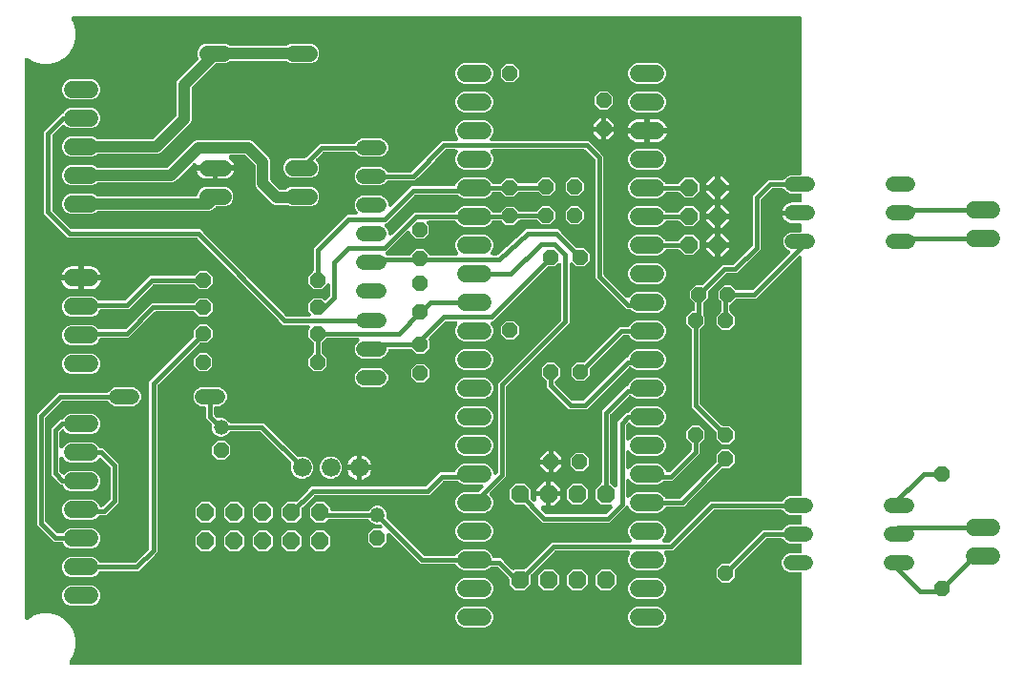
<source format=gbr>
G04 EAGLE Gerber RS-274X export*
G75*
%MOMM*%
%FSLAX34Y34*%
%LPD*%
%INTop Copper*%
%IPPOS*%
%AMOC8*
5,1,8,0,0,1.08239X$1,22.5*%
G01*
%ADD10C,1.524000*%
%ADD11C,1.320800*%
%ADD12P,1.429621X8X112.500000*%
%ADD13P,1.429621X8X292.500000*%
%ADD14C,1.422400*%
%ADD15P,1.732040X8X202.500000*%
%ADD16P,1.429621X8X22.500000*%
%ADD17C,1.676400*%
%ADD18C,1.320800*%
%ADD19P,1.649562X8X292.500000*%
%ADD20P,1.649562X8X202.500000*%
%ADD21C,0.406400*%
%ADD22C,1.016000*%

G36*
X698518Y10671D02*
X698518Y10671D01*
X698536Y10669D01*
X698718Y10690D01*
X698901Y10709D01*
X698918Y10714D01*
X698935Y10716D01*
X699110Y10773D01*
X699286Y10827D01*
X699301Y10835D01*
X699318Y10841D01*
X699478Y10931D01*
X699640Y11019D01*
X699653Y11030D01*
X699669Y11039D01*
X699808Y11159D01*
X699949Y11276D01*
X699960Y11290D01*
X699974Y11302D01*
X700086Y11447D01*
X700201Y11590D01*
X700209Y11606D01*
X700220Y11620D01*
X700302Y11785D01*
X700387Y11947D01*
X700392Y11964D01*
X700400Y11981D01*
X700447Y12159D01*
X700498Y12334D01*
X700500Y12352D01*
X700504Y12369D01*
X700531Y12700D01*
X700531Y91040D01*
X700529Y91058D01*
X700531Y91076D01*
X700510Y91257D01*
X700491Y91441D01*
X700486Y91458D01*
X700484Y91475D01*
X700427Y91650D01*
X700373Y91826D01*
X700365Y91841D01*
X700359Y91858D01*
X700269Y92018D01*
X700181Y92180D01*
X700170Y92193D01*
X700161Y92209D01*
X700041Y92348D01*
X699924Y92489D01*
X699910Y92500D01*
X699898Y92514D01*
X699753Y92626D01*
X699610Y92741D01*
X699594Y92749D01*
X699580Y92760D01*
X699415Y92842D01*
X699253Y92927D01*
X699236Y92932D01*
X699220Y92940D01*
X699041Y92987D01*
X698866Y93038D01*
X698848Y93040D01*
X698831Y93044D01*
X698500Y93071D01*
X689075Y93071D01*
X686087Y94309D01*
X683801Y96595D01*
X682563Y99583D01*
X682563Y102817D01*
X683801Y105805D01*
X686087Y108091D01*
X689075Y109329D01*
X698500Y109329D01*
X698518Y109331D01*
X698536Y109329D01*
X698718Y109350D01*
X698901Y109369D01*
X698918Y109374D01*
X698935Y109376D01*
X699110Y109433D01*
X699286Y109487D01*
X699301Y109495D01*
X699318Y109501D01*
X699478Y109591D01*
X699640Y109679D01*
X699653Y109690D01*
X699669Y109699D01*
X699808Y109819D01*
X699949Y109936D01*
X699960Y109950D01*
X699974Y109962D01*
X700086Y110107D01*
X700201Y110250D01*
X700209Y110266D01*
X700220Y110280D01*
X700302Y110445D01*
X700387Y110607D01*
X700392Y110624D01*
X700400Y110640D01*
X700447Y110819D01*
X700498Y110994D01*
X700500Y111012D01*
X700504Y111029D01*
X700531Y111360D01*
X700531Y116440D01*
X700529Y116458D01*
X700531Y116476D01*
X700510Y116657D01*
X700491Y116841D01*
X700486Y116858D01*
X700484Y116875D01*
X700427Y117050D01*
X700373Y117226D01*
X700365Y117241D01*
X700359Y117258D01*
X700269Y117418D01*
X700181Y117580D01*
X700170Y117593D01*
X700161Y117609D01*
X700041Y117748D01*
X699924Y117889D01*
X699910Y117900D01*
X699898Y117914D01*
X699753Y118026D01*
X699610Y118141D01*
X699594Y118149D01*
X699580Y118160D01*
X699415Y118242D01*
X699253Y118327D01*
X699236Y118332D01*
X699220Y118340D01*
X699041Y118387D01*
X698866Y118438D01*
X698848Y118440D01*
X698831Y118444D01*
X698500Y118471D01*
X689075Y118471D01*
X686087Y119709D01*
X683747Y122049D01*
X683696Y122144D01*
X683682Y122161D01*
X683671Y122181D01*
X683554Y122316D01*
X683440Y122455D01*
X683422Y122469D01*
X683408Y122486D01*
X683266Y122595D01*
X683127Y122708D01*
X683107Y122719D01*
X683090Y122732D01*
X682929Y122812D01*
X682770Y122895D01*
X682749Y122902D01*
X682729Y122912D01*
X682555Y122958D01*
X682384Y123008D01*
X682362Y123010D01*
X682340Y123016D01*
X682010Y123043D01*
X669615Y123043D01*
X669588Y123041D01*
X669561Y123043D01*
X669387Y123021D01*
X669214Y123003D01*
X669189Y122996D01*
X669162Y122992D01*
X668996Y122937D01*
X668829Y122885D01*
X668806Y122872D01*
X668780Y122864D01*
X668629Y122777D01*
X668475Y122693D01*
X668455Y122676D01*
X668431Y122663D01*
X668178Y122448D01*
X641424Y95694D01*
X641407Y95673D01*
X641386Y95655D01*
X641279Y95518D01*
X641169Y95382D01*
X641156Y95359D01*
X641140Y95337D01*
X641062Y95180D01*
X640980Y95026D01*
X640972Y95001D01*
X640960Y94977D01*
X640915Y94807D01*
X640865Y94641D01*
X640863Y94614D01*
X640856Y94588D01*
X640829Y94257D01*
X640829Y88633D01*
X636067Y83871D01*
X629333Y83871D01*
X624571Y88633D01*
X624571Y95367D01*
X629333Y100129D01*
X634957Y100129D01*
X634984Y100131D01*
X635011Y100129D01*
X635185Y100151D01*
X635358Y100169D01*
X635383Y100176D01*
X635410Y100180D01*
X635576Y100235D01*
X635743Y100287D01*
X635766Y100300D01*
X635792Y100308D01*
X635943Y100395D01*
X636097Y100479D01*
X636117Y100496D01*
X636141Y100509D01*
X636394Y100724D01*
X665827Y130157D01*
X682010Y130157D01*
X682032Y130159D01*
X682054Y130157D01*
X682231Y130179D01*
X682410Y130197D01*
X682431Y130203D01*
X682454Y130206D01*
X682623Y130262D01*
X682795Y130315D01*
X682815Y130325D01*
X682836Y130332D01*
X682991Y130421D01*
X683149Y130507D01*
X683166Y130521D01*
X683186Y130532D01*
X683321Y130650D01*
X683458Y130764D01*
X683472Y130782D01*
X683489Y130796D01*
X683598Y130938D01*
X683711Y131078D01*
X683721Y131098D01*
X683735Y131116D01*
X683759Y131162D01*
X686087Y133491D01*
X689075Y134729D01*
X698500Y134729D01*
X698518Y134731D01*
X698536Y134729D01*
X698718Y134750D01*
X698901Y134769D01*
X698918Y134774D01*
X698935Y134776D01*
X699110Y134833D01*
X699286Y134887D01*
X699301Y134895D01*
X699318Y134901D01*
X699478Y134991D01*
X699640Y135079D01*
X699653Y135090D01*
X699669Y135099D01*
X699808Y135219D01*
X699949Y135336D01*
X699960Y135350D01*
X699974Y135362D01*
X700086Y135507D01*
X700201Y135650D01*
X700209Y135666D01*
X700220Y135680D01*
X700302Y135845D01*
X700387Y136007D01*
X700392Y136024D01*
X700400Y136040D01*
X700447Y136219D01*
X700498Y136394D01*
X700500Y136412D01*
X700504Y136429D01*
X700531Y136760D01*
X700531Y141840D01*
X700529Y141858D01*
X700531Y141876D01*
X700510Y142057D01*
X700491Y142241D01*
X700486Y142258D01*
X700484Y142275D01*
X700427Y142450D01*
X700373Y142626D01*
X700365Y142641D01*
X700359Y142658D01*
X700269Y142818D01*
X700181Y142980D01*
X700170Y142993D01*
X700161Y143009D01*
X700041Y143148D01*
X699924Y143289D01*
X699910Y143300D01*
X699898Y143314D01*
X699753Y143426D01*
X699610Y143541D01*
X699594Y143549D01*
X699580Y143560D01*
X699415Y143642D01*
X699253Y143727D01*
X699236Y143732D01*
X699220Y143740D01*
X699041Y143787D01*
X698866Y143838D01*
X698848Y143840D01*
X698831Y143844D01*
X698500Y143871D01*
X689075Y143871D01*
X686087Y145109D01*
X683747Y147449D01*
X683696Y147544D01*
X683682Y147561D01*
X683671Y147581D01*
X683554Y147717D01*
X683440Y147854D01*
X683422Y147869D01*
X683408Y147886D01*
X683266Y147995D01*
X683127Y148108D01*
X683107Y148119D01*
X683090Y148132D01*
X682929Y148212D01*
X682771Y148295D01*
X682749Y148302D01*
X682729Y148312D01*
X682555Y148358D01*
X682384Y148408D01*
X682362Y148410D01*
X682340Y148416D01*
X682010Y148443D01*
X623065Y148443D01*
X623038Y148441D01*
X623011Y148443D01*
X622837Y148421D01*
X622664Y148403D01*
X622638Y148396D01*
X622612Y148392D01*
X622446Y148337D01*
X622279Y148285D01*
X622255Y148272D01*
X622230Y148264D01*
X622079Y148177D01*
X621925Y148093D01*
X621905Y148076D01*
X621881Y148063D01*
X621628Y147848D01*
X588527Y114747D01*
X585848Y112068D01*
X580333Y112068D01*
X580320Y112067D01*
X580307Y112068D01*
X580120Y112047D01*
X579933Y112028D01*
X579920Y112024D01*
X579907Y112023D01*
X579727Y111965D01*
X579548Y111910D01*
X579536Y111904D01*
X579523Y111900D01*
X579359Y111808D01*
X579194Y111718D01*
X579184Y111710D01*
X579172Y111703D01*
X579029Y111581D01*
X578885Y111461D01*
X578876Y111450D01*
X578866Y111442D01*
X578750Y111294D01*
X578632Y111147D01*
X578626Y111135D01*
X578618Y111125D01*
X578533Y110956D01*
X578447Y110790D01*
X578443Y110777D01*
X578437Y110765D01*
X578387Y110583D01*
X578335Y110403D01*
X578334Y110389D01*
X578331Y110376D01*
X578318Y110188D01*
X578302Y110001D01*
X578304Y109988D01*
X578303Y109975D01*
X578328Y109787D01*
X578349Y109602D01*
X578353Y109589D01*
X578355Y109576D01*
X578457Y109260D01*
X579965Y105619D01*
X579965Y101981D01*
X578573Y98620D01*
X576000Y96047D01*
X572639Y94655D01*
X553761Y94655D01*
X550400Y96047D01*
X547827Y98620D01*
X546435Y101981D01*
X546435Y105619D01*
X547943Y109260D01*
X547947Y109273D01*
X547953Y109284D01*
X548005Y109464D01*
X548060Y109645D01*
X548061Y109658D01*
X548065Y109671D01*
X548080Y109857D01*
X548098Y110046D01*
X548097Y110059D01*
X548098Y110073D01*
X548076Y110260D01*
X548056Y110446D01*
X548052Y110459D01*
X548051Y110472D01*
X547992Y110652D01*
X547936Y110831D01*
X547930Y110842D01*
X547926Y110855D01*
X547833Y111020D01*
X547743Y111184D01*
X547735Y111194D01*
X547728Y111206D01*
X547605Y111348D01*
X547484Y111492D01*
X547474Y111500D01*
X547465Y111511D01*
X547316Y111626D01*
X547169Y111743D01*
X547157Y111749D01*
X547147Y111757D01*
X546978Y111841D01*
X546811Y111927D01*
X546798Y111931D01*
X546786Y111937D01*
X546603Y111986D01*
X546424Y112037D01*
X546410Y112038D01*
X546397Y112041D01*
X546067Y112068D01*
X482040Y112068D01*
X482013Y112066D01*
X481986Y112068D01*
X481812Y112046D01*
X481639Y112028D01*
X481614Y112021D01*
X481587Y112017D01*
X481421Y111962D01*
X481254Y111910D01*
X481231Y111897D01*
X481205Y111889D01*
X481054Y111802D01*
X480900Y111718D01*
X480880Y111701D01*
X480856Y111688D01*
X480603Y111473D01*
X460371Y91241D01*
X460354Y91220D01*
X460333Y91203D01*
X460226Y91065D01*
X460116Y90929D01*
X460103Y90906D01*
X460087Y90884D01*
X460009Y90727D01*
X459927Y90573D01*
X459919Y90548D01*
X459907Y90524D01*
X459862Y90354D01*
X459812Y90188D01*
X459810Y90161D01*
X459803Y90135D01*
X459776Y89804D01*
X459776Y82204D01*
X454196Y76624D01*
X446304Y76624D01*
X440724Y82204D01*
X440724Y86804D01*
X440722Y86831D01*
X440724Y86858D01*
X440702Y87032D01*
X440684Y87205D01*
X440677Y87230D01*
X440673Y87257D01*
X440618Y87423D01*
X440566Y87590D01*
X440553Y87613D01*
X440545Y87639D01*
X440458Y87790D01*
X440374Y87944D01*
X440357Y87964D01*
X440344Y87988D01*
X440129Y88241D01*
X430922Y97448D01*
X430915Y97454D01*
X430914Y97455D01*
X430906Y97461D01*
X430901Y97465D01*
X430883Y97486D01*
X430746Y97593D01*
X430610Y97703D01*
X430587Y97716D01*
X430565Y97732D01*
X430408Y97810D01*
X430254Y97892D01*
X430229Y97900D01*
X430205Y97912D01*
X430035Y97957D01*
X429869Y98007D01*
X429842Y98009D01*
X429816Y98016D01*
X429485Y98043D01*
X425237Y98043D01*
X425211Y98041D01*
X425184Y98043D01*
X425010Y98021D01*
X424837Y98003D01*
X424811Y97996D01*
X424785Y97992D01*
X424619Y97937D01*
X424452Y97885D01*
X424428Y97872D01*
X424403Y97864D01*
X424251Y97777D01*
X424098Y97693D01*
X424077Y97676D01*
X424054Y97663D01*
X423801Y97448D01*
X422400Y96047D01*
X419039Y94655D01*
X400161Y94655D01*
X396800Y96047D01*
X394227Y98620D01*
X394074Y98989D01*
X394064Y99009D01*
X394057Y99030D01*
X393969Y99186D01*
X393884Y99344D01*
X393870Y99361D01*
X393859Y99381D01*
X393742Y99517D01*
X393628Y99655D01*
X393611Y99669D01*
X393596Y99686D01*
X393455Y99795D01*
X393315Y99908D01*
X393295Y99919D01*
X393278Y99932D01*
X393118Y100012D01*
X392959Y100095D01*
X392937Y100102D01*
X392917Y100112D01*
X392744Y100158D01*
X392572Y100208D01*
X392550Y100210D01*
X392529Y100216D01*
X392198Y100243D01*
X362087Y100243D01*
X335446Y126884D01*
X335439Y126889D01*
X335434Y126896D01*
X335284Y127017D01*
X335135Y127139D01*
X335127Y127143D01*
X335120Y127149D01*
X334949Y127237D01*
X334779Y127327D01*
X334771Y127330D01*
X334763Y127334D01*
X334577Y127387D01*
X334393Y127442D01*
X334384Y127443D01*
X334376Y127445D01*
X334184Y127461D01*
X333992Y127479D01*
X333983Y127478D01*
X333974Y127478D01*
X333785Y127456D01*
X333592Y127435D01*
X333583Y127432D01*
X333575Y127431D01*
X333393Y127372D01*
X333208Y127314D01*
X333200Y127309D01*
X333192Y127307D01*
X333023Y127212D01*
X332856Y127119D01*
X332849Y127113D01*
X332841Y127109D01*
X332695Y126983D01*
X332549Y126858D01*
X332543Y126851D01*
X332536Y126846D01*
X332419Y126694D01*
X332299Y126542D01*
X332295Y126534D01*
X332290Y126527D01*
X332204Y126355D01*
X332117Y126184D01*
X332114Y126175D01*
X332110Y126167D01*
X332060Y125980D01*
X332009Y125796D01*
X332008Y125787D01*
X332006Y125778D01*
X331979Y125447D01*
X331979Y119823D01*
X327217Y115061D01*
X320483Y115061D01*
X315721Y119823D01*
X315721Y126557D01*
X320483Y131319D01*
X326107Y131319D01*
X326117Y131320D01*
X326126Y131319D01*
X326317Y131340D01*
X326508Y131359D01*
X326517Y131361D01*
X326526Y131362D01*
X326710Y131421D01*
X326893Y131477D01*
X326901Y131481D01*
X326910Y131484D01*
X327078Y131577D01*
X327247Y131669D01*
X327254Y131674D01*
X327262Y131679D01*
X327409Y131803D01*
X327556Y131926D01*
X327562Y131933D01*
X327569Y131939D01*
X327688Y132091D01*
X327809Y132240D01*
X327813Y132248D01*
X327818Y132255D01*
X327906Y132428D01*
X327994Y132597D01*
X327997Y132606D01*
X328001Y132614D01*
X328052Y132799D01*
X328105Y132984D01*
X328106Y132993D01*
X328109Y133002D01*
X328123Y133193D01*
X328138Y133386D01*
X328137Y133395D01*
X328138Y133404D01*
X328114Y133594D01*
X328091Y133785D01*
X328089Y133794D01*
X328087Y133803D01*
X328027Y133984D01*
X327967Y134168D01*
X327962Y134176D01*
X327959Y134185D01*
X327864Y134351D01*
X327769Y134519D01*
X327763Y134526D01*
X327758Y134534D01*
X327543Y134787D01*
X327474Y134856D01*
X327457Y134870D01*
X327443Y134887D01*
X327302Y134997D01*
X327163Y135111D01*
X327143Y135121D01*
X327126Y135135D01*
X326965Y135215D01*
X326807Y135299D01*
X326786Y135306D01*
X326766Y135316D01*
X326593Y135363D01*
X326421Y135414D01*
X326399Y135416D01*
X326377Y135422D01*
X326199Y135434D01*
X326020Y135450D01*
X325998Y135448D01*
X325976Y135450D01*
X325798Y135426D01*
X325620Y135407D01*
X325598Y135400D01*
X325577Y135397D01*
X325526Y135381D01*
X322233Y135381D01*
X319245Y136619D01*
X316905Y138959D01*
X316854Y139054D01*
X316840Y139071D01*
X316829Y139091D01*
X316712Y139226D01*
X316598Y139365D01*
X316580Y139379D01*
X316566Y139396D01*
X316425Y139505D01*
X316285Y139618D01*
X316265Y139629D01*
X316248Y139642D01*
X316087Y139722D01*
X315928Y139805D01*
X315907Y139812D01*
X315887Y139822D01*
X315713Y139868D01*
X315542Y139918D01*
X315520Y139920D01*
X315498Y139926D01*
X315168Y139953D01*
X280727Y139953D01*
X280701Y139951D01*
X280674Y139953D01*
X280500Y139931D01*
X280327Y139913D01*
X280301Y139906D01*
X280274Y139902D01*
X280109Y139846D01*
X279942Y139795D01*
X279918Y139782D01*
X279893Y139774D01*
X279741Y139687D01*
X279588Y139603D01*
X279567Y139586D01*
X279544Y139573D01*
X279291Y139358D01*
X276838Y136905D01*
X269262Y136905D01*
X263905Y142262D01*
X263905Y149838D01*
X269262Y155195D01*
X276838Y155195D01*
X282195Y149838D01*
X282195Y149098D01*
X282197Y149080D01*
X282195Y149062D01*
X282216Y148880D01*
X282235Y148697D01*
X282240Y148680D01*
X282242Y148663D01*
X282299Y148488D01*
X282353Y148312D01*
X282361Y148297D01*
X282367Y148280D01*
X282457Y148120D01*
X282545Y147958D01*
X282556Y147945D01*
X282565Y147929D01*
X282685Y147790D01*
X282802Y147649D01*
X282816Y147638D01*
X282828Y147624D01*
X282973Y147512D01*
X283116Y147397D01*
X283132Y147389D01*
X283146Y147378D01*
X283311Y147296D01*
X283473Y147211D01*
X283490Y147206D01*
X283506Y147198D01*
X283685Y147151D01*
X283860Y147100D01*
X283878Y147098D01*
X283895Y147094D01*
X284226Y147067D01*
X315168Y147067D01*
X315190Y147069D01*
X315212Y147067D01*
X315389Y147089D01*
X315568Y147107D01*
X315589Y147113D01*
X315612Y147116D01*
X315781Y147172D01*
X315953Y147225D01*
X315973Y147235D01*
X315994Y147242D01*
X316149Y147331D01*
X316307Y147417D01*
X316324Y147431D01*
X316344Y147442D01*
X316479Y147560D01*
X316616Y147674D01*
X316630Y147692D01*
X316647Y147706D01*
X316756Y147848D01*
X316869Y147988D01*
X316879Y148008D01*
X316893Y148026D01*
X316917Y148072D01*
X319245Y150401D01*
X322233Y151639D01*
X325467Y151639D01*
X328455Y150401D01*
X330741Y148115D01*
X331979Y145127D01*
X331979Y141817D01*
X331948Y141714D01*
X331946Y141692D01*
X331940Y141670D01*
X331926Y141491D01*
X331910Y141313D01*
X331912Y141291D01*
X331910Y141269D01*
X331933Y141090D01*
X331951Y140913D01*
X331958Y140891D01*
X331961Y140869D01*
X332018Y140699D01*
X332071Y140528D01*
X332082Y140509D01*
X332089Y140487D01*
X332179Y140332D01*
X332264Y140175D01*
X332279Y140158D01*
X332290Y140139D01*
X332504Y139886D01*
X364438Y107952D01*
X364459Y107935D01*
X364477Y107914D01*
X364614Y107807D01*
X364750Y107697D01*
X364773Y107684D01*
X364795Y107668D01*
X364952Y107590D01*
X365106Y107508D01*
X365131Y107500D01*
X365155Y107488D01*
X365325Y107443D01*
X365491Y107393D01*
X365518Y107391D01*
X365544Y107384D01*
X365875Y107357D01*
X392198Y107357D01*
X392220Y107359D01*
X392242Y107357D01*
X392420Y107379D01*
X392598Y107397D01*
X392620Y107403D01*
X392642Y107406D01*
X392812Y107462D01*
X392983Y107515D01*
X393003Y107525D01*
X393024Y107532D01*
X393180Y107621D01*
X393337Y107707D01*
X393355Y107721D01*
X393374Y107732D01*
X393509Y107850D01*
X393647Y107964D01*
X393661Y107982D01*
X393677Y107996D01*
X393787Y108139D01*
X393899Y108278D01*
X393909Y108298D01*
X393923Y108316D01*
X394074Y108611D01*
X394227Y108980D01*
X396800Y111553D01*
X400161Y112945D01*
X419039Y112945D01*
X422400Y111553D01*
X424973Y108980D01*
X426037Y106411D01*
X426047Y106391D01*
X426054Y106370D01*
X426143Y106213D01*
X426227Y106056D01*
X426241Y106039D01*
X426252Y106019D01*
X426369Y105883D01*
X426483Y105745D01*
X426501Y105731D01*
X426515Y105714D01*
X426657Y105605D01*
X426796Y105492D01*
X426816Y105481D01*
X426833Y105468D01*
X426994Y105388D01*
X427153Y105305D01*
X427174Y105298D01*
X427194Y105288D01*
X427368Y105242D01*
X427539Y105192D01*
X427561Y105190D01*
X427583Y105184D01*
X427913Y105157D01*
X433273Y105157D01*
X435952Y102478D01*
X443093Y95337D01*
X443107Y95326D01*
X443118Y95312D01*
X443263Y95198D01*
X443404Y95082D01*
X443420Y95074D01*
X443434Y95062D01*
X443598Y94979D01*
X443760Y94893D01*
X443777Y94888D01*
X443793Y94880D01*
X443970Y94831D01*
X444146Y94779D01*
X444164Y94777D01*
X444181Y94772D01*
X444364Y94759D01*
X444547Y94742D01*
X444565Y94744D01*
X444583Y94743D01*
X444764Y94766D01*
X444947Y94786D01*
X444964Y94791D01*
X444982Y94793D01*
X445156Y94851D01*
X445331Y94907D01*
X445347Y94916D01*
X445364Y94921D01*
X445523Y95013D01*
X445684Y95102D01*
X445697Y95113D01*
X445713Y95122D01*
X445966Y95337D01*
X446304Y95676D01*
X453904Y95676D01*
X453931Y95678D01*
X453958Y95676D01*
X454132Y95698D01*
X454305Y95716D01*
X454331Y95723D01*
X454357Y95727D01*
X454523Y95782D01*
X454690Y95834D01*
X454714Y95847D01*
X454739Y95855D01*
X454890Y95942D01*
X455044Y96026D01*
X455064Y96043D01*
X455088Y96056D01*
X455341Y96271D01*
X478252Y119182D01*
X547762Y119182D01*
X547771Y119183D01*
X547780Y119182D01*
X547971Y119203D01*
X548162Y119222D01*
X548171Y119224D01*
X548180Y119225D01*
X548362Y119283D01*
X548547Y119340D01*
X548555Y119344D01*
X548564Y119347D01*
X548732Y119440D01*
X548901Y119532D01*
X548908Y119537D01*
X548916Y119542D01*
X549064Y119667D01*
X549211Y119789D01*
X549216Y119796D01*
X549223Y119802D01*
X549343Y119954D01*
X549463Y120103D01*
X549467Y120111D01*
X549473Y120118D01*
X549560Y120290D01*
X549648Y120460D01*
X549651Y120469D01*
X549655Y120477D01*
X549707Y120663D01*
X549760Y120847D01*
X549761Y120856D01*
X549763Y120865D01*
X549777Y121057D01*
X549793Y121249D01*
X549792Y121257D01*
X549792Y121266D01*
X549768Y121459D01*
X549746Y121648D01*
X549743Y121657D01*
X549742Y121666D01*
X549681Y121849D01*
X549621Y122031D01*
X549617Y122039D01*
X549614Y122047D01*
X549518Y122213D01*
X549423Y122382D01*
X549417Y122389D01*
X549413Y122396D01*
X549198Y122649D01*
X547827Y124020D01*
X546435Y127381D01*
X546435Y131019D01*
X547827Y134380D01*
X550400Y136953D01*
X553761Y138345D01*
X572639Y138345D01*
X576000Y136953D01*
X578573Y134380D01*
X579965Y131019D01*
X579965Y127381D01*
X578573Y124020D01*
X577202Y122649D01*
X577196Y122642D01*
X577189Y122637D01*
X577069Y122487D01*
X576947Y122338D01*
X576943Y122330D01*
X576937Y122323D01*
X576849Y122153D01*
X576758Y121982D01*
X576756Y121973D01*
X576752Y121966D01*
X576698Y121780D01*
X576643Y121596D01*
X576643Y121587D01*
X576640Y121579D01*
X576624Y121388D01*
X576607Y121195D01*
X576608Y121186D01*
X576607Y121177D01*
X576629Y120988D01*
X576650Y120795D01*
X576653Y120786D01*
X576654Y120778D01*
X576714Y120596D01*
X576772Y120411D01*
X576776Y120403D01*
X576779Y120395D01*
X576873Y120228D01*
X576967Y120059D01*
X576973Y120052D01*
X576977Y120044D01*
X577102Y119899D01*
X577227Y119752D01*
X577234Y119746D01*
X577240Y119739D01*
X577391Y119623D01*
X577543Y119502D01*
X577551Y119498D01*
X577558Y119493D01*
X577730Y119407D01*
X577902Y119320D01*
X577911Y119317D01*
X577919Y119313D01*
X578105Y119263D01*
X578290Y119212D01*
X578299Y119211D01*
X578307Y119209D01*
X578638Y119182D01*
X582060Y119182D01*
X582087Y119184D01*
X582114Y119182D01*
X582288Y119204D01*
X582461Y119222D01*
X582487Y119229D01*
X582513Y119233D01*
X582679Y119288D01*
X582846Y119340D01*
X582870Y119353D01*
X582895Y119361D01*
X583046Y119448D01*
X583200Y119532D01*
X583220Y119549D01*
X583244Y119562D01*
X583497Y119777D01*
X616598Y152878D01*
X619277Y155557D01*
X682010Y155557D01*
X682032Y155559D01*
X682054Y155557D01*
X682232Y155579D01*
X682410Y155597D01*
X682432Y155603D01*
X682454Y155606D01*
X682624Y155662D01*
X682795Y155715D01*
X682815Y155725D01*
X682836Y155733D01*
X682992Y155821D01*
X683149Y155907D01*
X683166Y155921D01*
X683186Y155932D01*
X683321Y156050D01*
X683458Y156164D01*
X683472Y156182D01*
X683489Y156197D01*
X683598Y156339D01*
X683711Y156478D01*
X683721Y156498D01*
X683735Y156516D01*
X683759Y156563D01*
X686087Y158891D01*
X689075Y160129D01*
X698500Y160129D01*
X698518Y160131D01*
X698536Y160129D01*
X698718Y160150D01*
X698901Y160169D01*
X698918Y160174D01*
X698935Y160176D01*
X699110Y160233D01*
X699286Y160287D01*
X699301Y160295D01*
X699318Y160301D01*
X699478Y160391D01*
X699640Y160479D01*
X699653Y160490D01*
X699669Y160499D01*
X699808Y160619D01*
X699949Y160736D01*
X699960Y160750D01*
X699974Y160762D01*
X700086Y160907D01*
X700201Y161050D01*
X700209Y161066D01*
X700220Y161080D01*
X700302Y161245D01*
X700387Y161407D01*
X700392Y161424D01*
X700400Y161440D01*
X700447Y161619D01*
X700498Y161794D01*
X700500Y161812D01*
X700504Y161829D01*
X700531Y162160D01*
X700531Y371897D01*
X700530Y371906D01*
X700531Y371915D01*
X700510Y372109D01*
X700491Y372298D01*
X700489Y372306D01*
X700488Y372315D01*
X700429Y372500D01*
X700373Y372683D01*
X700369Y372691D01*
X700366Y372699D01*
X700273Y372868D01*
X700181Y373037D01*
X700176Y373044D01*
X700171Y373052D01*
X700047Y373199D01*
X699924Y373346D01*
X699917Y373352D01*
X699911Y373359D01*
X699759Y373478D01*
X699610Y373599D01*
X699602Y373603D01*
X699595Y373608D01*
X699422Y373696D01*
X699253Y373784D01*
X699244Y373786D01*
X699236Y373791D01*
X699050Y373842D01*
X698866Y373895D01*
X698857Y373896D01*
X698848Y373899D01*
X698655Y373913D01*
X698464Y373928D01*
X698456Y373927D01*
X698447Y373928D01*
X698254Y373904D01*
X698065Y373881D01*
X698056Y373879D01*
X698047Y373878D01*
X697865Y373816D01*
X697682Y373757D01*
X697674Y373752D01*
X697666Y373749D01*
X697499Y373653D01*
X697331Y373559D01*
X697324Y373553D01*
X697317Y373548D01*
X697064Y373334D01*
X659723Y335993D01*
X643380Y335993D01*
X643354Y335991D01*
X643327Y335993D01*
X643153Y335971D01*
X642980Y335953D01*
X642954Y335946D01*
X642928Y335942D01*
X642762Y335887D01*
X642595Y335835D01*
X642571Y335822D01*
X642546Y335814D01*
X642394Y335727D01*
X642241Y335643D01*
X642220Y335626D01*
X642197Y335613D01*
X641944Y335398D01*
X637932Y331386D01*
X637887Y331381D01*
X637870Y331376D01*
X637853Y331374D01*
X637678Y331317D01*
X637502Y331263D01*
X637487Y331255D01*
X637470Y331249D01*
X637310Y331159D01*
X637148Y331071D01*
X637135Y331060D01*
X637119Y331051D01*
X636980Y330931D01*
X636839Y330814D01*
X636828Y330800D01*
X636814Y330788D01*
X636702Y330643D01*
X636587Y330500D01*
X636579Y330484D01*
X636568Y330470D01*
X636486Y330305D01*
X636401Y330143D01*
X636396Y330126D01*
X636388Y330110D01*
X636341Y329931D01*
X636290Y329756D01*
X636288Y329738D01*
X636284Y329721D01*
X636257Y329390D01*
X636257Y324930D01*
X636259Y324904D01*
X636257Y324877D01*
X636279Y324703D01*
X636297Y324530D01*
X636304Y324504D01*
X636308Y324478D01*
X636363Y324312D01*
X636415Y324145D01*
X636428Y324121D01*
X636436Y324096D01*
X636523Y323944D01*
X636607Y323791D01*
X636624Y323770D01*
X636637Y323747D01*
X636852Y323494D01*
X640829Y319517D01*
X640829Y312783D01*
X636067Y308021D01*
X629333Y308021D01*
X624571Y312783D01*
X624571Y319517D01*
X628548Y323494D01*
X628565Y323515D01*
X628586Y323532D01*
X628693Y323670D01*
X628803Y323806D01*
X628816Y323829D01*
X628832Y323850D01*
X628910Y324007D01*
X628992Y324161D01*
X629000Y324187D01*
X629012Y324211D01*
X629057Y324380D01*
X629107Y324547D01*
X629109Y324574D01*
X629116Y324600D01*
X629143Y324930D01*
X629143Y332670D01*
X629141Y332696D01*
X629143Y332723D01*
X629121Y332897D01*
X629103Y333070D01*
X629096Y333096D01*
X629092Y333122D01*
X629037Y333288D01*
X628985Y333455D01*
X628972Y333479D01*
X628964Y333504D01*
X628877Y333656D01*
X628793Y333809D01*
X628776Y333830D01*
X628763Y333853D01*
X628548Y334106D01*
X626471Y336183D01*
X626471Y342917D01*
X631233Y347679D01*
X637967Y347679D01*
X641944Y343702D01*
X641965Y343685D01*
X641982Y343664D01*
X642120Y343557D01*
X642256Y343447D01*
X642279Y343434D01*
X642300Y343418D01*
X642457Y343340D01*
X642611Y343258D01*
X642637Y343250D01*
X642661Y343238D01*
X642830Y343193D01*
X642997Y343143D01*
X643024Y343141D01*
X643050Y343134D01*
X643380Y343107D01*
X655935Y343107D01*
X655962Y343109D01*
X655989Y343107D01*
X656163Y343129D01*
X656336Y343147D01*
X656361Y343154D01*
X656388Y343158D01*
X656554Y343213D01*
X656721Y343265D01*
X656744Y343278D01*
X656770Y343286D01*
X656921Y343373D01*
X657075Y343457D01*
X657095Y343474D01*
X657119Y343487D01*
X657372Y343702D01*
X689304Y375634D01*
X689312Y375644D01*
X689322Y375653D01*
X689439Y375799D01*
X689559Y375945D01*
X689565Y375957D01*
X689573Y375968D01*
X689660Y376136D01*
X689747Y376301D01*
X689751Y376314D01*
X689757Y376326D01*
X689809Y376508D01*
X689862Y376687D01*
X689863Y376700D01*
X689867Y376713D01*
X689882Y376900D01*
X689899Y377088D01*
X689897Y377101D01*
X689898Y377114D01*
X689876Y377299D01*
X689855Y377488D01*
X689851Y377501D01*
X689849Y377514D01*
X689791Y377691D01*
X689734Y377872D01*
X689727Y377884D01*
X689723Y377896D01*
X689630Y378059D01*
X689539Y378224D01*
X689530Y378234D01*
X689524Y378246D01*
X689400Y378388D01*
X689278Y378531D01*
X689268Y378540D01*
X689259Y378550D01*
X689110Y378664D01*
X688962Y378781D01*
X688950Y378787D01*
X688940Y378795D01*
X688645Y378947D01*
X687287Y379509D01*
X685001Y381795D01*
X683763Y384783D01*
X683763Y388017D01*
X685001Y391005D01*
X687287Y393291D01*
X690275Y394529D01*
X698500Y394529D01*
X698518Y394531D01*
X698536Y394529D01*
X698718Y394550D01*
X698901Y394569D01*
X698918Y394574D01*
X698935Y394576D01*
X699110Y394633D01*
X699286Y394687D01*
X699301Y394695D01*
X699318Y394701D01*
X699478Y394791D01*
X699640Y394879D01*
X699653Y394890D01*
X699669Y394899D01*
X699808Y395019D01*
X699949Y395136D01*
X699960Y395150D01*
X699974Y395162D01*
X700086Y395307D01*
X700201Y395450D01*
X700209Y395466D01*
X700220Y395480D01*
X700302Y395645D01*
X700387Y395807D01*
X700392Y395824D01*
X700400Y395840D01*
X700447Y396019D01*
X700498Y396194D01*
X700500Y396212D01*
X700504Y396229D01*
X700531Y396560D01*
X700531Y400624D01*
X700529Y400642D01*
X700531Y400660D01*
X700510Y400842D01*
X700491Y401025D01*
X700486Y401042D01*
X700484Y401059D01*
X700427Y401234D01*
X700373Y401410D01*
X700365Y401425D01*
X700359Y401442D01*
X700269Y401602D01*
X700181Y401764D01*
X700170Y401777D01*
X700161Y401793D01*
X700041Y401932D01*
X699924Y402073D01*
X699910Y402084D01*
X699898Y402098D01*
X699753Y402210D01*
X699610Y402325D01*
X699594Y402333D01*
X699580Y402344D01*
X699415Y402426D01*
X699253Y402511D01*
X699236Y402516D01*
X699220Y402524D01*
X699041Y402571D01*
X698866Y402622D01*
X698848Y402624D01*
X698831Y402628D01*
X698500Y402655D01*
X691172Y402655D01*
X689751Y402880D01*
X688382Y403325D01*
X687099Y403979D01*
X685935Y404825D01*
X684917Y405843D01*
X684071Y407007D01*
X683417Y408290D01*
X682972Y409659D01*
X682955Y409769D01*
X698500Y409769D01*
X698518Y409770D01*
X698536Y409769D01*
X698718Y409790D01*
X698901Y409808D01*
X698918Y409814D01*
X698935Y409816D01*
X699110Y409873D01*
X699286Y409927D01*
X699301Y409935D01*
X699318Y409941D01*
X699478Y410031D01*
X699640Y410118D01*
X699653Y410130D01*
X699669Y410139D01*
X699808Y410259D01*
X699949Y410376D01*
X699960Y410390D01*
X699974Y410402D01*
X700086Y410547D01*
X700201Y410690D01*
X700209Y410706D01*
X700220Y410720D01*
X700302Y410885D01*
X700387Y411047D01*
X700392Y411064D01*
X700400Y411080D01*
X700447Y411258D01*
X700498Y411434D01*
X700500Y411452D01*
X700504Y411469D01*
X700531Y411800D01*
X700530Y411818D01*
X700531Y411835D01*
X700531Y411836D01*
X700510Y412018D01*
X700491Y412201D01*
X700486Y412218D01*
X700484Y412236D01*
X700427Y412410D01*
X700373Y412586D01*
X700365Y412601D01*
X700359Y412618D01*
X700269Y412779D01*
X700181Y412940D01*
X700170Y412953D01*
X700161Y412969D01*
X700041Y413108D01*
X699924Y413249D01*
X699910Y413260D01*
X699898Y413274D01*
X699753Y413386D01*
X699610Y413501D01*
X699594Y413510D01*
X699580Y413520D01*
X699415Y413602D01*
X699253Y413687D01*
X699236Y413692D01*
X699220Y413700D01*
X699041Y413748D01*
X698866Y413798D01*
X698848Y413800D01*
X698831Y413804D01*
X698500Y413831D01*
X682955Y413831D01*
X682972Y413941D01*
X683417Y415310D01*
X684071Y416593D01*
X684917Y417757D01*
X685935Y418775D01*
X687099Y419621D01*
X688382Y420275D01*
X689751Y420720D01*
X691172Y420945D01*
X698500Y420945D01*
X698518Y420947D01*
X698536Y420945D01*
X698718Y420966D01*
X698901Y420985D01*
X698918Y420990D01*
X698935Y420992D01*
X699110Y421049D01*
X699286Y421103D01*
X699301Y421111D01*
X699318Y421117D01*
X699478Y421207D01*
X699640Y421295D01*
X699653Y421306D01*
X699669Y421315D01*
X699808Y421435D01*
X699949Y421552D01*
X699960Y421566D01*
X699974Y421578D01*
X700086Y421723D01*
X700201Y421866D01*
X700209Y421882D01*
X700220Y421896D01*
X700302Y422061D01*
X700387Y422223D01*
X700392Y422240D01*
X700400Y422256D01*
X700447Y422435D01*
X700498Y422610D01*
X700500Y422628D01*
X700504Y422645D01*
X700531Y422976D01*
X700531Y427040D01*
X700529Y427058D01*
X700531Y427076D01*
X700510Y427258D01*
X700491Y427441D01*
X700486Y427458D01*
X700484Y427475D01*
X700427Y427650D01*
X700373Y427826D01*
X700365Y427841D01*
X700359Y427858D01*
X700269Y428018D01*
X700181Y428180D01*
X700170Y428193D01*
X700161Y428209D01*
X700041Y428348D01*
X699924Y428489D01*
X699910Y428500D01*
X699898Y428514D01*
X699753Y428626D01*
X699610Y428741D01*
X699594Y428749D01*
X699580Y428760D01*
X699415Y428842D01*
X699253Y428927D01*
X699236Y428932D01*
X699220Y428940D01*
X699041Y428987D01*
X698866Y429038D01*
X698848Y429040D01*
X698831Y429044D01*
X698500Y429071D01*
X690275Y429071D01*
X687287Y430309D01*
X684947Y432649D01*
X684896Y432744D01*
X684882Y432761D01*
X684871Y432781D01*
X684754Y432916D01*
X684640Y433055D01*
X684622Y433069D01*
X684608Y433086D01*
X684466Y433195D01*
X684327Y433308D01*
X684307Y433319D01*
X684290Y433332D01*
X684129Y433412D01*
X683970Y433495D01*
X683949Y433502D01*
X683929Y433512D01*
X683755Y433558D01*
X683584Y433608D01*
X683562Y433610D01*
X683540Y433616D01*
X683210Y433643D01*
X674465Y433643D01*
X674438Y433641D01*
X674411Y433643D01*
X674237Y433621D01*
X674064Y433603D01*
X674039Y433596D01*
X674012Y433592D01*
X673846Y433537D01*
X673679Y433485D01*
X673656Y433472D01*
X673630Y433464D01*
X673479Y433377D01*
X673325Y433293D01*
X673305Y433276D01*
X673281Y433263D01*
X673028Y433048D01*
X664552Y424572D01*
X664535Y424551D01*
X664514Y424533D01*
X664407Y424396D01*
X664297Y424260D01*
X664284Y424237D01*
X664268Y424215D01*
X664190Y424058D01*
X664108Y423904D01*
X664100Y423879D01*
X664088Y423855D01*
X664043Y423685D01*
X663993Y423519D01*
X663991Y423492D01*
X663984Y423466D01*
X663957Y423135D01*
X663957Y379527D01*
X642823Y358393D01*
X633915Y358393D01*
X633888Y358391D01*
X633861Y358393D01*
X633687Y358371D01*
X633514Y358353D01*
X633489Y358346D01*
X633462Y358342D01*
X633296Y358287D01*
X633129Y358235D01*
X633106Y358222D01*
X633080Y358214D01*
X632929Y358127D01*
X632775Y358043D01*
X632755Y358026D01*
X632731Y358013D01*
X632478Y357798D01*
X617924Y343244D01*
X617907Y343223D01*
X617886Y343206D01*
X617779Y343068D01*
X617669Y342932D01*
X617656Y342909D01*
X617640Y342887D01*
X617562Y342731D01*
X617480Y342577D01*
X617472Y342551D01*
X617460Y342527D01*
X617415Y342358D01*
X617365Y342191D01*
X617363Y342164D01*
X617356Y342138D01*
X617329Y341807D01*
X617329Y336183D01*
X613352Y332206D01*
X613335Y332185D01*
X613314Y332168D01*
X613207Y332030D01*
X613097Y331894D01*
X613084Y331871D01*
X613068Y331850D01*
X612990Y331693D01*
X612908Y331539D01*
X612900Y331513D01*
X612888Y331489D01*
X612843Y331320D01*
X612793Y331153D01*
X612791Y331126D01*
X612784Y331100D01*
X612757Y330770D01*
X612757Y322230D01*
X612759Y322204D01*
X612757Y322177D01*
X612779Y322003D01*
X612797Y321830D01*
X612804Y321804D01*
X612808Y321778D01*
X612864Y321612D01*
X612915Y321445D01*
X612928Y321421D01*
X612936Y321396D01*
X613023Y321245D01*
X613107Y321091D01*
X613124Y321070D01*
X613137Y321047D01*
X613352Y320794D01*
X614229Y319917D01*
X614229Y313183D01*
X610252Y309206D01*
X610235Y309185D01*
X610214Y309168D01*
X610107Y309030D01*
X609997Y308894D01*
X609984Y308871D01*
X609968Y308850D01*
X609890Y308693D01*
X609808Y308539D01*
X609800Y308513D01*
X609788Y308489D01*
X609743Y308320D01*
X609693Y308153D01*
X609691Y308126D01*
X609684Y308100D01*
X609657Y307770D01*
X609657Y243465D01*
X609659Y243438D01*
X609657Y243411D01*
X609679Y243237D01*
X609697Y243064D01*
X609704Y243039D01*
X609708Y243012D01*
X609763Y242846D01*
X609815Y242679D01*
X609828Y242656D01*
X609836Y242630D01*
X609923Y242479D01*
X610007Y242325D01*
X610024Y242305D01*
X610037Y242281D01*
X610252Y242028D01*
X629006Y223274D01*
X629027Y223257D01*
X629044Y223236D01*
X629182Y223129D01*
X629318Y223019D01*
X629341Y223006D01*
X629363Y222990D01*
X629519Y222912D01*
X629673Y222830D01*
X629699Y222822D01*
X629723Y222810D01*
X629892Y222765D01*
X630059Y222715D01*
X630086Y222713D01*
X630112Y222706D01*
X630443Y222679D01*
X636067Y222679D01*
X640829Y217917D01*
X640829Y211183D01*
X636067Y206421D01*
X629333Y206421D01*
X624571Y211183D01*
X624571Y216807D01*
X624569Y216834D01*
X624571Y216861D01*
X624549Y217035D01*
X624531Y217208D01*
X624524Y217234D01*
X624520Y217260D01*
X624464Y217426D01*
X624413Y217593D01*
X624400Y217617D01*
X624392Y217642D01*
X624305Y217793D01*
X624221Y217947D01*
X624204Y217967D01*
X624191Y217991D01*
X623976Y218244D01*
X605222Y236998D01*
X602543Y239677D01*
X602543Y307770D01*
X602541Y307796D01*
X602543Y307823D01*
X602521Y307997D01*
X602503Y308170D01*
X602496Y308196D01*
X602492Y308222D01*
X602436Y308388D01*
X602385Y308555D01*
X602372Y308579D01*
X602364Y308604D01*
X602277Y308756D01*
X602193Y308909D01*
X602176Y308930D01*
X602163Y308953D01*
X601948Y309206D01*
X597971Y313183D01*
X597971Y319917D01*
X602733Y324679D01*
X603612Y324679D01*
X603630Y324681D01*
X603648Y324679D01*
X603830Y324700D01*
X604013Y324719D01*
X604030Y324724D01*
X604047Y324726D01*
X604222Y324783D01*
X604398Y324837D01*
X604413Y324845D01*
X604430Y324851D01*
X604590Y324941D01*
X604752Y325029D01*
X604765Y325040D01*
X604781Y325049D01*
X604920Y325169D01*
X605061Y325286D01*
X605072Y325300D01*
X605086Y325312D01*
X605198Y325457D01*
X605313Y325600D01*
X605321Y325616D01*
X605332Y325630D01*
X605414Y325795D01*
X605499Y325957D01*
X605504Y325974D01*
X605512Y325990D01*
X605559Y326169D01*
X605610Y326344D01*
X605612Y326362D01*
X605616Y326379D01*
X605643Y326710D01*
X605643Y330770D01*
X605641Y330796D01*
X605643Y330823D01*
X605621Y330997D01*
X605603Y331170D01*
X605596Y331196D01*
X605592Y331222D01*
X605537Y331388D01*
X605485Y331555D01*
X605472Y331579D01*
X605464Y331604D01*
X605377Y331756D01*
X605293Y331909D01*
X605276Y331930D01*
X605263Y331953D01*
X605048Y332206D01*
X601071Y336183D01*
X601071Y342917D01*
X605833Y347679D01*
X611457Y347679D01*
X611484Y347681D01*
X611511Y347679D01*
X611685Y347701D01*
X611858Y347719D01*
X611884Y347726D01*
X611910Y347730D01*
X612076Y347786D01*
X612243Y347837D01*
X612267Y347850D01*
X612292Y347858D01*
X612443Y347945D01*
X612597Y348029D01*
X612617Y348046D01*
X612641Y348059D01*
X612894Y348274D01*
X627448Y362828D01*
X630127Y365507D01*
X639035Y365507D01*
X639062Y365509D01*
X639089Y365507D01*
X639263Y365529D01*
X639436Y365547D01*
X639461Y365554D01*
X639488Y365558D01*
X639654Y365613D01*
X639821Y365665D01*
X639844Y365678D01*
X639870Y365686D01*
X640021Y365773D01*
X640175Y365857D01*
X640195Y365874D01*
X640219Y365887D01*
X640472Y366102D01*
X656248Y381878D01*
X656265Y381899D01*
X656286Y381917D01*
X656393Y382054D01*
X656503Y382190D01*
X656516Y382213D01*
X656532Y382235D01*
X656610Y382392D01*
X656692Y382546D01*
X656700Y382571D01*
X656712Y382595D01*
X656757Y382765D01*
X656807Y382931D01*
X656809Y382958D01*
X656816Y382984D01*
X656843Y383315D01*
X656843Y426923D01*
X670677Y440757D01*
X683210Y440757D01*
X683232Y440759D01*
X683254Y440757D01*
X683431Y440779D01*
X683610Y440797D01*
X683631Y440803D01*
X683654Y440806D01*
X683823Y440862D01*
X683995Y440915D01*
X684015Y440925D01*
X684036Y440932D01*
X684191Y441021D01*
X684349Y441107D01*
X684366Y441121D01*
X684386Y441132D01*
X684521Y441250D01*
X684658Y441364D01*
X684672Y441382D01*
X684689Y441396D01*
X684798Y441538D01*
X684911Y441678D01*
X684921Y441698D01*
X684935Y441716D01*
X684959Y441762D01*
X687287Y444091D01*
X690275Y445329D01*
X698500Y445329D01*
X698518Y445331D01*
X698536Y445329D01*
X698718Y445350D01*
X698901Y445369D01*
X698918Y445374D01*
X698935Y445376D01*
X699110Y445433D01*
X699286Y445487D01*
X699301Y445495D01*
X699318Y445501D01*
X699478Y445591D01*
X699640Y445679D01*
X699653Y445690D01*
X699669Y445699D01*
X699808Y445819D01*
X699949Y445936D01*
X699960Y445950D01*
X699974Y445962D01*
X700086Y446107D01*
X700201Y446250D01*
X700209Y446266D01*
X700220Y446280D01*
X700302Y446445D01*
X700387Y446607D01*
X700392Y446624D01*
X700400Y446640D01*
X700447Y446819D01*
X700498Y446994D01*
X700500Y447012D01*
X700504Y447029D01*
X700531Y447360D01*
X700531Y584200D01*
X700529Y584218D01*
X700531Y584236D01*
X700510Y584418D01*
X700491Y584601D01*
X700486Y584618D01*
X700484Y584635D01*
X700427Y584810D01*
X700373Y584986D01*
X700365Y585001D01*
X700359Y585018D01*
X700269Y585178D01*
X700181Y585340D01*
X700170Y585353D01*
X700161Y585369D01*
X700041Y585508D01*
X699924Y585649D01*
X699910Y585660D01*
X699898Y585674D01*
X699753Y585786D01*
X699610Y585901D01*
X699594Y585909D01*
X699580Y585920D01*
X699415Y586002D01*
X699253Y586087D01*
X699236Y586092D01*
X699220Y586100D01*
X699041Y586147D01*
X698866Y586198D01*
X698848Y586200D01*
X698831Y586204D01*
X698500Y586231D01*
X54355Y586231D01*
X54209Y586217D01*
X54063Y586210D01*
X54009Y586197D01*
X53954Y586191D01*
X53814Y586148D01*
X53673Y586113D01*
X53622Y586090D01*
X53569Y586073D01*
X53441Y586004D01*
X53309Y585941D01*
X53264Y585908D01*
X53215Y585881D01*
X53103Y585788D01*
X52986Y585701D01*
X52949Y585659D01*
X52906Y585624D01*
X52814Y585510D01*
X52717Y585401D01*
X52689Y585353D01*
X52654Y585310D01*
X52587Y585180D01*
X52512Y585054D01*
X52494Y585002D01*
X52468Y584953D01*
X52428Y584812D01*
X52380Y584674D01*
X52372Y584619D01*
X52357Y584566D01*
X52345Y584420D01*
X52325Y584275D01*
X52328Y584220D01*
X52324Y584164D01*
X52341Y584019D01*
X52350Y583873D01*
X52364Y583820D01*
X52371Y583765D01*
X52416Y583626D01*
X52454Y583484D01*
X52481Y583427D01*
X52496Y583382D01*
X52537Y583309D01*
X52596Y583184D01*
X54378Y580098D01*
X56161Y573444D01*
X56161Y566556D01*
X54378Y559902D01*
X50934Y553937D01*
X46063Y549066D01*
X40098Y545622D01*
X33444Y543839D01*
X26556Y543839D01*
X19902Y545622D01*
X13716Y549194D01*
X13582Y549254D01*
X13453Y549322D01*
X13399Y549337D01*
X13349Y549360D01*
X13206Y549392D01*
X13066Y549433D01*
X13010Y549437D01*
X12956Y549450D01*
X12810Y549454D01*
X12664Y549466D01*
X12609Y549459D01*
X12554Y549461D01*
X12409Y549436D01*
X12265Y549419D01*
X12212Y549402D01*
X12157Y549392D01*
X12021Y549339D01*
X11882Y549294D01*
X11834Y549267D01*
X11782Y549247D01*
X11658Y549168D01*
X11531Y549096D01*
X11489Y549060D01*
X11442Y549030D01*
X11337Y548929D01*
X11227Y548833D01*
X11192Y548789D01*
X11153Y548751D01*
X11069Y548630D01*
X10980Y548515D01*
X10955Y548465D01*
X10923Y548420D01*
X10866Y548285D01*
X10800Y548154D01*
X10786Y548101D01*
X10764Y548050D01*
X10734Y547907D01*
X10696Y547766D01*
X10691Y547703D01*
X10681Y547656D01*
X10680Y547572D01*
X10669Y547435D01*
X10669Y52565D01*
X10683Y52420D01*
X10690Y52274D01*
X10703Y52220D01*
X10709Y52164D01*
X10752Y52025D01*
X10787Y51883D01*
X10810Y51833D01*
X10827Y51780D01*
X10897Y51651D01*
X10959Y51519D01*
X10992Y51474D01*
X11019Y51426D01*
X11112Y51313D01*
X11200Y51196D01*
X11241Y51159D01*
X11276Y51116D01*
X11390Y51025D01*
X11499Y50927D01*
X11547Y50899D01*
X11590Y50864D01*
X11720Y50797D01*
X11846Y50722D01*
X11898Y50704D01*
X11947Y50678D01*
X12088Y50638D01*
X12226Y50590D01*
X12281Y50582D01*
X12334Y50567D01*
X12480Y50555D01*
X12625Y50535D01*
X12680Y50539D01*
X12736Y50534D01*
X12881Y50551D01*
X13027Y50560D01*
X13080Y50575D01*
X13135Y50581D01*
X13274Y50626D01*
X13416Y50664D01*
X13473Y50691D01*
X13518Y50706D01*
X13591Y50747D01*
X13716Y50806D01*
X19902Y54378D01*
X26556Y56161D01*
X33444Y56161D01*
X40098Y54378D01*
X46063Y50934D01*
X50934Y46063D01*
X54378Y40098D01*
X56161Y33444D01*
X56161Y26556D01*
X54378Y19902D01*
X50806Y13716D01*
X50746Y13582D01*
X50678Y13453D01*
X50663Y13399D01*
X50640Y13349D01*
X50608Y13206D01*
X50567Y13066D01*
X50563Y13010D01*
X50550Y12956D01*
X50546Y12810D01*
X50534Y12664D01*
X50541Y12609D01*
X50539Y12554D01*
X50564Y12409D01*
X50581Y12265D01*
X50598Y12212D01*
X50608Y12157D01*
X50661Y12021D01*
X50706Y11882D01*
X50733Y11833D01*
X50753Y11782D01*
X50832Y11659D01*
X50904Y11531D01*
X50940Y11489D01*
X50970Y11442D01*
X51071Y11337D01*
X51167Y11227D01*
X51211Y11192D01*
X51249Y11153D01*
X51370Y11069D01*
X51485Y10980D01*
X51535Y10955D01*
X51580Y10923D01*
X51715Y10866D01*
X51846Y10800D01*
X51899Y10786D01*
X51950Y10764D01*
X52093Y10734D01*
X52234Y10696D01*
X52297Y10691D01*
X52344Y10681D01*
X52428Y10680D01*
X52565Y10669D01*
X698500Y10669D01*
X698518Y10671D01*
G37*
%LPC*%
G36*
X243862Y136905D02*
X243862Y136905D01*
X238505Y142262D01*
X238505Y149838D01*
X243862Y155195D01*
X250923Y155195D01*
X250950Y155197D01*
X250977Y155195D01*
X251151Y155217D01*
X251324Y155235D01*
X251350Y155242D01*
X251376Y155246D01*
X251542Y155302D01*
X251709Y155353D01*
X251733Y155366D01*
X251758Y155374D01*
X251909Y155461D01*
X252063Y155545D01*
X252083Y155562D01*
X252107Y155575D01*
X252360Y155790D01*
X262548Y165978D01*
X265227Y168657D01*
X365985Y168657D01*
X366012Y168659D01*
X366039Y168657D01*
X366213Y168679D01*
X366386Y168697D01*
X366411Y168704D01*
X366438Y168708D01*
X366604Y168763D01*
X366771Y168815D01*
X366794Y168828D01*
X366820Y168836D01*
X366971Y168923D01*
X367125Y169007D01*
X367145Y169024D01*
X367169Y169037D01*
X367422Y169252D01*
X379527Y181357D01*
X391287Y181357D01*
X391309Y181359D01*
X391331Y181357D01*
X391508Y181379D01*
X391687Y181397D01*
X391709Y181403D01*
X391731Y181406D01*
X391901Y181462D01*
X392072Y181515D01*
X392092Y181525D01*
X392113Y181532D01*
X392269Y181621D01*
X392426Y181707D01*
X392443Y181721D01*
X392463Y181732D01*
X392598Y181850D01*
X392735Y181964D01*
X392749Y181982D01*
X392766Y181996D01*
X392875Y182138D01*
X392988Y182278D01*
X392998Y182298D01*
X393012Y182316D01*
X393163Y182611D01*
X394227Y185180D01*
X396800Y187753D01*
X400161Y189145D01*
X419039Y189145D01*
X422400Y187753D01*
X424973Y185180D01*
X426365Y181819D01*
X426365Y181299D01*
X426366Y181290D01*
X426365Y181281D01*
X426386Y181090D01*
X426405Y180898D01*
X426407Y180889D01*
X426408Y180880D01*
X426466Y180697D01*
X426523Y180513D01*
X426527Y180505D01*
X426530Y180497D01*
X426623Y180328D01*
X426715Y180159D01*
X426720Y180152D01*
X426725Y180144D01*
X426850Y179996D01*
X426972Y179850D01*
X426979Y179844D01*
X426985Y179837D01*
X427136Y179718D01*
X427286Y179597D01*
X427294Y179593D01*
X427301Y179588D01*
X427473Y179500D01*
X427643Y179412D01*
X427652Y179409D01*
X427660Y179405D01*
X427846Y179354D01*
X428030Y179301D01*
X428039Y179300D01*
X428048Y179297D01*
X428240Y179283D01*
X428432Y179268D01*
X428440Y179269D01*
X428449Y179268D01*
X428641Y179292D01*
X428831Y179315D01*
X428840Y179317D01*
X428849Y179318D01*
X429030Y179379D01*
X429214Y179439D01*
X429222Y179444D01*
X429230Y179447D01*
X429396Y179542D01*
X429565Y179637D01*
X429572Y179643D01*
X429579Y179648D01*
X429832Y179862D01*
X430223Y180253D01*
X430240Y180274D01*
X430261Y180292D01*
X430367Y180429D01*
X430478Y180565D01*
X430491Y180589D01*
X430507Y180610D01*
X430585Y180766D01*
X430667Y180921D01*
X430675Y180946D01*
X430687Y180970D01*
X430732Y181140D01*
X430782Y181307D01*
X430784Y181333D01*
X430791Y181359D01*
X430818Y181690D01*
X430818Y260848D01*
X486473Y316503D01*
X486490Y316524D01*
X486511Y316542D01*
X486618Y316679D01*
X486728Y316815D01*
X486741Y316838D01*
X486757Y316860D01*
X486835Y317017D01*
X486917Y317171D01*
X486925Y317196D01*
X486937Y317220D01*
X486982Y317390D01*
X487032Y317556D01*
X487034Y317583D01*
X487041Y317609D01*
X487068Y317940D01*
X487068Y365269D01*
X487067Y365277D01*
X487068Y365286D01*
X487047Y365478D01*
X487028Y365669D01*
X487026Y365678D01*
X487025Y365687D01*
X486967Y365869D01*
X486910Y366054D01*
X486906Y366062D01*
X486903Y366071D01*
X486811Y366237D01*
X486718Y366408D01*
X486713Y366415D01*
X486708Y366423D01*
X486584Y366570D01*
X486461Y366717D01*
X486454Y366723D01*
X486448Y366730D01*
X486299Y366848D01*
X486147Y366970D01*
X486139Y366974D01*
X486132Y366979D01*
X485959Y367067D01*
X485790Y367155D01*
X485781Y367158D01*
X485773Y367162D01*
X485587Y367214D01*
X485403Y367267D01*
X485394Y367267D01*
X485385Y367270D01*
X485192Y367284D01*
X485001Y367300D01*
X484993Y367299D01*
X484984Y367299D01*
X484791Y367275D01*
X484602Y367253D01*
X484593Y367250D01*
X484584Y367249D01*
X484401Y367187D01*
X484219Y367128D01*
X484211Y367123D01*
X484203Y367121D01*
X484036Y367025D01*
X483868Y366930D01*
X483861Y366924D01*
X483854Y366920D01*
X483601Y366705D01*
X481067Y364171D01*
X475473Y364171D01*
X475444Y364168D01*
X475415Y364170D01*
X475244Y364148D01*
X475073Y364131D01*
X475045Y364123D01*
X475016Y364119D01*
X474852Y364064D01*
X474688Y364013D01*
X474662Y363999D01*
X474634Y363990D01*
X474485Y363903D01*
X474334Y363821D01*
X474311Y363803D01*
X474286Y363788D01*
X474033Y363573D01*
X429152Y318468D01*
X429136Y318449D01*
X429118Y318433D01*
X429093Y318401D01*
X427523Y316830D01*
X427521Y316829D01*
X427519Y316827D01*
X426482Y315785D01*
X426272Y315785D01*
X426263Y315784D01*
X426254Y315784D01*
X426063Y315764D01*
X425871Y315745D01*
X425863Y315742D01*
X425854Y315741D01*
X425670Y315683D01*
X425486Y315627D01*
X425479Y315622D01*
X425470Y315620D01*
X425301Y315526D01*
X425132Y315435D01*
X425126Y315429D01*
X425118Y315425D01*
X424970Y315300D01*
X424823Y315177D01*
X424818Y315170D01*
X424811Y315164D01*
X424691Y315013D01*
X424571Y314863D01*
X424567Y314855D01*
X424561Y314848D01*
X424473Y314676D01*
X424385Y314506D01*
X424383Y314497D01*
X424379Y314489D01*
X424327Y314303D01*
X424274Y314119D01*
X424273Y314110D01*
X424271Y314101D01*
X424257Y313909D01*
X424241Y313718D01*
X424242Y313709D01*
X424241Y313700D01*
X424266Y313508D01*
X424288Y313318D01*
X424291Y313309D01*
X424292Y313300D01*
X424353Y313119D01*
X424413Y312935D01*
X424417Y312927D01*
X424420Y312919D01*
X424516Y312753D01*
X424611Y312584D01*
X424617Y312578D01*
X424621Y312570D01*
X424836Y312317D01*
X424973Y312180D01*
X426365Y308819D01*
X426365Y305181D01*
X424973Y301820D01*
X422400Y299247D01*
X419039Y297855D01*
X400161Y297855D01*
X396800Y299247D01*
X394227Y301820D01*
X392835Y305181D01*
X392835Y308819D01*
X394227Y312180D01*
X394364Y312317D01*
X394370Y312324D01*
X394377Y312330D01*
X394497Y312479D01*
X394619Y312628D01*
X394624Y312636D01*
X394629Y312643D01*
X394717Y312812D01*
X394808Y312984D01*
X394811Y312993D01*
X394815Y313001D01*
X394868Y313185D01*
X394923Y313370D01*
X394924Y313379D01*
X394926Y313388D01*
X394942Y313580D01*
X394959Y313771D01*
X394958Y313780D01*
X394959Y313789D01*
X394937Y313979D01*
X394916Y314171D01*
X394913Y314180D01*
X394912Y314189D01*
X394852Y314372D01*
X394794Y314555D01*
X394790Y314563D01*
X394787Y314571D01*
X394692Y314740D01*
X394600Y314907D01*
X394594Y314914D01*
X394589Y314922D01*
X394464Y315067D01*
X394339Y315214D01*
X394332Y315220D01*
X394326Y315227D01*
X394175Y315344D01*
X394023Y315464D01*
X394015Y315468D01*
X394008Y315474D01*
X393836Y315559D01*
X393664Y315646D01*
X393656Y315649D01*
X393648Y315653D01*
X393460Y315703D01*
X393276Y315754D01*
X393268Y315755D01*
X393259Y315757D01*
X392928Y315785D01*
X385418Y315785D01*
X385391Y315782D01*
X385365Y315784D01*
X385191Y315762D01*
X385017Y315745D01*
X384992Y315737D01*
X384965Y315733D01*
X384800Y315678D01*
X384633Y315627D01*
X384609Y315614D01*
X384584Y315605D01*
X384432Y315518D01*
X384278Y315435D01*
X384258Y315418D01*
X384235Y315404D01*
X383982Y315190D01*
X369980Y301188D01*
X369969Y301174D01*
X369955Y301163D01*
X369841Y301019D01*
X369725Y300877D01*
X369717Y300861D01*
X369706Y300847D01*
X369622Y300683D01*
X369537Y300521D01*
X369531Y300504D01*
X369523Y300488D01*
X369474Y300311D01*
X369422Y300135D01*
X369420Y300117D01*
X369415Y300100D01*
X369402Y299917D01*
X369385Y299734D01*
X369387Y299716D01*
X369386Y299699D01*
X369409Y299517D01*
X369429Y299334D01*
X369434Y299317D01*
X369436Y299299D01*
X369495Y299126D01*
X369550Y298950D01*
X369559Y298934D01*
X369565Y298917D01*
X369656Y298758D01*
X369745Y298598D01*
X369757Y298584D01*
X369766Y298569D01*
X369980Y298316D01*
X370079Y298217D01*
X370079Y291483D01*
X365317Y286721D01*
X358583Y286721D01*
X354606Y290698D01*
X354585Y290715D01*
X354568Y290736D01*
X354430Y290843D01*
X354294Y290953D01*
X354271Y290966D01*
X354250Y290982D01*
X354093Y291060D01*
X353939Y291142D01*
X353913Y291150D01*
X353889Y291162D01*
X353720Y291207D01*
X353553Y291257D01*
X353526Y291259D01*
X353500Y291266D01*
X353170Y291293D01*
X335264Y291293D01*
X335246Y291291D01*
X335228Y291293D01*
X335046Y291272D01*
X334863Y291253D01*
X334846Y291248D01*
X334829Y291246D01*
X334654Y291189D01*
X334478Y291135D01*
X334463Y291127D01*
X334446Y291121D01*
X334286Y291031D01*
X334124Y290943D01*
X334111Y290932D01*
X334095Y290923D01*
X333956Y290803D01*
X333815Y290686D01*
X333804Y290672D01*
X333790Y290660D01*
X333678Y290515D01*
X333563Y290372D01*
X333555Y290356D01*
X333544Y290342D01*
X333462Y290177D01*
X333377Y290015D01*
X333372Y289998D01*
X333364Y289982D01*
X333317Y289803D01*
X333266Y289628D01*
X333264Y289610D01*
X333260Y289593D01*
X333235Y289288D01*
X331995Y286295D01*
X329709Y284009D01*
X326721Y282771D01*
X310279Y282771D01*
X307291Y284009D01*
X305005Y286295D01*
X303767Y289283D01*
X303767Y292517D01*
X305005Y295505D01*
X307276Y297776D01*
X307282Y297783D01*
X307288Y297788D01*
X307408Y297937D01*
X307531Y298087D01*
X307535Y298095D01*
X307541Y298102D01*
X307629Y298272D01*
X307720Y298443D01*
X307722Y298452D01*
X307726Y298459D01*
X307779Y298644D01*
X307834Y298829D01*
X307835Y298838D01*
X307838Y298846D01*
X307853Y299037D01*
X307871Y299230D01*
X307870Y299239D01*
X307871Y299248D01*
X307848Y299437D01*
X307827Y299630D01*
X307825Y299639D01*
X307824Y299647D01*
X307764Y299829D01*
X307706Y300014D01*
X307702Y300022D01*
X307699Y300030D01*
X307604Y300198D01*
X307511Y300366D01*
X307505Y300373D01*
X307501Y300381D01*
X307375Y300527D01*
X307251Y300673D01*
X307244Y300679D01*
X307238Y300686D01*
X307086Y300803D01*
X306935Y300923D01*
X306927Y300927D01*
X306920Y300932D01*
X306748Y301018D01*
X306576Y301105D01*
X306567Y301108D01*
X306559Y301112D01*
X306373Y301162D01*
X306188Y301213D01*
X306179Y301214D01*
X306170Y301216D01*
X305840Y301243D01*
X279680Y301243D01*
X279654Y301241D01*
X279627Y301243D01*
X279453Y301221D01*
X279280Y301203D01*
X279254Y301196D01*
X279228Y301192D01*
X279062Y301137D01*
X278895Y301085D01*
X278871Y301072D01*
X278846Y301064D01*
X278694Y300977D01*
X278541Y300893D01*
X278520Y300876D01*
X278497Y300863D01*
X278244Y300648D01*
X275052Y297456D01*
X275035Y297435D01*
X275014Y297418D01*
X274907Y297280D01*
X274797Y297144D01*
X274784Y297121D01*
X274768Y297100D01*
X274690Y296943D01*
X274608Y296789D01*
X274600Y296763D01*
X274588Y296739D01*
X274543Y296570D01*
X274493Y296403D01*
X274491Y296376D01*
X274484Y296350D01*
X274457Y296020D01*
X274457Y288080D01*
X274459Y288054D01*
X274457Y288027D01*
X274479Y287853D01*
X274497Y287680D01*
X274504Y287654D01*
X274508Y287628D01*
X274563Y287462D01*
X274615Y287295D01*
X274628Y287271D01*
X274636Y287246D01*
X274723Y287094D01*
X274807Y286941D01*
X274824Y286920D01*
X274837Y286897D01*
X275052Y286644D01*
X278929Y282767D01*
X278929Y276033D01*
X274167Y271271D01*
X267433Y271271D01*
X262671Y276033D01*
X262671Y282767D01*
X266748Y286844D01*
X266765Y286865D01*
X266786Y286882D01*
X266892Y287020D01*
X267003Y287156D01*
X267016Y287179D01*
X267032Y287200D01*
X267110Y287357D01*
X267192Y287511D01*
X267200Y287537D01*
X267212Y287561D01*
X267257Y287730D01*
X267307Y287897D01*
X267309Y287924D01*
X267316Y287950D01*
X267343Y288280D01*
X267343Y296020D01*
X267341Y296046D01*
X267343Y296073D01*
X267321Y296247D01*
X267303Y296420D01*
X267296Y296446D01*
X267292Y296472D01*
X267237Y296638D01*
X267185Y296805D01*
X267172Y296829D01*
X267164Y296854D01*
X267077Y297006D01*
X266993Y297159D01*
X266976Y297180D01*
X266963Y297203D01*
X266748Y297456D01*
X262771Y301433D01*
X262771Y308167D01*
X263580Y308976D01*
X263586Y308983D01*
X263592Y308988D01*
X263714Y309139D01*
X263835Y309287D01*
X263839Y309295D01*
X263845Y309302D01*
X263932Y309471D01*
X264024Y309643D01*
X264026Y309652D01*
X264030Y309659D01*
X264083Y309843D01*
X264138Y310029D01*
X264139Y310038D01*
X264142Y310046D01*
X264157Y310237D01*
X264175Y310430D01*
X264174Y310439D01*
X264175Y310448D01*
X264152Y310637D01*
X264131Y310830D01*
X264129Y310839D01*
X264128Y310847D01*
X264068Y311029D01*
X264010Y311214D01*
X264006Y311222D01*
X264003Y311230D01*
X263909Y311397D01*
X263815Y311566D01*
X263809Y311573D01*
X263805Y311581D01*
X263680Y311725D01*
X263555Y311873D01*
X263548Y311879D01*
X263542Y311886D01*
X263391Y312002D01*
X263239Y312123D01*
X263231Y312127D01*
X263224Y312132D01*
X263053Y312217D01*
X262880Y312305D01*
X262871Y312308D01*
X262863Y312312D01*
X262678Y312361D01*
X262492Y312413D01*
X262483Y312414D01*
X262474Y312416D01*
X262144Y312443D01*
X243583Y312443D01*
X243566Y312442D01*
X243549Y312443D01*
X243376Y312423D01*
X241293Y312443D01*
X241284Y312442D01*
X241273Y312443D01*
X239806Y312443D01*
X238780Y313490D01*
X238773Y313496D01*
X238766Y313504D01*
X237319Y314951D01*
X237162Y315139D01*
X164204Y389534D01*
X164175Y389558D01*
X164152Y389586D01*
X164022Y389686D01*
X163895Y389792D01*
X163862Y389810D01*
X163833Y389832D01*
X163686Y389906D01*
X163541Y389984D01*
X163506Y389995D01*
X163473Y390012D01*
X163313Y390054D01*
X163156Y390103D01*
X163120Y390107D01*
X163084Y390116D01*
X162764Y390142D01*
X162755Y390143D01*
X162753Y390143D01*
X49327Y390143D01*
X28193Y411277D01*
X28193Y484073D01*
X43782Y499662D01*
X43920Y499679D01*
X44098Y499697D01*
X44120Y499703D01*
X44142Y499706D01*
X44312Y499762D01*
X44483Y499815D01*
X44503Y499825D01*
X44524Y499832D01*
X44680Y499921D01*
X44837Y500007D01*
X44855Y500021D01*
X44874Y500032D01*
X45009Y500150D01*
X45147Y500264D01*
X45161Y500282D01*
X45177Y500296D01*
X45287Y500439D01*
X45399Y500578D01*
X45409Y500598D01*
X45423Y500616D01*
X45574Y500911D01*
X45727Y501280D01*
X48300Y503853D01*
X51661Y505245D01*
X70539Y505245D01*
X73900Y503853D01*
X76473Y501280D01*
X77865Y497919D01*
X77865Y494281D01*
X76473Y490920D01*
X73900Y488347D01*
X70539Y486955D01*
X51661Y486955D01*
X48300Y488347D01*
X46850Y489797D01*
X46836Y489809D01*
X46825Y489822D01*
X46680Y489936D01*
X46539Y490052D01*
X46523Y490061D01*
X46509Y490072D01*
X46345Y490155D01*
X46183Y490241D01*
X46166Y490246D01*
X46150Y490254D01*
X45973Y490304D01*
X45797Y490356D01*
X45779Y490357D01*
X45762Y490362D01*
X45579Y490376D01*
X45396Y490392D01*
X45378Y490390D01*
X45360Y490392D01*
X45178Y490369D01*
X44996Y490349D01*
X44979Y490343D01*
X44961Y490341D01*
X44787Y490283D01*
X44612Y490227D01*
X44596Y490219D01*
X44579Y490213D01*
X44420Y490122D01*
X44259Y490033D01*
X44246Y490021D01*
X44230Y490012D01*
X43977Y489797D01*
X35902Y481722D01*
X35885Y481701D01*
X35864Y481683D01*
X35757Y481546D01*
X35647Y481410D01*
X35634Y481387D01*
X35618Y481365D01*
X35540Y481208D01*
X35458Y481054D01*
X35450Y481029D01*
X35438Y481005D01*
X35393Y480835D01*
X35343Y480669D01*
X35341Y480642D01*
X35334Y480616D01*
X35307Y480285D01*
X35307Y415065D01*
X35309Y415038D01*
X35307Y415011D01*
X35329Y414837D01*
X35347Y414664D01*
X35354Y414639D01*
X35358Y414612D01*
X35413Y414446D01*
X35465Y414279D01*
X35478Y414256D01*
X35486Y414230D01*
X35573Y414079D01*
X35657Y413925D01*
X35674Y413905D01*
X35687Y413881D01*
X35902Y413628D01*
X51678Y397852D01*
X51699Y397835D01*
X51717Y397814D01*
X51854Y397707D01*
X51990Y397597D01*
X52013Y397584D01*
X52035Y397568D01*
X52192Y397490D01*
X52346Y397408D01*
X52371Y397400D01*
X52395Y397388D01*
X52565Y397343D01*
X52731Y397293D01*
X52758Y397291D01*
X52784Y397284D01*
X53115Y397257D01*
X162817Y397257D01*
X162834Y397258D01*
X162851Y397257D01*
X163024Y397277D01*
X165108Y397257D01*
X165116Y397258D01*
X165127Y397257D01*
X166594Y397257D01*
X167621Y396210D01*
X167627Y396204D01*
X167635Y396195D01*
X169081Y394749D01*
X169238Y394561D01*
X242196Y320166D01*
X242225Y320142D01*
X242248Y320114D01*
X242378Y320014D01*
X242505Y319908D01*
X242538Y319890D01*
X242567Y319868D01*
X242714Y319794D01*
X242859Y319716D01*
X242894Y319705D01*
X242927Y319688D01*
X243087Y319646D01*
X243244Y319597D01*
X243280Y319593D01*
X243316Y319584D01*
X243636Y319558D01*
X243645Y319557D01*
X243647Y319557D01*
X262894Y319557D01*
X262902Y319558D01*
X262911Y319557D01*
X263103Y319578D01*
X263294Y319597D01*
X263303Y319599D01*
X263312Y319600D01*
X263494Y319658D01*
X263679Y319715D01*
X263687Y319719D01*
X263696Y319722D01*
X263864Y319815D01*
X264033Y319907D01*
X264040Y319912D01*
X264048Y319917D01*
X264196Y320042D01*
X264342Y320164D01*
X264348Y320171D01*
X264355Y320177D01*
X264475Y320329D01*
X264595Y320478D01*
X264599Y320486D01*
X264604Y320493D01*
X264692Y320665D01*
X264780Y320835D01*
X264783Y320844D01*
X264787Y320852D01*
X264839Y321038D01*
X264892Y321222D01*
X264892Y321231D01*
X264895Y321240D01*
X264909Y321432D01*
X264925Y321624D01*
X264924Y321632D01*
X264924Y321641D01*
X264900Y321834D01*
X264878Y322023D01*
X264875Y322032D01*
X264874Y322041D01*
X264812Y322224D01*
X264753Y322406D01*
X264748Y322414D01*
X264746Y322422D01*
X264650Y322588D01*
X264555Y322757D01*
X264549Y322764D01*
X264545Y322771D01*
X264330Y323024D01*
X262771Y324583D01*
X262771Y331317D01*
X267533Y336079D01*
X274267Y336079D01*
X275822Y334524D01*
X275835Y334513D01*
X275847Y334499D01*
X275991Y334385D01*
X276133Y334269D01*
X276149Y334261D01*
X276163Y334250D01*
X276327Y334166D01*
X276489Y334080D01*
X276506Y334075D01*
X276522Y334067D01*
X276699Y334018D01*
X276875Y333966D01*
X276892Y333964D01*
X276910Y333959D01*
X277093Y333946D01*
X277276Y333929D01*
X277293Y333931D01*
X277311Y333930D01*
X277493Y333953D01*
X277676Y333973D01*
X277693Y333978D01*
X277711Y333980D01*
X277884Y334039D01*
X278060Y334094D01*
X278075Y334103D01*
X278092Y334109D01*
X278251Y334200D01*
X278412Y334289D01*
X278426Y334301D01*
X278441Y334309D01*
X278694Y334524D01*
X281598Y337428D01*
X281615Y337449D01*
X281636Y337467D01*
X281743Y337604D01*
X281853Y337740D01*
X281866Y337763D01*
X281882Y337785D01*
X281960Y337942D01*
X282042Y338096D01*
X282050Y338121D01*
X282062Y338145D01*
X282107Y338315D01*
X282157Y338481D01*
X282159Y338508D01*
X282166Y338534D01*
X282193Y338865D01*
X282193Y347094D01*
X282192Y347102D01*
X282193Y347111D01*
X282172Y347303D01*
X282153Y347494D01*
X282151Y347503D01*
X282150Y347512D01*
X282092Y347694D01*
X282035Y347879D01*
X282031Y347887D01*
X282028Y347896D01*
X281935Y348064D01*
X281843Y348233D01*
X281838Y348240D01*
X281833Y348248D01*
X281709Y348395D01*
X281586Y348542D01*
X281579Y348548D01*
X281573Y348555D01*
X281422Y348674D01*
X281272Y348795D01*
X281264Y348799D01*
X281257Y348804D01*
X281084Y348892D01*
X280915Y348980D01*
X280906Y348983D01*
X280898Y348987D01*
X280712Y349039D01*
X280528Y349092D01*
X280519Y349092D01*
X280510Y349095D01*
X280317Y349109D01*
X280126Y349125D01*
X280118Y349124D01*
X280109Y349124D01*
X279916Y349100D01*
X279727Y349078D01*
X279718Y349075D01*
X279709Y349074D01*
X279526Y349012D01*
X279344Y348953D01*
X279336Y348948D01*
X279328Y348946D01*
X279161Y348850D01*
X278993Y348755D01*
X278986Y348749D01*
X278979Y348745D01*
X278726Y348530D01*
X274267Y344071D01*
X267533Y344071D01*
X262771Y348833D01*
X262771Y355567D01*
X266748Y359544D01*
X266765Y359565D01*
X266786Y359582D01*
X266893Y359720D01*
X267003Y359856D01*
X267016Y359879D01*
X267032Y359900D01*
X267110Y360057D01*
X267192Y360211D01*
X267200Y360237D01*
X267212Y360261D01*
X267257Y360430D01*
X267307Y360597D01*
X267309Y360624D01*
X267316Y360650D01*
X267343Y360980D01*
X267343Y380323D01*
X296977Y409957D01*
X304440Y409957D01*
X304448Y409958D01*
X304457Y409957D01*
X304649Y409978D01*
X304840Y409997D01*
X304849Y409999D01*
X304858Y410000D01*
X305040Y410058D01*
X305225Y410115D01*
X305233Y410119D01*
X305242Y410122D01*
X305410Y410215D01*
X305579Y410307D01*
X305586Y410312D01*
X305594Y410317D01*
X305742Y410442D01*
X305888Y410564D01*
X305894Y410571D01*
X305901Y410577D01*
X306020Y410728D01*
X306141Y410878D01*
X306145Y410886D01*
X306150Y410893D01*
X306237Y411064D01*
X306326Y411235D01*
X306329Y411244D01*
X306333Y411252D01*
X306384Y411437D01*
X306438Y411622D01*
X306438Y411631D01*
X306441Y411640D01*
X306455Y411832D01*
X306471Y412024D01*
X306470Y412032D01*
X306470Y412041D01*
X306446Y412234D01*
X306424Y412423D01*
X306421Y412432D01*
X306420Y412441D01*
X306358Y412624D01*
X306299Y412806D01*
X306294Y412814D01*
X306292Y412822D01*
X306196Y412988D01*
X306101Y413157D01*
X306095Y413164D01*
X306091Y413171D01*
X305876Y413424D01*
X305005Y414295D01*
X303767Y417283D01*
X303767Y420517D01*
X305005Y423505D01*
X307291Y425791D01*
X310279Y427029D01*
X326721Y427029D01*
X329709Y425791D01*
X331995Y423505D01*
X333233Y420517D01*
X333233Y419367D01*
X333234Y419358D01*
X333233Y419349D01*
X333254Y419155D01*
X333273Y418966D01*
X333275Y418958D01*
X333276Y418949D01*
X333335Y418762D01*
X333391Y418581D01*
X333395Y418573D01*
X333398Y418565D01*
X333491Y418396D01*
X333583Y418227D01*
X333588Y418220D01*
X333593Y418212D01*
X333717Y418065D01*
X333840Y417918D01*
X333847Y417912D01*
X333853Y417905D01*
X334005Y417786D01*
X334154Y417665D01*
X334162Y417661D01*
X334169Y417656D01*
X334342Y417568D01*
X334511Y417480D01*
X334520Y417477D01*
X334528Y417473D01*
X334714Y417421D01*
X334898Y417369D01*
X334907Y417368D01*
X334916Y417365D01*
X335109Y417351D01*
X335300Y417336D01*
X335308Y417337D01*
X335317Y417336D01*
X335510Y417360D01*
X335699Y417383D01*
X335708Y417385D01*
X335717Y417386D01*
X335900Y417448D01*
X336082Y417507D01*
X336090Y417512D01*
X336098Y417515D01*
X336265Y417611D01*
X336433Y417705D01*
X336440Y417711D01*
X336447Y417716D01*
X336700Y417930D01*
X354127Y435357D01*
X391287Y435357D01*
X391309Y435359D01*
X391331Y435357D01*
X391508Y435379D01*
X391687Y435397D01*
X391709Y435403D01*
X391731Y435406D01*
X391901Y435462D01*
X392072Y435515D01*
X392092Y435525D01*
X392113Y435532D01*
X392269Y435621D01*
X392426Y435707D01*
X392443Y435721D01*
X392463Y435732D01*
X392598Y435850D01*
X392735Y435964D01*
X392749Y435982D01*
X392766Y435996D01*
X392875Y436138D01*
X392988Y436278D01*
X392998Y436298D01*
X393012Y436316D01*
X393163Y436611D01*
X394227Y439180D01*
X396800Y441753D01*
X400161Y443145D01*
X419039Y443145D01*
X422400Y441753D01*
X424973Y439180D01*
X425126Y438811D01*
X425136Y438791D01*
X425143Y438770D01*
X425231Y438614D01*
X425316Y438456D01*
X425330Y438439D01*
X425341Y438419D01*
X425458Y438283D01*
X425572Y438145D01*
X425589Y438131D01*
X425604Y438114D01*
X425745Y438005D01*
X425885Y437892D01*
X425905Y437881D01*
X425922Y437868D01*
X426082Y437788D01*
X426241Y437705D01*
X426263Y437698D01*
X426283Y437688D01*
X426456Y437642D01*
X426628Y437592D01*
X426650Y437590D01*
X426671Y437584D01*
X427002Y437557D01*
X432370Y437557D01*
X432396Y437559D01*
X432423Y437557D01*
X432597Y437579D01*
X432770Y437597D01*
X432796Y437604D01*
X432822Y437608D01*
X432988Y437664D01*
X433155Y437715D01*
X433179Y437728D01*
X433204Y437736D01*
X433356Y437823D01*
X433509Y437907D01*
X433530Y437924D01*
X433553Y437937D01*
X433806Y438152D01*
X438133Y442479D01*
X444867Y442479D01*
X448844Y438502D01*
X448865Y438485D01*
X448882Y438464D01*
X449020Y438357D01*
X449156Y438247D01*
X449179Y438234D01*
X449200Y438218D01*
X449357Y438140D01*
X449511Y438058D01*
X449537Y438050D01*
X449561Y438038D01*
X449730Y437993D01*
X449897Y437943D01*
X449924Y437941D01*
X449950Y437934D01*
X450280Y437907D01*
X464070Y437907D01*
X464096Y437909D01*
X464123Y437907D01*
X464297Y437929D01*
X464470Y437947D01*
X464496Y437954D01*
X464522Y437958D01*
X464688Y438014D01*
X464855Y438065D01*
X464879Y438078D01*
X464904Y438086D01*
X465056Y438173D01*
X465209Y438257D01*
X465230Y438274D01*
X465253Y438287D01*
X465506Y438502D01*
X470333Y443329D01*
X477067Y443329D01*
X481829Y438567D01*
X481829Y431833D01*
X477067Y427071D01*
X470333Y427071D01*
X467206Y430198D01*
X467185Y430215D01*
X467168Y430236D01*
X467030Y430343D01*
X466894Y430453D01*
X466871Y430466D01*
X466850Y430482D01*
X466693Y430560D01*
X466539Y430642D01*
X466513Y430650D01*
X466489Y430662D01*
X466320Y430707D01*
X466153Y430757D01*
X466126Y430759D01*
X466100Y430766D01*
X465770Y430793D01*
X450280Y430793D01*
X450254Y430791D01*
X450227Y430793D01*
X450053Y430771D01*
X449880Y430753D01*
X449854Y430746D01*
X449828Y430742D01*
X449662Y430686D01*
X449495Y430635D01*
X449471Y430622D01*
X449446Y430614D01*
X449294Y430527D01*
X449141Y430443D01*
X449120Y430426D01*
X449097Y430413D01*
X448844Y430198D01*
X444867Y426221D01*
X438133Y426221D01*
X434599Y429755D01*
X434537Y429806D01*
X434482Y429863D01*
X434382Y429933D01*
X434288Y430010D01*
X434217Y430048D01*
X434152Y430093D01*
X434040Y430142D01*
X433932Y430199D01*
X433855Y430222D01*
X433782Y430253D01*
X433663Y430279D01*
X433546Y430314D01*
X433466Y430321D01*
X433388Y430338D01*
X433278Y430341D01*
X433155Y430371D01*
X432985Y430416D01*
X432956Y430419D01*
X432933Y430424D01*
X432850Y430427D01*
X432654Y430443D01*
X427002Y430443D01*
X426980Y430441D01*
X426958Y430443D01*
X426780Y430421D01*
X426602Y430403D01*
X426580Y430397D01*
X426558Y430394D01*
X426388Y430338D01*
X426217Y430285D01*
X426197Y430275D01*
X426176Y430268D01*
X426020Y430179D01*
X425863Y430093D01*
X425845Y430079D01*
X425826Y430068D01*
X425691Y429950D01*
X425553Y429836D01*
X425539Y429818D01*
X425523Y429804D01*
X425413Y429661D01*
X425301Y429522D01*
X425291Y429502D01*
X425277Y429484D01*
X425126Y429189D01*
X424973Y428820D01*
X422400Y426247D01*
X419039Y424855D01*
X400161Y424855D01*
X396800Y426247D01*
X395399Y427648D01*
X395378Y427665D01*
X395361Y427686D01*
X395223Y427793D01*
X395088Y427903D01*
X395064Y427916D01*
X395043Y427932D01*
X394886Y428010D01*
X394732Y428092D01*
X394706Y428100D01*
X394682Y428112D01*
X394513Y428157D01*
X394346Y428207D01*
X394319Y428209D01*
X394293Y428216D01*
X393963Y428243D01*
X357915Y428243D01*
X357888Y428241D01*
X357861Y428243D01*
X357687Y428221D01*
X357514Y428203D01*
X357489Y428196D01*
X357462Y428192D01*
X357296Y428137D01*
X357129Y428085D01*
X357106Y428072D01*
X357080Y428064D01*
X356929Y427977D01*
X356775Y427893D01*
X356755Y427876D01*
X356731Y427863D01*
X356478Y427648D01*
X331578Y402748D01*
X331560Y402742D01*
X331375Y402685D01*
X331367Y402681D01*
X331358Y402678D01*
X331190Y402585D01*
X331021Y402493D01*
X331014Y402488D01*
X331006Y402483D01*
X330858Y402358D01*
X330712Y402236D01*
X330706Y402229D01*
X330699Y402223D01*
X330579Y402071D01*
X330459Y401922D01*
X330455Y401914D01*
X330450Y401907D01*
X330362Y401734D01*
X330274Y401565D01*
X330271Y401556D01*
X330267Y401548D01*
X330215Y401362D01*
X330162Y401178D01*
X330162Y401169D01*
X330159Y401160D01*
X330145Y400968D01*
X330129Y400776D01*
X330130Y400768D01*
X330130Y400759D01*
X330154Y400566D01*
X330176Y400377D01*
X330179Y400368D01*
X330180Y400359D01*
X330242Y400176D01*
X330301Y399994D01*
X330306Y399986D01*
X330308Y399978D01*
X330404Y399812D01*
X330499Y399643D01*
X330505Y399636D01*
X330509Y399629D01*
X330724Y399376D01*
X331995Y398105D01*
X333233Y395117D01*
X333233Y393967D01*
X333234Y393958D01*
X333233Y393949D01*
X333254Y393755D01*
X333273Y393566D01*
X333275Y393558D01*
X333276Y393549D01*
X333334Y393365D01*
X333391Y393181D01*
X333395Y393173D01*
X333398Y393165D01*
X333490Y392997D01*
X333583Y392827D01*
X333588Y392820D01*
X333593Y392812D01*
X333717Y392665D01*
X333840Y392518D01*
X333847Y392512D01*
X333853Y392505D01*
X334005Y392386D01*
X334154Y392265D01*
X334162Y392261D01*
X334169Y392256D01*
X334342Y392168D01*
X334511Y392080D01*
X334520Y392077D01*
X334528Y392073D01*
X334714Y392021D01*
X334898Y391969D01*
X334907Y391968D01*
X334916Y391965D01*
X335109Y391951D01*
X335300Y391936D01*
X335308Y391937D01*
X335317Y391936D01*
X335510Y391960D01*
X335699Y391983D01*
X335708Y391985D01*
X335717Y391986D01*
X335900Y392048D01*
X336082Y392107D01*
X336090Y392112D01*
X336098Y392115D01*
X336265Y392211D01*
X336433Y392305D01*
X336440Y392311D01*
X336447Y392316D01*
X336700Y392530D01*
X353648Y409478D01*
X356327Y412157D01*
X392198Y412157D01*
X392220Y412159D01*
X392242Y412157D01*
X392420Y412179D01*
X392598Y412197D01*
X392620Y412203D01*
X392642Y412206D01*
X392812Y412262D01*
X392983Y412315D01*
X393003Y412325D01*
X393024Y412332D01*
X393180Y412421D01*
X393337Y412507D01*
X393355Y412521D01*
X393374Y412532D01*
X393509Y412650D01*
X393647Y412764D01*
X393661Y412782D01*
X393677Y412796D01*
X393787Y412939D01*
X393899Y413078D01*
X393909Y413098D01*
X393923Y413116D01*
X394074Y413411D01*
X394227Y413780D01*
X396800Y416353D01*
X400161Y417745D01*
X419039Y417745D01*
X422400Y416353D01*
X424973Y413780D01*
X425126Y413411D01*
X425136Y413391D01*
X425143Y413370D01*
X425231Y413214D01*
X425316Y413056D01*
X425330Y413039D01*
X425341Y413019D01*
X425458Y412883D01*
X425572Y412745D01*
X425589Y412731D01*
X425604Y412714D01*
X425745Y412605D01*
X425885Y412492D01*
X425905Y412481D01*
X425922Y412468D01*
X426082Y412388D01*
X426241Y412305D01*
X426263Y412298D01*
X426283Y412288D01*
X426456Y412242D01*
X426628Y412192D01*
X426650Y412190D01*
X426671Y412184D01*
X427002Y412157D01*
X432120Y412157D01*
X432146Y412159D01*
X432173Y412157D01*
X432347Y412179D01*
X432520Y412197D01*
X432546Y412204D01*
X432572Y412208D01*
X432738Y412264D01*
X432905Y412315D01*
X432929Y412328D01*
X432954Y412336D01*
X433106Y412423D01*
X433259Y412507D01*
X433280Y412524D01*
X433303Y412537D01*
X433556Y412752D01*
X438133Y417329D01*
X444867Y417329D01*
X448844Y413352D01*
X448865Y413335D01*
X448882Y413314D01*
X449020Y413207D01*
X449156Y413097D01*
X449179Y413084D01*
X449200Y413068D01*
X449357Y412990D01*
X449511Y412908D01*
X449537Y412900D01*
X449561Y412888D01*
X449730Y412843D01*
X449897Y412793D01*
X449924Y412791D01*
X449950Y412784D01*
X450280Y412757D01*
X464520Y412757D01*
X464546Y412759D01*
X464573Y412757D01*
X464747Y412779D01*
X464920Y412797D01*
X464946Y412804D01*
X464972Y412808D01*
X465138Y412863D01*
X465305Y412915D01*
X465329Y412928D01*
X465354Y412936D01*
X465506Y413023D01*
X465659Y413107D01*
X465680Y413124D01*
X465703Y413137D01*
X465956Y413352D01*
X470333Y417729D01*
X477067Y417729D01*
X481829Y412967D01*
X481829Y406233D01*
X477067Y401471D01*
X470333Y401471D01*
X466756Y405048D01*
X466735Y405065D01*
X466718Y405086D01*
X466580Y405193D01*
X466444Y405303D01*
X466421Y405316D01*
X466400Y405332D01*
X466243Y405410D01*
X466089Y405492D01*
X466063Y405500D01*
X466039Y405512D01*
X465870Y405557D01*
X465703Y405607D01*
X465676Y405609D01*
X465650Y405616D01*
X465320Y405643D01*
X450280Y405643D01*
X450254Y405641D01*
X450227Y405643D01*
X450053Y405621D01*
X449880Y405603D01*
X449854Y405596D01*
X449828Y405592D01*
X449662Y405537D01*
X449495Y405485D01*
X449471Y405472D01*
X449446Y405464D01*
X449294Y405377D01*
X449141Y405293D01*
X449120Y405276D01*
X449097Y405263D01*
X448844Y405048D01*
X444867Y401071D01*
X438133Y401071D01*
X434756Y404448D01*
X434735Y404465D01*
X434718Y404486D01*
X434580Y404593D01*
X434444Y404703D01*
X434421Y404716D01*
X434400Y404732D01*
X434243Y404810D01*
X434089Y404892D01*
X434063Y404900D01*
X434039Y404912D01*
X433870Y404957D01*
X433703Y405007D01*
X433676Y405009D01*
X433650Y405016D01*
X433320Y405043D01*
X427002Y405043D01*
X426980Y405041D01*
X426958Y405043D01*
X426780Y405021D01*
X426602Y405003D01*
X426580Y404997D01*
X426558Y404994D01*
X426388Y404938D01*
X426217Y404885D01*
X426197Y404875D01*
X426176Y404868D01*
X426020Y404779D01*
X425863Y404693D01*
X425845Y404679D01*
X425826Y404668D01*
X425691Y404550D01*
X425553Y404436D01*
X425539Y404418D01*
X425523Y404404D01*
X425413Y404261D01*
X425301Y404122D01*
X425291Y404102D01*
X425277Y404084D01*
X425126Y403789D01*
X424973Y403420D01*
X422400Y400847D01*
X419039Y399455D01*
X400161Y399455D01*
X396800Y400847D01*
X394227Y403420D01*
X394074Y403789D01*
X394064Y403809D01*
X394057Y403830D01*
X393969Y403986D01*
X393884Y404144D01*
X393870Y404161D01*
X393859Y404181D01*
X393742Y404317D01*
X393628Y404455D01*
X393611Y404469D01*
X393596Y404486D01*
X393455Y404595D01*
X393315Y404708D01*
X393295Y404719D01*
X393278Y404732D01*
X393118Y404812D01*
X392959Y404895D01*
X392937Y404902D01*
X392917Y404912D01*
X392744Y404958D01*
X392572Y405008D01*
X392550Y405010D01*
X392529Y405016D01*
X392198Y405043D01*
X369606Y405043D01*
X369598Y405042D01*
X369589Y405043D01*
X369397Y405022D01*
X369206Y405003D01*
X369197Y405001D01*
X369188Y405000D01*
X369006Y404942D01*
X368821Y404885D01*
X368813Y404881D01*
X368804Y404878D01*
X368636Y404785D01*
X368467Y404693D01*
X368460Y404688D01*
X368452Y404683D01*
X368304Y404558D01*
X368158Y404436D01*
X368152Y404429D01*
X368145Y404423D01*
X368025Y404271D01*
X367905Y404122D01*
X367901Y404114D01*
X367896Y404107D01*
X367808Y403935D01*
X367720Y403765D01*
X367717Y403756D01*
X367713Y403748D01*
X367661Y403562D01*
X367608Y403378D01*
X367608Y403369D01*
X367605Y403360D01*
X367591Y403168D01*
X367575Y402976D01*
X367576Y402968D01*
X367576Y402959D01*
X367600Y402766D01*
X367622Y402577D01*
X367625Y402568D01*
X367626Y402559D01*
X367688Y402375D01*
X367747Y402194D01*
X367752Y402186D01*
X367754Y402178D01*
X367850Y402012D01*
X367945Y401843D01*
X367951Y401836D01*
X367955Y401829D01*
X368170Y401576D01*
X369479Y400267D01*
X369479Y393533D01*
X364717Y388771D01*
X357983Y388771D01*
X353221Y393533D01*
X353221Y394087D01*
X353220Y394096D01*
X353221Y394105D01*
X353200Y394299D01*
X353181Y394488D01*
X353179Y394496D01*
X353178Y394505D01*
X353119Y394690D01*
X353063Y394873D01*
X353059Y394881D01*
X353056Y394889D01*
X352963Y395058D01*
X352871Y395227D01*
X352866Y395234D01*
X352861Y395242D01*
X352738Y395388D01*
X352614Y395536D01*
X352607Y395542D01*
X352601Y395549D01*
X352449Y395668D01*
X352300Y395789D01*
X352292Y395793D01*
X352285Y395798D01*
X352113Y395886D01*
X351943Y395974D01*
X351934Y395977D01*
X351926Y395981D01*
X351740Y396033D01*
X351556Y396085D01*
X351547Y396086D01*
X351538Y396089D01*
X351345Y396103D01*
X351154Y396118D01*
X351146Y396117D01*
X351137Y396118D01*
X350944Y396094D01*
X350755Y396071D01*
X350746Y396069D01*
X350737Y396068D01*
X350555Y396006D01*
X350372Y395947D01*
X350364Y395942D01*
X350356Y395939D01*
X350189Y395843D01*
X350021Y395749D01*
X350014Y395743D01*
X350007Y395738D01*
X349754Y395524D01*
X331617Y377387D01*
X331611Y377380D01*
X331604Y377374D01*
X331484Y377224D01*
X331362Y377075D01*
X331357Y377067D01*
X331352Y377060D01*
X331263Y376889D01*
X331173Y376719D01*
X331170Y376711D01*
X331166Y376703D01*
X331113Y376518D01*
X331058Y376334D01*
X331057Y376325D01*
X331055Y376316D01*
X331039Y376125D01*
X331022Y375933D01*
X331023Y375924D01*
X331022Y375915D01*
X331044Y375726D01*
X331065Y375532D01*
X331068Y375524D01*
X331069Y375515D01*
X331128Y375333D01*
X331187Y375148D01*
X331191Y375141D01*
X331194Y375132D01*
X331289Y374964D01*
X331381Y374796D01*
X331387Y374789D01*
X331392Y374782D01*
X331518Y374636D01*
X331642Y374489D01*
X331649Y374484D01*
X331655Y374477D01*
X331806Y374359D01*
X331958Y374240D01*
X331966Y374235D01*
X331973Y374230D01*
X332145Y374144D01*
X332317Y374057D01*
X332325Y374055D01*
X332333Y374051D01*
X332520Y374001D01*
X332705Y373949D01*
X332714Y373948D01*
X332722Y373946D01*
X333053Y373919D01*
X351432Y373919D01*
X351459Y373922D01*
X351485Y373920D01*
X351659Y373942D01*
X351833Y373959D01*
X351858Y373967D01*
X351885Y373970D01*
X352050Y374026D01*
X352217Y374077D01*
X352241Y374090D01*
X352266Y374098D01*
X352418Y374186D01*
X352572Y374269D01*
X352592Y374286D01*
X352615Y374299D01*
X352868Y374514D01*
X357983Y379629D01*
X364717Y379629D01*
X369832Y374514D01*
X369852Y374497D01*
X369870Y374477D01*
X370008Y374370D01*
X370143Y374259D01*
X370167Y374246D01*
X370188Y374230D01*
X370345Y374152D01*
X370499Y374070D01*
X370524Y374063D01*
X370549Y374051D01*
X370718Y374005D01*
X370885Y373956D01*
X370911Y373953D01*
X370937Y373946D01*
X371268Y373919D01*
X378333Y373919D01*
X378339Y373920D01*
X378346Y373919D01*
X393336Y374022D01*
X393338Y374022D01*
X393340Y374022D01*
X393543Y374044D01*
X393736Y374064D01*
X393738Y374065D01*
X393740Y374065D01*
X393931Y374126D01*
X394120Y374185D01*
X394122Y374186D01*
X394124Y374187D01*
X394300Y374284D01*
X394473Y374379D01*
X394474Y374381D01*
X394476Y374381D01*
X394628Y374510D01*
X394780Y374639D01*
X394782Y374641D01*
X394783Y374642D01*
X394905Y374796D01*
X395031Y374955D01*
X395031Y374956D01*
X395033Y374958D01*
X395121Y375132D01*
X395214Y375313D01*
X395214Y375315D01*
X395215Y375317D01*
X395269Y375511D01*
X395322Y375701D01*
X395323Y375703D01*
X395323Y375705D01*
X395337Y375901D01*
X395353Y376102D01*
X395352Y376104D01*
X395352Y376106D01*
X395328Y376302D01*
X395303Y376502D01*
X395302Y376504D01*
X395302Y376506D01*
X395240Y376692D01*
X395175Y376884D01*
X395174Y376885D01*
X395174Y376887D01*
X395074Y377060D01*
X394975Y377233D01*
X394974Y377235D01*
X394973Y377236D01*
X394758Y377489D01*
X394227Y378020D01*
X392835Y381381D01*
X392835Y385019D01*
X394227Y388380D01*
X396800Y390953D01*
X400161Y392345D01*
X419039Y392345D01*
X422400Y390953D01*
X424973Y388380D01*
X426365Y385019D01*
X426365Y381381D01*
X424973Y378020D01*
X424666Y377714D01*
X424656Y377701D01*
X424644Y377691D01*
X424529Y377545D01*
X424411Y377402D01*
X424404Y377388D01*
X424394Y377376D01*
X424309Y377210D01*
X424223Y377046D01*
X424218Y377031D01*
X424211Y377017D01*
X424161Y376839D01*
X424108Y376661D01*
X424106Y376645D01*
X424102Y376629D01*
X424088Y376445D01*
X424071Y376260D01*
X424073Y376244D01*
X424072Y376228D01*
X424095Y376044D01*
X424115Y375859D01*
X424120Y375844D01*
X424122Y375828D01*
X424180Y375652D01*
X424236Y375475D01*
X424244Y375462D01*
X424249Y375446D01*
X424342Y375285D01*
X424431Y375123D01*
X424441Y375111D01*
X424449Y375097D01*
X424572Y374957D01*
X424692Y374816D01*
X424704Y374806D01*
X424715Y374794D01*
X424862Y374681D01*
X425007Y374567D01*
X425022Y374559D01*
X425034Y374550D01*
X425201Y374468D01*
X425366Y374384D01*
X425382Y374380D01*
X425396Y374373D01*
X425576Y374326D01*
X425754Y374276D01*
X425770Y374275D01*
X425786Y374271D01*
X426116Y374246D01*
X429951Y374272D01*
X430126Y374291D01*
X430303Y374305D01*
X430327Y374312D01*
X430351Y374315D01*
X430520Y374368D01*
X430690Y374417D01*
X430712Y374428D01*
X430735Y374436D01*
X430890Y374521D01*
X431047Y374602D01*
X431069Y374619D01*
X431088Y374630D01*
X431151Y374683D01*
X431309Y374806D01*
X454707Y396240D01*
X454733Y396269D01*
X454771Y396301D01*
X455792Y397322D01*
X457233Y397259D01*
X457272Y397261D01*
X457322Y397257D01*
X483973Y397257D01*
X486652Y394578D01*
X500206Y381024D01*
X500227Y381007D01*
X500244Y380986D01*
X500382Y380879D01*
X500518Y380769D01*
X500541Y380756D01*
X500563Y380740D01*
X500719Y380662D01*
X500873Y380580D01*
X500899Y380572D01*
X500923Y380560D01*
X501092Y380515D01*
X501259Y380465D01*
X501286Y380463D01*
X501312Y380456D01*
X501643Y380429D01*
X507267Y380429D01*
X512029Y375667D01*
X512029Y368933D01*
X507267Y364171D01*
X500533Y364171D01*
X497649Y367055D01*
X497642Y367061D01*
X497637Y367067D01*
X497487Y367188D01*
X497338Y367310D01*
X497330Y367314D01*
X497323Y367320D01*
X497153Y367408D01*
X496982Y367499D01*
X496973Y367501D01*
X496966Y367505D01*
X496781Y367558D01*
X496596Y367613D01*
X496587Y367614D01*
X496579Y367617D01*
X496388Y367632D01*
X496195Y367650D01*
X496186Y367649D01*
X496177Y367650D01*
X495988Y367627D01*
X495795Y367606D01*
X495786Y367604D01*
X495778Y367603D01*
X495596Y367543D01*
X495411Y367485D01*
X495403Y367481D01*
X495395Y367478D01*
X495226Y367383D01*
X495059Y367290D01*
X495052Y367284D01*
X495044Y367280D01*
X494898Y367154D01*
X494752Y367030D01*
X494746Y367023D01*
X494739Y367017D01*
X494622Y366865D01*
X494502Y366714D01*
X494498Y366706D01*
X494493Y366699D01*
X494407Y366527D01*
X494320Y366355D01*
X494317Y366346D01*
X494313Y366338D01*
X494263Y366152D01*
X494212Y365967D01*
X494211Y365958D01*
X494209Y365949D01*
X494182Y365619D01*
X494182Y314152D01*
X438527Y258497D01*
X438510Y258476D01*
X438489Y258458D01*
X438382Y258321D01*
X438272Y258185D01*
X438259Y258162D01*
X438243Y258140D01*
X438165Y257983D01*
X438083Y257829D01*
X438075Y257804D01*
X438063Y257780D01*
X438018Y257610D01*
X437968Y257444D01*
X437966Y257417D01*
X437959Y257391D01*
X437932Y257060D01*
X437932Y177902D01*
X423828Y163798D01*
X423816Y163784D01*
X423803Y163772D01*
X423689Y163628D01*
X423573Y163486D01*
X423564Y163470D01*
X423553Y163456D01*
X423470Y163292D01*
X423384Y163130D01*
X423379Y163113D01*
X423371Y163097D01*
X423321Y162920D01*
X423269Y162745D01*
X423268Y162727D01*
X423263Y162710D01*
X423249Y162526D01*
X423233Y162344D01*
X423235Y162326D01*
X423233Y162308D01*
X423256Y162126D01*
X423276Y161943D01*
X423282Y161926D01*
X423284Y161909D01*
X423342Y161735D01*
X423398Y161559D01*
X423406Y161544D01*
X423412Y161527D01*
X423504Y161367D01*
X423592Y161207D01*
X423604Y161194D01*
X423613Y161178D01*
X423828Y160925D01*
X424973Y159780D01*
X426365Y156419D01*
X426365Y152781D01*
X424973Y149420D01*
X422400Y146847D01*
X421814Y146605D01*
X421813Y146604D01*
X419039Y145455D01*
X400161Y145455D01*
X396800Y146847D01*
X394227Y149420D01*
X392835Y152781D01*
X392835Y156419D01*
X394227Y159780D01*
X396800Y162353D01*
X398775Y163171D01*
X400161Y163745D01*
X412873Y163745D01*
X412900Y163747D01*
X412927Y163745D01*
X413101Y163767D01*
X413274Y163785D01*
X413300Y163792D01*
X413326Y163796D01*
X413492Y163851D01*
X413659Y163903D01*
X413683Y163916D01*
X413708Y163924D01*
X413859Y164011D01*
X414013Y164095D01*
X414033Y164112D01*
X414057Y164125D01*
X414310Y164340D01*
X417358Y167388D01*
X417363Y167395D01*
X417370Y167400D01*
X417491Y167550D01*
X417613Y167699D01*
X417617Y167707D01*
X417623Y167714D01*
X417711Y167885D01*
X417801Y168055D01*
X417804Y168063D01*
X417808Y168071D01*
X417861Y168257D01*
X417916Y168441D01*
X417917Y168450D01*
X417919Y168458D01*
X417935Y168650D01*
X417953Y168842D01*
X417952Y168851D01*
X417952Y168860D01*
X417930Y169049D01*
X417909Y169242D01*
X417906Y169251D01*
X417905Y169259D01*
X417846Y169441D01*
X417788Y169626D01*
X417783Y169634D01*
X417781Y169642D01*
X417686Y169811D01*
X417593Y169978D01*
X417587Y169985D01*
X417583Y169993D01*
X417457Y170139D01*
X417332Y170285D01*
X417325Y170291D01*
X417320Y170298D01*
X417168Y170415D01*
X417016Y170535D01*
X417008Y170539D01*
X417001Y170544D01*
X416829Y170630D01*
X416658Y170717D01*
X416649Y170720D01*
X416641Y170724D01*
X416454Y170774D01*
X416270Y170825D01*
X416261Y170826D01*
X416252Y170828D01*
X415921Y170855D01*
X400161Y170855D01*
X396800Y172247D01*
X395399Y173648D01*
X395378Y173665D01*
X395361Y173686D01*
X395223Y173793D01*
X395088Y173903D01*
X395064Y173916D01*
X395043Y173932D01*
X394886Y174010D01*
X394732Y174092D01*
X394706Y174100D01*
X394682Y174112D01*
X394513Y174157D01*
X394346Y174207D01*
X394319Y174209D01*
X394293Y174216D01*
X393963Y174243D01*
X383315Y174243D01*
X383288Y174241D01*
X383261Y174243D01*
X383087Y174221D01*
X382914Y174203D01*
X382889Y174196D01*
X382862Y174192D01*
X382696Y174137D01*
X382529Y174085D01*
X382506Y174072D01*
X382480Y174064D01*
X382329Y173977D01*
X382175Y173893D01*
X382155Y173876D01*
X382131Y173863D01*
X381878Y173648D01*
X369773Y161543D01*
X269015Y161543D01*
X268988Y161541D01*
X268961Y161543D01*
X268787Y161521D01*
X268614Y161503D01*
X268589Y161496D01*
X268562Y161492D01*
X268396Y161437D01*
X268229Y161385D01*
X268206Y161372D01*
X268180Y161364D01*
X268029Y161277D01*
X267875Y161193D01*
X267855Y161176D01*
X267831Y161163D01*
X267578Y160948D01*
X257390Y150760D01*
X257373Y150739D01*
X257352Y150722D01*
X257245Y150584D01*
X257135Y150448D01*
X257122Y150425D01*
X257106Y150403D01*
X257028Y150247D01*
X256946Y150093D01*
X256938Y150067D01*
X256926Y150043D01*
X256881Y149874D01*
X256831Y149707D01*
X256829Y149680D01*
X256822Y149654D01*
X256795Y149323D01*
X256795Y142262D01*
X251438Y136905D01*
X243862Y136905D01*
G37*
%LPD*%
%LPC*%
G36*
X470502Y137068D02*
X470502Y137068D01*
X455341Y152229D01*
X455320Y152246D01*
X455303Y152267D01*
X455165Y152374D01*
X455029Y152484D01*
X455006Y152497D01*
X454984Y152513D01*
X454828Y152591D01*
X454674Y152673D01*
X454648Y152681D01*
X454624Y152693D01*
X454455Y152738D01*
X454288Y152788D01*
X454261Y152790D01*
X454235Y152797D01*
X453904Y152824D01*
X446304Y152824D01*
X440724Y158404D01*
X440724Y166296D01*
X446304Y171876D01*
X454196Y171876D01*
X459776Y166296D01*
X459776Y158696D01*
X459778Y158669D01*
X459776Y158642D01*
X459798Y158468D01*
X459816Y158295D01*
X459823Y158269D01*
X459827Y158243D01*
X459882Y158077D01*
X459934Y157910D01*
X459947Y157886D01*
X459955Y157861D01*
X460042Y157710D01*
X460126Y157556D01*
X460143Y157536D01*
X460156Y157512D01*
X460371Y157259D01*
X461641Y155989D01*
X461648Y155984D01*
X461653Y155977D01*
X461803Y155856D01*
X461952Y155734D01*
X461960Y155730D01*
X461967Y155724D01*
X462138Y155636D01*
X462308Y155546D01*
X462316Y155543D01*
X462324Y155539D01*
X462510Y155486D01*
X462694Y155431D01*
X462703Y155430D01*
X462711Y155428D01*
X462903Y155412D01*
X463095Y155394D01*
X463104Y155395D01*
X463113Y155395D01*
X463302Y155417D01*
X463495Y155438D01*
X463504Y155441D01*
X463512Y155442D01*
X463694Y155501D01*
X463879Y155559D01*
X463887Y155564D01*
X463895Y155566D01*
X464063Y155661D01*
X464231Y155754D01*
X464238Y155760D01*
X464246Y155764D01*
X464392Y155890D01*
X464538Y156015D01*
X464544Y156022D01*
X464551Y156027D01*
X464668Y156179D01*
X464788Y156331D01*
X464792Y156339D01*
X464797Y156346D01*
X464883Y156518D01*
X464970Y156689D01*
X464973Y156698D01*
X464977Y156706D01*
X465027Y156892D01*
X465078Y157077D01*
X465079Y157086D01*
X465081Y157095D01*
X465108Y157426D01*
X465108Y160319D01*
X473619Y160319D01*
X473619Y151808D01*
X470726Y151808D01*
X470717Y151807D01*
X470708Y151808D01*
X470516Y151787D01*
X470325Y151768D01*
X470316Y151766D01*
X470308Y151765D01*
X470125Y151707D01*
X469940Y151650D01*
X469932Y151646D01*
X469924Y151643D01*
X469755Y151550D01*
X469586Y151458D01*
X469579Y151453D01*
X469571Y151448D01*
X469424Y151324D01*
X469277Y151201D01*
X469271Y151194D01*
X469264Y151188D01*
X469145Y151037D01*
X469024Y150887D01*
X469020Y150879D01*
X469015Y150872D01*
X468927Y150699D01*
X468839Y150530D01*
X468836Y150521D01*
X468832Y150513D01*
X468780Y150327D01*
X468728Y150143D01*
X468727Y150134D01*
X468724Y150125D01*
X468710Y149932D01*
X468695Y149741D01*
X468696Y149733D01*
X468695Y149724D01*
X468720Y149529D01*
X468742Y149342D01*
X468744Y149333D01*
X468745Y149324D01*
X468807Y149141D01*
X468866Y148959D01*
X468871Y148951D01*
X468874Y148943D01*
X468970Y148776D01*
X469064Y148608D01*
X469070Y148601D01*
X469075Y148594D01*
X469289Y148341D01*
X472853Y144777D01*
X472874Y144760D01*
X472892Y144739D01*
X473029Y144633D01*
X473165Y144522D01*
X473189Y144509D01*
X473210Y144493D01*
X473366Y144415D01*
X473521Y144333D01*
X473546Y144325D01*
X473570Y144313D01*
X473739Y144268D01*
X473906Y144218D01*
X473933Y144216D01*
X473959Y144209D01*
X474290Y144182D01*
X525810Y144182D01*
X525837Y144184D01*
X525864Y144182D01*
X526038Y144204D01*
X526211Y144222D01*
X526236Y144229D01*
X526263Y144233D01*
X526429Y144288D01*
X526596Y144340D01*
X526620Y144353D01*
X526645Y144361D01*
X526796Y144448D01*
X526950Y144532D01*
X526970Y144549D01*
X526994Y144562D01*
X527247Y144777D01*
X531827Y149357D01*
X531832Y149364D01*
X531839Y149369D01*
X531960Y149519D01*
X532082Y149668D01*
X532086Y149676D01*
X532092Y149683D01*
X532180Y149853D01*
X532270Y150024D01*
X532273Y150033D01*
X532277Y150040D01*
X532330Y150225D01*
X532385Y150410D01*
X532386Y150419D01*
X532388Y150427D01*
X532404Y150619D01*
X532422Y150811D01*
X532421Y150820D01*
X532421Y150829D01*
X532399Y151018D01*
X532378Y151211D01*
X532375Y151220D01*
X532374Y151228D01*
X532315Y151410D01*
X532257Y151595D01*
X532252Y151603D01*
X532250Y151611D01*
X532155Y151780D01*
X532062Y151947D01*
X532056Y151954D01*
X532052Y151962D01*
X531926Y152108D01*
X531801Y152254D01*
X531794Y152260D01*
X531789Y152267D01*
X531637Y152384D01*
X531485Y152504D01*
X531477Y152508D01*
X531470Y152513D01*
X531298Y152599D01*
X531127Y152686D01*
X531118Y152689D01*
X531110Y152693D01*
X530924Y152743D01*
X530739Y152794D01*
X530730Y152795D01*
X530721Y152797D01*
X530390Y152824D01*
X522504Y152824D01*
X516924Y158404D01*
X516924Y166296D01*
X522298Y171670D01*
X522315Y171690D01*
X522336Y171708D01*
X522443Y171846D01*
X522553Y171981D01*
X522566Y172005D01*
X522582Y172026D01*
X522660Y172183D01*
X522742Y172337D01*
X522750Y172362D01*
X522762Y172387D01*
X522807Y172556D01*
X522857Y172723D01*
X522859Y172749D01*
X522866Y172775D01*
X522893Y173106D01*
X522893Y235823D01*
X544627Y257557D01*
X544887Y257557D01*
X544909Y257559D01*
X544931Y257557D01*
X545108Y257579D01*
X545287Y257597D01*
X545309Y257603D01*
X545331Y257606D01*
X545501Y257662D01*
X545672Y257715D01*
X545692Y257725D01*
X545713Y257732D01*
X545869Y257821D01*
X546026Y257907D01*
X546043Y257921D01*
X546063Y257932D01*
X546198Y258050D01*
X546335Y258164D01*
X546349Y258182D01*
X546366Y258196D01*
X546475Y258338D01*
X546588Y258478D01*
X546598Y258498D01*
X546612Y258516D01*
X546763Y258811D01*
X547827Y261380D01*
X550400Y263953D01*
X552284Y264733D01*
X553761Y265345D01*
X572639Y265345D01*
X576000Y263953D01*
X578573Y261380D01*
X579965Y258019D01*
X579965Y254381D01*
X578573Y251020D01*
X576000Y248447D01*
X575323Y248167D01*
X572639Y247055D01*
X553761Y247055D01*
X550400Y248447D01*
X549425Y249422D01*
X549411Y249434D01*
X549400Y249447D01*
X549255Y249561D01*
X549113Y249677D01*
X549098Y249686D01*
X549084Y249697D01*
X548919Y249780D01*
X548758Y249866D01*
X548741Y249871D01*
X548725Y249879D01*
X548547Y249929D01*
X548372Y249981D01*
X548354Y249982D01*
X548337Y249987D01*
X548154Y250001D01*
X547971Y250017D01*
X547953Y250015D01*
X547935Y250017D01*
X547753Y249994D01*
X547571Y249974D01*
X547554Y249968D01*
X547536Y249966D01*
X547362Y249908D01*
X547187Y249852D01*
X547171Y249844D01*
X547154Y249838D01*
X546995Y249746D01*
X546834Y249658D01*
X546821Y249646D01*
X546805Y249637D01*
X546552Y249422D01*
X530602Y233472D01*
X530585Y233451D01*
X530564Y233433D01*
X530457Y233296D01*
X530347Y233160D01*
X530334Y233137D01*
X530318Y233115D01*
X530240Y232958D01*
X530158Y232804D01*
X530150Y232779D01*
X530138Y232755D01*
X530093Y232585D01*
X530043Y232419D01*
X530041Y232392D01*
X530034Y232366D01*
X530007Y232035D01*
X530007Y173106D01*
X530009Y173079D01*
X530007Y173053D01*
X530029Y172879D01*
X530047Y172705D01*
X530054Y172680D01*
X530058Y172653D01*
X530113Y172488D01*
X530165Y172321D01*
X530178Y172297D01*
X530186Y172272D01*
X530273Y172120D01*
X530357Y171966D01*
X530374Y171946D01*
X530387Y171923D01*
X530602Y171670D01*
X533601Y168671D01*
X533608Y168665D01*
X533613Y168658D01*
X533763Y168538D01*
X533912Y168416D01*
X533920Y168411D01*
X533927Y168406D01*
X534097Y168317D01*
X534268Y168227D01*
X534277Y168224D01*
X534284Y168220D01*
X534469Y168167D01*
X534654Y168112D01*
X534663Y168111D01*
X534671Y168109D01*
X534862Y168093D01*
X535055Y168076D01*
X535064Y168077D01*
X535073Y168076D01*
X535262Y168098D01*
X535455Y168119D01*
X535464Y168122D01*
X535472Y168123D01*
X535654Y168182D01*
X535839Y168241D01*
X535847Y168245D01*
X535855Y168248D01*
X536024Y168343D01*
X536191Y168436D01*
X536198Y168441D01*
X536206Y168446D01*
X536352Y168572D01*
X536498Y168696D01*
X536504Y168703D01*
X536511Y168709D01*
X536627Y168860D01*
X536748Y169012D01*
X536752Y169020D01*
X536757Y169027D01*
X536843Y169198D01*
X536930Y169371D01*
X536933Y169379D01*
X536937Y169387D01*
X536987Y169573D01*
X537038Y169759D01*
X537039Y169768D01*
X537041Y169776D01*
X537068Y170107D01*
X537068Y226473D01*
X544952Y234357D01*
X545798Y234357D01*
X545820Y234359D01*
X545842Y234357D01*
X546020Y234379D01*
X546198Y234397D01*
X546220Y234403D01*
X546242Y234406D01*
X546412Y234462D01*
X546583Y234515D01*
X546603Y234525D01*
X546624Y234532D01*
X546780Y234621D01*
X546937Y234707D01*
X546955Y234721D01*
X546974Y234732D01*
X547109Y234850D01*
X547247Y234964D01*
X547261Y234982D01*
X547277Y234996D01*
X547387Y235139D01*
X547499Y235278D01*
X547509Y235298D01*
X547523Y235316D01*
X547674Y235611D01*
X547827Y235980D01*
X550400Y238553D01*
X553761Y239945D01*
X572639Y239945D01*
X576000Y238553D01*
X578573Y235980D01*
X579965Y232619D01*
X579965Y228981D01*
X578573Y225620D01*
X576000Y223047D01*
X572894Y221761D01*
X572639Y221655D01*
X553761Y221655D01*
X550400Y223047D01*
X548487Y224960D01*
X548474Y224971D01*
X548462Y224985D01*
X548318Y225099D01*
X548176Y225215D01*
X548160Y225223D01*
X548146Y225234D01*
X547982Y225318D01*
X547820Y225404D01*
X547803Y225409D01*
X547787Y225417D01*
X547610Y225466D01*
X547434Y225518D01*
X547417Y225520D01*
X547399Y225525D01*
X547216Y225538D01*
X547033Y225555D01*
X547016Y225553D01*
X546998Y225554D01*
X546816Y225531D01*
X546633Y225511D01*
X546616Y225506D01*
X546598Y225504D01*
X546425Y225445D01*
X546249Y225390D01*
X546234Y225381D01*
X546217Y225376D01*
X546057Y225284D01*
X545897Y225195D01*
X545883Y225184D01*
X545868Y225175D01*
X545615Y224960D01*
X544777Y224122D01*
X544760Y224101D01*
X544739Y224083D01*
X544633Y223946D01*
X544522Y223810D01*
X544509Y223786D01*
X544493Y223765D01*
X544415Y223609D01*
X544333Y223454D01*
X544325Y223429D01*
X544313Y223405D01*
X544268Y223236D01*
X544218Y223069D01*
X544216Y223042D01*
X544209Y223016D01*
X544182Y222685D01*
X544182Y211838D01*
X544183Y211829D01*
X544182Y211820D01*
X544203Y211629D01*
X544222Y211438D01*
X544224Y211429D01*
X544225Y211420D01*
X544283Y211238D01*
X544340Y211053D01*
X544344Y211045D01*
X544347Y211036D01*
X544441Y210867D01*
X544532Y210699D01*
X544537Y210692D01*
X544542Y210684D01*
X544666Y210537D01*
X544789Y210389D01*
X544796Y210384D01*
X544802Y210377D01*
X544953Y210258D01*
X545103Y210137D01*
X545111Y210133D01*
X545118Y210127D01*
X545291Y210039D01*
X545460Y209952D01*
X545469Y209949D01*
X545477Y209945D01*
X545663Y209893D01*
X545847Y209840D01*
X545856Y209839D01*
X545865Y209837D01*
X546058Y209823D01*
X546249Y209807D01*
X546257Y209808D01*
X546266Y209808D01*
X546459Y209832D01*
X546648Y209854D01*
X546657Y209857D01*
X546666Y209858D01*
X546849Y209919D01*
X547031Y209979D01*
X547039Y209983D01*
X547047Y209986D01*
X547212Y210081D01*
X547382Y210177D01*
X547389Y210183D01*
X547396Y210187D01*
X547649Y210402D01*
X550400Y213153D01*
X553761Y214545D01*
X572639Y214545D01*
X576000Y213153D01*
X578573Y210580D01*
X579965Y207219D01*
X579965Y203581D01*
X578573Y200220D01*
X576000Y197647D01*
X572639Y196255D01*
X553761Y196255D01*
X550400Y197647D01*
X547649Y200398D01*
X547642Y200404D01*
X547637Y200411D01*
X547487Y200531D01*
X547338Y200653D01*
X547330Y200657D01*
X547323Y200663D01*
X547153Y200751D01*
X546982Y200842D01*
X546973Y200844D01*
X546966Y200848D01*
X546781Y200901D01*
X546596Y200957D01*
X546587Y200957D01*
X546579Y200960D01*
X546388Y200976D01*
X546195Y200993D01*
X546186Y200992D01*
X546177Y200993D01*
X545988Y200971D01*
X545795Y200950D01*
X545786Y200947D01*
X545778Y200946D01*
X545596Y200886D01*
X545411Y200828D01*
X545403Y200824D01*
X545395Y200821D01*
X545226Y200726D01*
X545059Y200633D01*
X545052Y200628D01*
X545044Y200623D01*
X544898Y200497D01*
X544752Y200373D01*
X544746Y200366D01*
X544739Y200360D01*
X544622Y200209D01*
X544502Y200057D01*
X544498Y200049D01*
X544493Y200042D01*
X544407Y199870D01*
X544320Y199698D01*
X544317Y199689D01*
X544313Y199681D01*
X544263Y199495D01*
X544212Y199310D01*
X544211Y199301D01*
X544209Y199293D01*
X544182Y198962D01*
X544182Y186438D01*
X544183Y186429D01*
X544182Y186420D01*
X544203Y186229D01*
X544222Y186038D01*
X544224Y186029D01*
X544225Y186020D01*
X544283Y185838D01*
X544340Y185653D01*
X544344Y185645D01*
X544347Y185636D01*
X544440Y185468D01*
X544532Y185299D01*
X544537Y185292D01*
X544542Y185284D01*
X544666Y185137D01*
X544789Y184989D01*
X544796Y184984D01*
X544802Y184977D01*
X544953Y184858D01*
X545103Y184737D01*
X545111Y184733D01*
X545118Y184727D01*
X545291Y184639D01*
X545460Y184552D01*
X545469Y184549D01*
X545477Y184545D01*
X545663Y184493D01*
X545847Y184440D01*
X545856Y184439D01*
X545865Y184437D01*
X546058Y184423D01*
X546249Y184407D01*
X546257Y184408D01*
X546266Y184408D01*
X546459Y184432D01*
X546648Y184454D01*
X546657Y184457D01*
X546666Y184458D01*
X546849Y184519D01*
X547031Y184579D01*
X547039Y184583D01*
X547047Y184586D01*
X547213Y184682D01*
X547382Y184777D01*
X547389Y184783D01*
X547396Y184787D01*
X547649Y185002D01*
X550400Y187753D01*
X553761Y189145D01*
X572639Y189145D01*
X576000Y187753D01*
X578573Y185180D01*
X579637Y182611D01*
X579647Y182591D01*
X579654Y182570D01*
X579743Y182413D01*
X579827Y182256D01*
X579841Y182239D01*
X579852Y182219D01*
X579969Y182083D01*
X580083Y181945D01*
X580101Y181931D01*
X580115Y181914D01*
X580257Y181805D01*
X580396Y181692D01*
X580416Y181681D01*
X580433Y181668D01*
X580594Y181588D01*
X580753Y181505D01*
X580774Y181498D01*
X580794Y181488D01*
X580968Y181442D01*
X581139Y181392D01*
X581161Y181390D01*
X581183Y181384D01*
X581513Y181357D01*
X581885Y181357D01*
X581912Y181359D01*
X581939Y181357D01*
X582113Y181379D01*
X582286Y181397D01*
X582311Y181404D01*
X582338Y181408D01*
X582504Y181463D01*
X582671Y181515D01*
X582694Y181528D01*
X582720Y181536D01*
X582871Y181623D01*
X583025Y181707D01*
X583045Y181724D01*
X583069Y181737D01*
X583322Y181952D01*
X601948Y200578D01*
X601965Y200599D01*
X601986Y200617D01*
X602093Y200754D01*
X602203Y200890D01*
X602216Y200913D01*
X602232Y200935D01*
X602310Y201092D01*
X602392Y201246D01*
X602400Y201271D01*
X602412Y201295D01*
X602457Y201465D01*
X602507Y201631D01*
X602509Y201658D01*
X602516Y201684D01*
X602543Y202015D01*
X602543Y206170D01*
X602541Y206196D01*
X602543Y206223D01*
X602521Y206397D01*
X602503Y206570D01*
X602496Y206596D01*
X602492Y206622D01*
X602436Y206788D01*
X602385Y206955D01*
X602372Y206979D01*
X602364Y207004D01*
X602277Y207156D01*
X602193Y207309D01*
X602176Y207330D01*
X602163Y207353D01*
X601948Y207606D01*
X597971Y211583D01*
X597971Y218317D01*
X602733Y223079D01*
X609467Y223079D01*
X614229Y218317D01*
X614229Y211583D01*
X610252Y207606D01*
X610235Y207585D01*
X610214Y207568D01*
X610107Y207430D01*
X609997Y207294D01*
X609984Y207271D01*
X609968Y207250D01*
X609890Y207093D01*
X609808Y206939D01*
X609800Y206913D01*
X609788Y206889D01*
X609743Y206720D01*
X609693Y206553D01*
X609691Y206526D01*
X609684Y206500D01*
X609657Y206170D01*
X609657Y198227D01*
X585673Y174243D01*
X578837Y174243D01*
X578811Y174241D01*
X578784Y174243D01*
X578610Y174221D01*
X578437Y174203D01*
X578411Y174196D01*
X578385Y174192D01*
X578219Y174137D01*
X578052Y174085D01*
X578028Y174072D01*
X578003Y174064D01*
X577851Y173977D01*
X577698Y173893D01*
X577677Y173876D01*
X577654Y173863D01*
X577401Y173648D01*
X576000Y172247D01*
X572639Y170855D01*
X553761Y170855D01*
X550400Y172247D01*
X547649Y174998D01*
X547642Y175004D01*
X547637Y175011D01*
X547487Y175131D01*
X547338Y175253D01*
X547330Y175257D01*
X547323Y175263D01*
X547153Y175351D01*
X546982Y175442D01*
X546973Y175444D01*
X546966Y175448D01*
X546781Y175501D01*
X546596Y175557D01*
X546587Y175557D01*
X546579Y175560D01*
X546388Y175576D01*
X546195Y175593D01*
X546186Y175592D01*
X546177Y175593D01*
X545988Y175571D01*
X545795Y175550D01*
X545786Y175547D01*
X545778Y175546D01*
X545596Y175486D01*
X545411Y175428D01*
X545403Y175424D01*
X545395Y175421D01*
X545226Y175326D01*
X545059Y175233D01*
X545052Y175228D01*
X545044Y175223D01*
X544898Y175097D01*
X544752Y174973D01*
X544746Y174966D01*
X544739Y174960D01*
X544622Y174809D01*
X544502Y174657D01*
X544498Y174649D01*
X544493Y174642D01*
X544407Y174470D01*
X544320Y174298D01*
X544317Y174289D01*
X544313Y174281D01*
X544263Y174095D01*
X544212Y173910D01*
X544211Y173901D01*
X544209Y173893D01*
X544182Y173562D01*
X544182Y161038D01*
X544183Y161029D01*
X544182Y161020D01*
X544203Y160829D01*
X544222Y160638D01*
X544224Y160629D01*
X544225Y160620D01*
X544283Y160438D01*
X544340Y160253D01*
X544344Y160245D01*
X544347Y160236D01*
X544440Y160068D01*
X544532Y159899D01*
X544537Y159892D01*
X544542Y159884D01*
X544666Y159737D01*
X544789Y159589D01*
X544796Y159584D01*
X544802Y159577D01*
X544953Y159458D01*
X545103Y159337D01*
X545111Y159333D01*
X545118Y159327D01*
X545291Y159239D01*
X545460Y159152D01*
X545469Y159149D01*
X545477Y159145D01*
X545663Y159093D01*
X545847Y159040D01*
X545856Y159039D01*
X545865Y159037D01*
X546058Y159023D01*
X546249Y159007D01*
X546257Y159008D01*
X546266Y159008D01*
X546459Y159032D01*
X546648Y159054D01*
X546657Y159057D01*
X546666Y159058D01*
X546849Y159119D01*
X547031Y159179D01*
X547039Y159183D01*
X547047Y159186D01*
X547213Y159282D01*
X547382Y159377D01*
X547389Y159383D01*
X547396Y159387D01*
X547649Y159602D01*
X550400Y162353D01*
X552375Y163171D01*
X553761Y163745D01*
X572639Y163745D01*
X576000Y162353D01*
X578573Y159780D01*
X578726Y159411D01*
X578736Y159391D01*
X578743Y159370D01*
X578831Y159214D01*
X578916Y159056D01*
X578930Y159039D01*
X578941Y159019D01*
X579058Y158883D01*
X579172Y158745D01*
X579189Y158731D01*
X579204Y158714D01*
X579345Y158605D01*
X579485Y158492D01*
X579505Y158481D01*
X579522Y158468D01*
X579682Y158388D01*
X579841Y158305D01*
X579863Y158298D01*
X579883Y158288D01*
X580056Y158242D01*
X580228Y158192D01*
X580250Y158190D01*
X580271Y158184D01*
X580602Y158157D01*
X591864Y158157D01*
X591897Y158160D01*
X591931Y158158D01*
X592097Y158180D01*
X592265Y158197D01*
X592297Y158206D01*
X592330Y158211D01*
X592489Y158265D01*
X592650Y158315D01*
X592679Y158331D01*
X592711Y158341D01*
X592856Y158426D01*
X593004Y158507D01*
X593029Y158528D01*
X593058Y158545D01*
X593310Y158761D01*
X623986Y189835D01*
X623998Y189851D01*
X624014Y189864D01*
X624125Y190007D01*
X624239Y190148D01*
X624248Y190166D01*
X624260Y190182D01*
X624341Y190345D01*
X624425Y190505D01*
X624431Y190525D01*
X624440Y190543D01*
X624487Y190718D01*
X624537Y190892D01*
X624539Y190912D01*
X624544Y190931D01*
X624571Y191262D01*
X624571Y196967D01*
X629333Y201729D01*
X636067Y201729D01*
X640829Y196967D01*
X640829Y190233D01*
X636067Y185471D01*
X630522Y185471D01*
X630489Y185468D01*
X630456Y185470D01*
X630289Y185448D01*
X630122Y185431D01*
X630090Y185422D01*
X630057Y185417D01*
X629898Y185363D01*
X629737Y185313D01*
X629707Y185297D01*
X629676Y185287D01*
X629531Y185202D01*
X629383Y185121D01*
X629357Y185100D01*
X629328Y185083D01*
X629077Y184867D01*
X598342Y153733D01*
X598330Y153718D01*
X598314Y153705D01*
X598245Y153615D01*
X596727Y152097D01*
X596723Y152092D01*
X596717Y152087D01*
X595687Y151043D01*
X594217Y151043D01*
X594211Y151043D01*
X594204Y151043D01*
X592075Y151029D01*
X591906Y151043D01*
X580602Y151043D01*
X580580Y151041D01*
X580558Y151043D01*
X580380Y151021D01*
X580202Y151003D01*
X580180Y150997D01*
X580158Y150994D01*
X579988Y150938D01*
X579817Y150885D01*
X579797Y150875D01*
X579776Y150868D01*
X579620Y150779D01*
X579463Y150693D01*
X579445Y150679D01*
X579426Y150668D01*
X579291Y150550D01*
X579153Y150436D01*
X579139Y150418D01*
X579123Y150404D01*
X579013Y150261D01*
X578901Y150122D01*
X578891Y150102D01*
X578877Y150084D01*
X578726Y149789D01*
X578573Y149420D01*
X576000Y146847D01*
X575414Y146605D01*
X575413Y146604D01*
X572639Y145455D01*
X553761Y145455D01*
X550400Y146847D01*
X547827Y149420D01*
X547269Y150767D01*
X547263Y150779D01*
X547259Y150792D01*
X547168Y150956D01*
X547079Y151122D01*
X547071Y151133D01*
X547064Y151144D01*
X546943Y151288D01*
X546823Y151433D01*
X546812Y151441D01*
X546804Y151451D01*
X546657Y151568D01*
X546510Y151686D01*
X546498Y151693D01*
X546488Y151701D01*
X546320Y151786D01*
X546154Y151873D01*
X546141Y151877D01*
X546129Y151883D01*
X545948Y151934D01*
X545767Y151987D01*
X545754Y151988D01*
X545741Y151991D01*
X545552Y152005D01*
X545366Y152021D01*
X545353Y152020D01*
X545339Y152021D01*
X545152Y151997D01*
X544966Y151976D01*
X544953Y151972D01*
X544940Y151970D01*
X544761Y151910D01*
X544583Y151853D01*
X544571Y151846D01*
X544558Y151842D01*
X544395Y151748D01*
X544231Y151657D01*
X544221Y151648D01*
X544209Y151641D01*
X543956Y151426D01*
X532277Y139747D01*
X529598Y137068D01*
X470502Y137068D01*
G37*
%LPD*%
%LPC*%
G36*
X553761Y323255D02*
X553761Y323255D01*
X550400Y324647D01*
X548999Y326048D01*
X548978Y326065D01*
X548961Y326086D01*
X548823Y326193D01*
X548688Y326303D01*
X548664Y326316D01*
X548643Y326332D01*
X548486Y326410D01*
X548332Y326492D01*
X548306Y326500D01*
X548282Y326512D01*
X548113Y326557D01*
X547946Y326607D01*
X547919Y326609D01*
X547893Y326616D01*
X547563Y326643D01*
X544627Y326643D01*
X517143Y354127D01*
X517143Y458392D01*
X517141Y458419D01*
X517143Y458446D01*
X517121Y458619D01*
X517103Y458793D01*
X517095Y458818D01*
X517092Y458845D01*
X517037Y459011D01*
X516985Y459178D01*
X516972Y459201D01*
X516964Y459227D01*
X516877Y459378D01*
X516793Y459532D01*
X516776Y459552D01*
X516763Y459576D01*
X516548Y459829D01*
X508656Y467721D01*
X508635Y467738D01*
X508617Y467758D01*
X508480Y467865D01*
X508344Y467976D01*
X508320Y467989D01*
X508299Y468005D01*
X508143Y468083D01*
X507988Y468165D01*
X507963Y468172D01*
X507939Y468184D01*
X507769Y468230D01*
X507602Y468279D01*
X507576Y468282D01*
X507550Y468289D01*
X507219Y468316D01*
X426141Y468316D01*
X426132Y468315D01*
X426123Y468316D01*
X425932Y468295D01*
X425740Y468276D01*
X425731Y468273D01*
X425722Y468272D01*
X425539Y468214D01*
X425355Y468158D01*
X425347Y468154D01*
X425339Y468151D01*
X425170Y468058D01*
X425001Y467966D01*
X424994Y467960D01*
X424986Y467956D01*
X424840Y467832D01*
X424692Y467708D01*
X424686Y467701D01*
X424679Y467696D01*
X424560Y467544D01*
X424439Y467395D01*
X424435Y467387D01*
X424430Y467380D01*
X424342Y467206D01*
X424254Y467037D01*
X424251Y467029D01*
X424247Y467021D01*
X424195Y466834D01*
X424143Y466650D01*
X424142Y466641D01*
X424139Y466633D01*
X424125Y466440D01*
X424110Y466249D01*
X424111Y466240D01*
X424110Y466231D01*
X424134Y466040D01*
X424157Y465849D01*
X424159Y465841D01*
X424160Y465832D01*
X424222Y465650D01*
X424281Y465466D01*
X424286Y465459D01*
X424289Y465450D01*
X424385Y465283D01*
X424479Y465116D01*
X424485Y465109D01*
X424490Y465101D01*
X424704Y464848D01*
X424973Y464580D01*
X426365Y461219D01*
X426365Y457581D01*
X424973Y454220D01*
X422400Y451647D01*
X421542Y451292D01*
X419039Y450255D01*
X400161Y450255D01*
X396800Y451647D01*
X394227Y454220D01*
X392835Y457581D01*
X392835Y461219D01*
X394227Y464580D01*
X394496Y464848D01*
X394501Y464855D01*
X394508Y464861D01*
X394629Y465011D01*
X394751Y465160D01*
X394755Y465168D01*
X394761Y465175D01*
X394849Y465345D01*
X394939Y465515D01*
X394942Y465524D01*
X394946Y465532D01*
X394998Y465713D01*
X395054Y465901D01*
X395055Y465910D01*
X395057Y465919D01*
X395073Y466110D01*
X395091Y466302D01*
X395090Y466311D01*
X395090Y466320D01*
X395068Y466509D01*
X395047Y466703D01*
X395044Y466711D01*
X395043Y466720D01*
X394984Y466903D01*
X394926Y467086D01*
X394921Y467094D01*
X394919Y467103D01*
X394824Y467271D01*
X394731Y467439D01*
X394725Y467446D01*
X394721Y467453D01*
X394595Y467599D01*
X394470Y467746D01*
X394463Y467751D01*
X394458Y467758D01*
X394307Y467875D01*
X394155Y467995D01*
X394146Y468000D01*
X394139Y468005D01*
X393967Y468091D01*
X393796Y468178D01*
X393787Y468180D01*
X393779Y468184D01*
X393591Y468235D01*
X393408Y468286D01*
X393399Y468286D01*
X393390Y468289D01*
X393059Y468316D01*
X384875Y468316D01*
X384840Y468312D01*
X384805Y468315D01*
X384640Y468293D01*
X384474Y468276D01*
X384441Y468266D01*
X384406Y468261D01*
X384249Y468207D01*
X384089Y468158D01*
X384058Y468141D01*
X384025Y468130D01*
X383882Y468046D01*
X383735Y467966D01*
X383708Y467944D01*
X383678Y467926D01*
X383427Y467709D01*
X374824Y458968D01*
X374824Y458967D01*
X359540Y443436D01*
X359529Y443422D01*
X359514Y443410D01*
X359427Y443297D01*
X357931Y441801D01*
X357926Y441795D01*
X357919Y441789D01*
X356890Y440743D01*
X355421Y440743D01*
X355414Y440743D01*
X355405Y440743D01*
X353317Y440726D01*
X353112Y440743D01*
X333786Y440743D01*
X333764Y440741D01*
X333742Y440743D01*
X333564Y440721D01*
X333386Y440703D01*
X333364Y440697D01*
X333342Y440694D01*
X333172Y440638D01*
X333001Y440585D01*
X332981Y440575D01*
X332960Y440567D01*
X332804Y440479D01*
X332647Y440393D01*
X332630Y440379D01*
X332610Y440368D01*
X332475Y440250D01*
X332338Y440136D01*
X332324Y440118D01*
X332307Y440103D01*
X332198Y439961D01*
X332085Y439822D01*
X332075Y439802D01*
X332061Y439784D01*
X332037Y439737D01*
X329709Y437409D01*
X328899Y437073D01*
X328898Y437073D01*
X326721Y436171D01*
X310279Y436171D01*
X307291Y437409D01*
X305005Y439695D01*
X303767Y442683D01*
X303767Y445917D01*
X305005Y448905D01*
X307291Y451191D01*
X310279Y452429D01*
X326721Y452429D01*
X329709Y451191D01*
X332049Y448851D01*
X332100Y448756D01*
X332114Y448739D01*
X332125Y448719D01*
X332243Y448583D01*
X332356Y448446D01*
X332374Y448431D01*
X332388Y448414D01*
X332530Y448305D01*
X332669Y448192D01*
X332689Y448181D01*
X332706Y448168D01*
X332867Y448088D01*
X333025Y448005D01*
X333047Y447998D01*
X333067Y447988D01*
X333241Y447942D01*
X333412Y447892D01*
X333434Y447890D01*
X333456Y447884D01*
X333786Y447857D01*
X353059Y447857D01*
X353094Y447860D01*
X353129Y447858D01*
X353294Y447880D01*
X353460Y447897D01*
X353493Y447907D01*
X353528Y447912D01*
X353685Y447966D01*
X353845Y448015D01*
X353875Y448031D01*
X353908Y448043D01*
X354052Y448127D01*
X354199Y448207D01*
X354225Y448229D01*
X354256Y448247D01*
X354507Y448463D01*
X378394Y472736D01*
X378405Y472751D01*
X378419Y472763D01*
X378507Y472875D01*
X380003Y474372D01*
X380008Y474378D01*
X380015Y474384D01*
X381044Y475429D01*
X382512Y475429D01*
X382520Y475430D01*
X382529Y475429D01*
X384617Y475446D01*
X384822Y475429D01*
X393514Y475429D01*
X393523Y475430D01*
X393532Y475429D01*
X393724Y475450D01*
X393915Y475469D01*
X393923Y475472D01*
X393932Y475473D01*
X394115Y475531D01*
X394300Y475587D01*
X394308Y475592D01*
X394316Y475594D01*
X394484Y475687D01*
X394654Y475779D01*
X394661Y475785D01*
X394668Y475789D01*
X394816Y475915D01*
X394963Y476037D01*
X394969Y476044D01*
X394975Y476050D01*
X395096Y476202D01*
X395215Y476351D01*
X395219Y476359D01*
X395225Y476366D01*
X395313Y476538D01*
X395401Y476708D01*
X395403Y476717D01*
X395407Y476725D01*
X395459Y476910D01*
X395512Y477095D01*
X395513Y477104D01*
X395515Y477112D01*
X395529Y477305D01*
X395545Y477496D01*
X395544Y477505D01*
X395545Y477514D01*
X395521Y477705D01*
X395498Y477896D01*
X395495Y477905D01*
X395494Y477913D01*
X395433Y478095D01*
X395373Y478279D01*
X395369Y478287D01*
X395366Y478295D01*
X395270Y478462D01*
X395175Y478629D01*
X395170Y478636D01*
X395165Y478644D01*
X394950Y478897D01*
X394227Y479620D01*
X392835Y482981D01*
X392835Y486619D01*
X394227Y489980D01*
X396800Y492553D01*
X400161Y493945D01*
X419039Y493945D01*
X422400Y492553D01*
X424973Y489980D01*
X426365Y486619D01*
X426365Y482981D01*
X424973Y479620D01*
X424250Y478897D01*
X424244Y478890D01*
X424237Y478884D01*
X424117Y478735D01*
X423994Y478585D01*
X423990Y478577D01*
X423985Y478571D01*
X423897Y478401D01*
X423806Y478230D01*
X423803Y478221D01*
X423799Y478213D01*
X423746Y478029D01*
X423691Y477844D01*
X423690Y477835D01*
X423688Y477826D01*
X423672Y477635D01*
X423655Y477443D01*
X423656Y477434D01*
X423655Y477425D01*
X423677Y477236D01*
X423698Y477043D01*
X423701Y477034D01*
X423702Y477025D01*
X423761Y476843D01*
X423820Y476659D01*
X423824Y476651D01*
X423827Y476642D01*
X423922Y476474D01*
X424014Y476306D01*
X424020Y476300D01*
X424025Y476292D01*
X424150Y476147D01*
X424275Y475999D01*
X424282Y475994D01*
X424288Y475987D01*
X424439Y475869D01*
X424591Y475750D01*
X424599Y475746D01*
X424606Y475740D01*
X424778Y475655D01*
X424950Y475567D01*
X424958Y475565D01*
X424966Y475561D01*
X425152Y475511D01*
X425338Y475459D01*
X425347Y475459D01*
X425355Y475456D01*
X425686Y475429D01*
X509546Y475429D01*
X511007Y475429D01*
X512028Y474409D01*
X512028Y474408D01*
X521578Y464859D01*
X521579Y464858D01*
X524257Y462180D01*
X524257Y460719D01*
X524257Y458393D01*
X524257Y458392D01*
X524257Y357915D01*
X524259Y357888D01*
X524257Y357861D01*
X524279Y357687D01*
X524297Y357514D01*
X524304Y357488D01*
X524308Y357462D01*
X524363Y357296D01*
X524415Y357129D01*
X524428Y357106D01*
X524436Y357080D01*
X524523Y356929D01*
X524607Y356775D01*
X524624Y356755D01*
X524637Y356731D01*
X524852Y356478D01*
X544484Y336846D01*
X544494Y336838D01*
X544503Y336828D01*
X544650Y336710D01*
X544795Y336591D01*
X544807Y336585D01*
X544817Y336577D01*
X544984Y336491D01*
X545151Y336403D01*
X545164Y336399D01*
X545176Y336393D01*
X545356Y336342D01*
X545537Y336288D01*
X545550Y336287D01*
X545563Y336283D01*
X545749Y336269D01*
X545938Y336252D01*
X545951Y336253D01*
X545964Y336252D01*
X546149Y336274D01*
X546338Y336295D01*
X546351Y336299D01*
X546364Y336301D01*
X546541Y336359D01*
X546722Y336416D01*
X546734Y336423D01*
X546746Y336427D01*
X546909Y336520D01*
X547074Y336611D01*
X547084Y336620D01*
X547096Y336627D01*
X547238Y336750D01*
X547381Y336872D01*
X547389Y336882D01*
X547400Y336891D01*
X547514Y337041D01*
X547631Y337188D01*
X547637Y337200D01*
X547645Y337210D01*
X547797Y337505D01*
X547827Y337580D01*
X550400Y340153D01*
X553761Y341545D01*
X572639Y341545D01*
X576000Y340153D01*
X578573Y337580D01*
X579965Y334219D01*
X579965Y330581D01*
X578573Y327220D01*
X576000Y324647D01*
X572803Y323323D01*
X572639Y323255D01*
X553761Y323255D01*
G37*
%LPD*%
%LPC*%
G36*
X51661Y461555D02*
X51661Y461555D01*
X48300Y462947D01*
X45727Y465520D01*
X44335Y468881D01*
X44335Y472519D01*
X45727Y475880D01*
X48300Y478453D01*
X51661Y479845D01*
X70539Y479845D01*
X73900Y478453D01*
X74453Y477900D01*
X74474Y477883D01*
X74491Y477862D01*
X74629Y477756D01*
X74764Y477645D01*
X74788Y477632D01*
X74809Y477616D01*
X74965Y477538D01*
X75120Y477456D01*
X75146Y477448D01*
X75170Y477436D01*
X75339Y477391D01*
X75506Y477341D01*
X75533Y477339D01*
X75559Y477332D01*
X75889Y477305D01*
X124223Y477305D01*
X124249Y477307D01*
X124276Y477305D01*
X124450Y477327D01*
X124623Y477345D01*
X124649Y477352D01*
X124676Y477356D01*
X124841Y477411D01*
X125008Y477463D01*
X125032Y477476D01*
X125057Y477484D01*
X125209Y477571D01*
X125362Y477655D01*
X125383Y477672D01*
X125406Y477685D01*
X125659Y477900D01*
X145200Y497441D01*
X145217Y497462D01*
X145238Y497479D01*
X145345Y497617D01*
X145455Y497752D01*
X145468Y497776D01*
X145484Y497797D01*
X145562Y497954D01*
X145644Y498108D01*
X145652Y498134D01*
X145664Y498158D01*
X145709Y498327D01*
X145759Y498494D01*
X145761Y498521D01*
X145768Y498546D01*
X145795Y498877D01*
X145795Y527014D01*
X146801Y529441D01*
X148944Y531585D01*
X164665Y547306D01*
X164679Y547323D01*
X164696Y547338D01*
X164807Y547479D01*
X164920Y547617D01*
X164931Y547637D01*
X164945Y547655D01*
X165025Y547815D01*
X165109Y547973D01*
X165115Y547994D01*
X165125Y548014D01*
X165173Y548188D01*
X165224Y548359D01*
X165226Y548381D01*
X165232Y548403D01*
X165244Y548581D01*
X165260Y548760D01*
X165258Y548782D01*
X165259Y548804D01*
X165236Y548982D01*
X165217Y549160D01*
X165210Y549181D01*
X165207Y549204D01*
X165106Y549519D01*
X164251Y551582D01*
X164251Y555018D01*
X165566Y558192D01*
X167996Y560622D01*
X171170Y561937D01*
X188830Y561937D01*
X192004Y560622D01*
X192126Y560500D01*
X192147Y560483D01*
X192165Y560462D01*
X192302Y560356D01*
X192438Y560245D01*
X192462Y560232D01*
X192483Y560216D01*
X192639Y560138D01*
X192794Y560056D01*
X192819Y560048D01*
X192843Y560036D01*
X193013Y559991D01*
X193180Y559941D01*
X193206Y559939D01*
X193232Y559932D01*
X193563Y559905D01*
X242637Y559905D01*
X242664Y559907D01*
X242691Y559905D01*
X242864Y559927D01*
X243038Y559945D01*
X243063Y559952D01*
X243090Y559956D01*
X243255Y560011D01*
X243423Y560063D01*
X243446Y560076D01*
X243472Y560084D01*
X243623Y560171D01*
X243777Y560255D01*
X243797Y560272D01*
X243821Y560285D01*
X244074Y560500D01*
X244196Y560622D01*
X247370Y561937D01*
X265030Y561937D01*
X268204Y560622D01*
X270634Y558192D01*
X271949Y555018D01*
X271949Y551582D01*
X270634Y548408D01*
X268204Y545978D01*
X265030Y544663D01*
X247370Y544663D01*
X244196Y545978D01*
X244074Y546100D01*
X244053Y546117D01*
X244035Y546138D01*
X243898Y546244D01*
X243762Y546355D01*
X243738Y546368D01*
X243717Y546384D01*
X243561Y546462D01*
X243406Y546544D01*
X243381Y546552D01*
X243357Y546564D01*
X243187Y546609D01*
X243020Y546659D01*
X242994Y546661D01*
X242968Y546668D01*
X242637Y546695D01*
X193563Y546695D01*
X193536Y546693D01*
X193509Y546695D01*
X193336Y546673D01*
X193162Y546655D01*
X193137Y546648D01*
X193110Y546644D01*
X192945Y546589D01*
X192777Y546537D01*
X192754Y546524D01*
X192728Y546516D01*
X192577Y546429D01*
X192423Y546345D01*
X192403Y546328D01*
X192379Y546315D01*
X192126Y546100D01*
X192004Y545978D01*
X188830Y544663D01*
X181545Y544663D01*
X181519Y544661D01*
X181492Y544663D01*
X181318Y544641D01*
X181145Y544623D01*
X181119Y544616D01*
X181092Y544612D01*
X180927Y544557D01*
X180760Y544505D01*
X180736Y544492D01*
X180711Y544484D01*
X180559Y544397D01*
X180406Y544313D01*
X180385Y544296D01*
X180362Y544283D01*
X180109Y544068D01*
X159600Y523559D01*
X159583Y523538D01*
X159562Y523521D01*
X159455Y523383D01*
X159345Y523248D01*
X159332Y523224D01*
X159316Y523203D01*
X159238Y523046D01*
X159156Y522892D01*
X159148Y522866D01*
X159136Y522842D01*
X159091Y522673D01*
X159041Y522506D01*
X159039Y522479D01*
X159032Y522454D01*
X159005Y522123D01*
X159005Y493986D01*
X157999Y491559D01*
X131541Y465101D01*
X129114Y464095D01*
X75889Y464095D01*
X75863Y464093D01*
X75836Y464095D01*
X75662Y464073D01*
X75489Y464055D01*
X75463Y464047D01*
X75436Y464044D01*
X75271Y463989D01*
X75104Y463937D01*
X75080Y463924D01*
X75055Y463916D01*
X74903Y463829D01*
X74750Y463745D01*
X74729Y463728D01*
X74706Y463715D01*
X74453Y463500D01*
X73900Y462947D01*
X70539Y461555D01*
X51661Y461555D01*
G37*
%LPD*%
%LPC*%
G36*
X247370Y417663D02*
X247370Y417663D01*
X244890Y418691D01*
X244860Y418700D01*
X244832Y418714D01*
X244667Y418758D01*
X244504Y418807D01*
X244473Y418810D01*
X244443Y418818D01*
X244112Y418845D01*
X233636Y418845D01*
X231209Y419851D01*
X216651Y434409D01*
X215645Y436836D01*
X215645Y453623D01*
X215643Y453649D01*
X215645Y453676D01*
X215623Y453850D01*
X215605Y454024D01*
X215598Y454049D01*
X215594Y454076D01*
X215539Y454241D01*
X215487Y454408D01*
X215474Y454432D01*
X215466Y454457D01*
X215379Y454609D01*
X215295Y454762D01*
X215278Y454783D01*
X215265Y454806D01*
X215050Y455059D01*
X207409Y462700D01*
X207388Y462717D01*
X207371Y462738D01*
X207233Y462845D01*
X207098Y462955D01*
X207074Y462968D01*
X207053Y462984D01*
X206896Y463062D01*
X206742Y463144D01*
X206716Y463152D01*
X206692Y463164D01*
X206523Y463209D01*
X206356Y463259D01*
X206329Y463261D01*
X206304Y463268D01*
X205973Y463295D01*
X193826Y463295D01*
X193659Y463279D01*
X193491Y463267D01*
X193459Y463259D01*
X193426Y463255D01*
X193265Y463206D01*
X193102Y463162D01*
X193073Y463147D01*
X193041Y463137D01*
X192893Y463057D01*
X192742Y462982D01*
X192716Y462961D01*
X192687Y462945D01*
X192558Y462838D01*
X192425Y462734D01*
X192403Y462709D01*
X192377Y462688D01*
X192272Y462557D01*
X192162Y462429D01*
X192146Y462400D01*
X192125Y462374D01*
X192048Y462225D01*
X191965Y462078D01*
X191955Y462046D01*
X191940Y462017D01*
X191893Y461855D01*
X191841Y461695D01*
X191837Y461662D01*
X191828Y461630D01*
X191814Y461462D01*
X191795Y461295D01*
X191798Y461262D01*
X191795Y461228D01*
X191815Y461061D01*
X191829Y460894D01*
X191838Y460862D01*
X191842Y460829D01*
X191895Y460668D01*
X191941Y460507D01*
X191957Y460478D01*
X191967Y460446D01*
X192050Y460299D01*
X192128Y460150D01*
X192149Y460124D01*
X192165Y460095D01*
X192275Y459968D01*
X192381Y459837D01*
X192409Y459813D01*
X192428Y459791D01*
X192496Y459738D01*
X192632Y459621D01*
X193400Y459063D01*
X194475Y457988D01*
X195368Y456759D01*
X196058Y455405D01*
X196519Y453985D01*
X180254Y453985D01*
X180236Y453983D01*
X180219Y453985D01*
X180036Y453964D01*
X180025Y453962D01*
X179746Y453985D01*
X163452Y453985D01*
X163456Y454029D01*
X163452Y454062D01*
X163454Y454096D01*
X163430Y454262D01*
X163412Y454429D01*
X163402Y454461D01*
X163397Y454494D01*
X163342Y454652D01*
X163291Y454813D01*
X163275Y454842D01*
X163263Y454874D01*
X163177Y455018D01*
X163096Y455166D01*
X163074Y455191D01*
X163057Y455220D01*
X162944Y455344D01*
X162835Y455473D01*
X162809Y455493D01*
X162787Y455518D01*
X162651Y455618D01*
X162519Y455722D01*
X162490Y455737D01*
X162463Y455757D01*
X162310Y455828D01*
X162161Y455905D01*
X162128Y455913D01*
X162098Y455928D01*
X161935Y455967D01*
X161773Y456013D01*
X161739Y456015D01*
X161707Y456023D01*
X161539Y456030D01*
X161371Y456042D01*
X161338Y456038D01*
X161305Y456039D01*
X161139Y456013D01*
X160972Y455992D01*
X160940Y455981D01*
X160907Y455976D01*
X160750Y455917D01*
X160590Y455863D01*
X160561Y455847D01*
X160530Y455835D01*
X160387Y455747D01*
X160241Y455662D01*
X160213Y455638D01*
X160188Y455623D01*
X160125Y455564D01*
X159988Y455448D01*
X146385Y441844D01*
X144241Y439701D01*
X141814Y438695D01*
X75889Y438695D01*
X75863Y438693D01*
X75836Y438695D01*
X75662Y438673D01*
X75489Y438655D01*
X75463Y438648D01*
X75437Y438644D01*
X75271Y438589D01*
X75104Y438537D01*
X75080Y438524D01*
X75055Y438516D01*
X74903Y438429D01*
X74750Y438345D01*
X74729Y438328D01*
X74706Y438315D01*
X74453Y438100D01*
X73900Y437547D01*
X72755Y437073D01*
X70539Y436155D01*
X51661Y436155D01*
X48300Y437547D01*
X45727Y440120D01*
X44335Y443481D01*
X44335Y447119D01*
X45727Y450480D01*
X48300Y453053D01*
X51661Y454445D01*
X70539Y454445D01*
X73900Y453053D01*
X74453Y452500D01*
X74474Y452483D01*
X74491Y452462D01*
X74629Y452355D01*
X74764Y452245D01*
X74788Y452232D01*
X74809Y452216D01*
X74966Y452138D01*
X75120Y452056D01*
X75146Y452048D01*
X75170Y452036D01*
X75339Y451991D01*
X75506Y451941D01*
X75533Y451939D01*
X75559Y451932D01*
X75889Y451905D01*
X136923Y451905D01*
X136949Y451907D01*
X136976Y451905D01*
X137150Y451927D01*
X137323Y451945D01*
X137349Y451952D01*
X137376Y451956D01*
X137541Y452011D01*
X137708Y452063D01*
X137732Y452076D01*
X137757Y452084D01*
X137909Y452171D01*
X138062Y452255D01*
X138083Y452272D01*
X138106Y452285D01*
X138359Y452500D01*
X161359Y475499D01*
X163786Y476505D01*
X210864Y476505D01*
X213291Y475499D01*
X215435Y473356D01*
X225706Y463085D01*
X227849Y460941D01*
X228855Y458514D01*
X228855Y441727D01*
X228857Y441701D01*
X228855Y441674D01*
X228877Y441500D01*
X228895Y441327D01*
X228902Y441301D01*
X228906Y441274D01*
X228962Y441108D01*
X229013Y440942D01*
X229026Y440918D01*
X229034Y440893D01*
X229121Y440741D01*
X229205Y440588D01*
X229222Y440567D01*
X229235Y440544D01*
X229450Y440291D01*
X237091Y432650D01*
X237112Y432633D01*
X237129Y432612D01*
X237267Y432505D01*
X237402Y432395D01*
X237426Y432382D01*
X237447Y432366D01*
X237604Y432288D01*
X237758Y432206D01*
X237784Y432198D01*
X237808Y432186D01*
X237977Y432141D01*
X238144Y432091D01*
X238171Y432089D01*
X238196Y432082D01*
X238527Y432055D01*
X241787Y432055D01*
X241814Y432057D01*
X241840Y432055D01*
X242014Y432077D01*
X242188Y432095D01*
X242213Y432102D01*
X242240Y432106D01*
X242406Y432161D01*
X242573Y432213D01*
X242596Y432226D01*
X242622Y432234D01*
X242773Y432321D01*
X242927Y432405D01*
X242947Y432422D01*
X242970Y432435D01*
X243223Y432650D01*
X244196Y433622D01*
X247370Y434937D01*
X265030Y434937D01*
X268204Y433622D01*
X270634Y431192D01*
X271949Y428018D01*
X271949Y424582D01*
X270634Y421408D01*
X268204Y418978D01*
X265030Y417663D01*
X247370Y417663D01*
G37*
%LPD*%
%LPC*%
G36*
X51661Y139130D02*
X51661Y139130D01*
X48300Y140522D01*
X45727Y143095D01*
X44335Y146456D01*
X44335Y150094D01*
X45727Y153455D01*
X48300Y156028D01*
X51661Y157420D01*
X70539Y157420D01*
X73900Y156028D01*
X76473Y153455D01*
X77162Y151789D01*
X77169Y151778D01*
X77173Y151765D01*
X77264Y151600D01*
X77353Y151435D01*
X77361Y151424D01*
X77368Y151412D01*
X77489Y151270D01*
X77609Y151124D01*
X77620Y151116D01*
X77628Y151105D01*
X77775Y150989D01*
X77922Y150870D01*
X77934Y150864D01*
X77944Y150856D01*
X78112Y150770D01*
X78278Y150683D01*
X78291Y150680D01*
X78303Y150674D01*
X78485Y150623D01*
X78665Y150570D01*
X78678Y150569D01*
X78691Y150566D01*
X78880Y150552D01*
X79066Y150536D01*
X79079Y150537D01*
X79092Y150536D01*
X79280Y150560D01*
X79466Y150581D01*
X79479Y150585D01*
X79492Y150587D01*
X79670Y150646D01*
X79849Y150704D01*
X79861Y150711D01*
X79874Y150715D01*
X80037Y150809D01*
X80201Y150900D01*
X80211Y150909D01*
X80222Y150916D01*
X80475Y151130D01*
X86473Y157128D01*
X86490Y157149D01*
X86511Y157167D01*
X86618Y157304D01*
X86728Y157440D01*
X86741Y157463D01*
X86757Y157485D01*
X86835Y157642D01*
X86917Y157796D01*
X86925Y157821D01*
X86937Y157845D01*
X86982Y158015D01*
X87032Y158181D01*
X87034Y158208D01*
X87041Y158234D01*
X87068Y158565D01*
X87068Y185185D01*
X87066Y185212D01*
X87068Y185239D01*
X87046Y185413D01*
X87028Y185586D01*
X87021Y185611D01*
X87017Y185638D01*
X86962Y185804D01*
X86910Y185971D01*
X86897Y185995D01*
X86889Y186020D01*
X86802Y186171D01*
X86718Y186325D01*
X86701Y186345D01*
X86688Y186369D01*
X86473Y186622D01*
X79273Y193822D01*
X79259Y193834D01*
X79247Y193847D01*
X79103Y193961D01*
X78961Y194077D01*
X78945Y194086D01*
X78931Y194097D01*
X78767Y194180D01*
X78605Y194266D01*
X78588Y194271D01*
X78572Y194279D01*
X78395Y194329D01*
X78220Y194381D01*
X78202Y194382D01*
X78185Y194387D01*
X78001Y194401D01*
X77819Y194417D01*
X77801Y194415D01*
X77783Y194417D01*
X77601Y194394D01*
X77418Y194374D01*
X77401Y194368D01*
X77384Y194366D01*
X77210Y194308D01*
X77034Y194252D01*
X77019Y194244D01*
X77002Y194238D01*
X76842Y194146D01*
X76682Y194058D01*
X76669Y194046D01*
X76653Y194037D01*
X76400Y193822D01*
X73900Y191322D01*
X73827Y191292D01*
X73826Y191292D01*
X70539Y189930D01*
X51661Y189930D01*
X48300Y191322D01*
X45727Y193895D01*
X45565Y194288D01*
X45563Y194292D01*
X45561Y194296D01*
X45468Y194469D01*
X45374Y194643D01*
X45372Y194646D01*
X45369Y194650D01*
X45244Y194800D01*
X45118Y194953D01*
X45115Y194956D01*
X45112Y194960D01*
X44959Y195083D01*
X44805Y195207D01*
X44801Y195209D01*
X44798Y195212D01*
X44625Y195302D01*
X44449Y195394D01*
X44444Y195395D01*
X44441Y195397D01*
X44255Y195451D01*
X44063Y195507D01*
X44058Y195508D01*
X44054Y195509D01*
X43857Y195525D01*
X43661Y195542D01*
X43657Y195541D01*
X43652Y195542D01*
X43457Y195519D01*
X43261Y195497D01*
X43257Y195495D01*
X43253Y195495D01*
X43065Y195434D01*
X42878Y195374D01*
X42874Y195371D01*
X42870Y195370D01*
X42695Y195272D01*
X42527Y195177D01*
X42523Y195174D01*
X42519Y195172D01*
X42369Y195042D01*
X42221Y194915D01*
X42218Y194912D01*
X42214Y194909D01*
X42095Y194756D01*
X41972Y194598D01*
X41970Y194594D01*
X41968Y194591D01*
X41881Y194416D01*
X41792Y194239D01*
X41790Y194234D01*
X41788Y194230D01*
X41737Y194039D01*
X41685Y193850D01*
X41685Y193846D01*
X41684Y193842D01*
X41657Y193511D01*
X41657Y183140D01*
X41659Y183113D01*
X41657Y183086D01*
X41679Y182913D01*
X41697Y182739D01*
X41704Y182714D01*
X41708Y182687D01*
X41764Y182521D01*
X41815Y182354D01*
X41827Y182331D01*
X41836Y182305D01*
X41923Y182154D01*
X42007Y182000D01*
X42024Y181980D01*
X42037Y181956D01*
X42252Y181703D01*
X43977Y179978D01*
X43991Y179966D01*
X44003Y179953D01*
X44147Y179839D01*
X44289Y179723D01*
X44305Y179714D01*
X44319Y179703D01*
X44483Y179620D01*
X44645Y179534D01*
X44662Y179529D01*
X44678Y179521D01*
X44855Y179471D01*
X45030Y179419D01*
X45048Y179418D01*
X45065Y179413D01*
X45248Y179399D01*
X45431Y179383D01*
X45449Y179385D01*
X45467Y179383D01*
X45649Y179406D01*
X45832Y179426D01*
X45849Y179432D01*
X45866Y179434D01*
X46040Y179492D01*
X46216Y179548D01*
X46231Y179556D01*
X46248Y179562D01*
X46407Y179653D01*
X46568Y179742D01*
X46582Y179754D01*
X46597Y179763D01*
X46850Y179978D01*
X48300Y181428D01*
X51661Y182820D01*
X70539Y182820D01*
X73900Y181428D01*
X76473Y178855D01*
X77865Y175494D01*
X77865Y171856D01*
X76473Y168495D01*
X73900Y165922D01*
X70539Y164530D01*
X51661Y164530D01*
X48300Y165922D01*
X45727Y168495D01*
X45243Y169664D01*
X45233Y169684D01*
X45226Y169705D01*
X45138Y169861D01*
X45053Y170019D01*
X45039Y170036D01*
X45028Y170056D01*
X44911Y170191D01*
X44796Y170330D01*
X44779Y170344D01*
X44765Y170361D01*
X44623Y170470D01*
X44484Y170583D01*
X44464Y170594D01*
X44446Y170607D01*
X44286Y170687D01*
X44127Y170770D01*
X44106Y170777D01*
X44086Y170787D01*
X43912Y170833D01*
X43741Y170883D01*
X43719Y170885D01*
X43697Y170891D01*
X43366Y170918D01*
X42977Y170918D01*
X34543Y179352D01*
X34543Y220398D01*
X42177Y228032D01*
X43698Y228032D01*
X43720Y228034D01*
X43742Y228032D01*
X43920Y228054D01*
X44098Y228072D01*
X44120Y228078D01*
X44142Y228081D01*
X44312Y228137D01*
X44483Y228190D01*
X44503Y228200D01*
X44524Y228207D01*
X44680Y228296D01*
X44837Y228382D01*
X44855Y228396D01*
X44874Y228407D01*
X45009Y228525D01*
X45147Y228639D01*
X45161Y228657D01*
X45177Y228671D01*
X45287Y228814D01*
X45399Y228953D01*
X45409Y228973D01*
X45423Y228991D01*
X45574Y229286D01*
X45727Y229655D01*
X48300Y232228D01*
X48313Y232233D01*
X51661Y233620D01*
X70539Y233620D01*
X73900Y232228D01*
X76473Y229655D01*
X77865Y226294D01*
X77865Y222656D01*
X76473Y219295D01*
X73900Y216722D01*
X70539Y215330D01*
X51661Y215330D01*
X48300Y216722D01*
X46050Y218972D01*
X46036Y218984D01*
X46025Y218997D01*
X45880Y219111D01*
X45738Y219227D01*
X45723Y219236D01*
X45709Y219247D01*
X45544Y219330D01*
X45383Y219416D01*
X45366Y219421D01*
X45350Y219429D01*
X45173Y219479D01*
X44997Y219531D01*
X44979Y219532D01*
X44962Y219537D01*
X44779Y219551D01*
X44596Y219567D01*
X44578Y219565D01*
X44560Y219567D01*
X44379Y219544D01*
X44196Y219524D01*
X44178Y219518D01*
X44161Y219516D01*
X43987Y219458D01*
X43812Y219402D01*
X43796Y219394D01*
X43779Y219388D01*
X43620Y219296D01*
X43459Y219208D01*
X43446Y219196D01*
X43430Y219187D01*
X43177Y218972D01*
X42252Y218047D01*
X42235Y218026D01*
X42214Y218008D01*
X42108Y217871D01*
X41997Y217735D01*
X41984Y217711D01*
X41968Y217690D01*
X41890Y217534D01*
X41808Y217379D01*
X41800Y217354D01*
X41788Y217330D01*
X41743Y217161D01*
X41693Y216994D01*
X41691Y216967D01*
X41684Y216941D01*
X41657Y216610D01*
X41657Y204639D01*
X41657Y204635D01*
X41657Y204630D01*
X41677Y204435D01*
X41697Y204239D01*
X41698Y204234D01*
X41698Y204230D01*
X41757Y204042D01*
X41815Y203854D01*
X41817Y203850D01*
X41818Y203845D01*
X41913Y203673D01*
X42007Y203500D01*
X42009Y203496D01*
X42012Y203492D01*
X42140Y203340D01*
X42264Y203190D01*
X42268Y203188D01*
X42271Y203184D01*
X42426Y203060D01*
X42578Y202938D01*
X42582Y202936D01*
X42586Y202933D01*
X42763Y202842D01*
X42935Y202753D01*
X42940Y202751D01*
X42944Y202749D01*
X43136Y202695D01*
X43322Y202641D01*
X43327Y202641D01*
X43331Y202640D01*
X43526Y202624D01*
X43724Y202608D01*
X43728Y202609D01*
X43732Y202608D01*
X43927Y202632D01*
X44123Y202655D01*
X44128Y202657D01*
X44132Y202657D01*
X44319Y202719D01*
X44506Y202780D01*
X44510Y202782D01*
X44514Y202784D01*
X44686Y202882D01*
X44857Y202978D01*
X44860Y202981D01*
X44864Y202983D01*
X45014Y203114D01*
X45161Y203241D01*
X45164Y203245D01*
X45168Y203248D01*
X45288Y203405D01*
X45408Y203559D01*
X45410Y203563D01*
X45413Y203567D01*
X45565Y203862D01*
X45727Y204255D01*
X48300Y206828D01*
X51661Y208220D01*
X70539Y208220D01*
X73900Y206828D01*
X76473Y204255D01*
X76626Y203886D01*
X76636Y203866D01*
X76643Y203845D01*
X76731Y203689D01*
X76816Y203531D01*
X76830Y203514D01*
X76841Y203494D01*
X76958Y203358D01*
X77072Y203220D01*
X77089Y203206D01*
X77104Y203189D01*
X77245Y203080D01*
X77385Y202967D01*
X77405Y202956D01*
X77422Y202943D01*
X77582Y202863D01*
X77741Y202780D01*
X77763Y202773D01*
X77783Y202763D01*
X77956Y202717D01*
X78128Y202667D01*
X78150Y202665D01*
X78171Y202659D01*
X78502Y202632D01*
X80523Y202632D01*
X94182Y188973D01*
X94182Y154777D01*
X82723Y143318D01*
X77537Y143318D01*
X77511Y143316D01*
X77484Y143318D01*
X77310Y143296D01*
X77137Y143278D01*
X77111Y143271D01*
X77085Y143267D01*
X76919Y143212D01*
X76752Y143160D01*
X76728Y143147D01*
X76703Y143139D01*
X76551Y143052D01*
X76398Y142968D01*
X76377Y142951D01*
X76354Y142938D01*
X76101Y142723D01*
X73900Y140522D01*
X70539Y139130D01*
X51661Y139130D01*
G37*
%LPD*%
%LPC*%
G36*
X51661Y88330D02*
X51661Y88330D01*
X48300Y89722D01*
X45727Y92295D01*
X44335Y95656D01*
X44335Y99294D01*
X45727Y102655D01*
X48300Y105228D01*
X50878Y106296D01*
X51661Y106620D01*
X70539Y106620D01*
X73900Y105228D01*
X76473Y102655D01*
X76626Y102286D01*
X76636Y102266D01*
X76643Y102245D01*
X76731Y102089D01*
X76816Y101931D01*
X76830Y101914D01*
X76841Y101894D01*
X76958Y101758D01*
X77072Y101620D01*
X77089Y101606D01*
X77104Y101589D01*
X77245Y101480D01*
X77385Y101367D01*
X77405Y101356D01*
X77422Y101343D01*
X77582Y101263D01*
X77741Y101180D01*
X77763Y101173D01*
X77783Y101163D01*
X77956Y101117D01*
X78128Y101067D01*
X78150Y101065D01*
X78171Y101059D01*
X78502Y101032D01*
X107660Y101032D01*
X107687Y101034D01*
X107714Y101032D01*
X107888Y101054D01*
X108061Y101072D01*
X108086Y101079D01*
X108113Y101083D01*
X108279Y101138D01*
X108446Y101190D01*
X108469Y101203D01*
X108495Y101211D01*
X108646Y101298D01*
X108800Y101382D01*
X108820Y101399D01*
X108844Y101412D01*
X109097Y101627D01*
X120848Y113378D01*
X120865Y113399D01*
X120886Y113416D01*
X120993Y113554D01*
X121103Y113690D01*
X121116Y113713D01*
X121132Y113735D01*
X121210Y113891D01*
X121292Y114045D01*
X121300Y114071D01*
X121312Y114095D01*
X121357Y114264D01*
X121407Y114431D01*
X121409Y114458D01*
X121416Y114484D01*
X121443Y114815D01*
X121443Y261973D01*
X160576Y301106D01*
X160593Y301127D01*
X160614Y301144D01*
X160721Y301282D01*
X160831Y301418D01*
X160844Y301441D01*
X160860Y301463D01*
X160938Y301620D01*
X161020Y301774D01*
X161028Y301799D01*
X161040Y301823D01*
X161085Y301993D01*
X161135Y302159D01*
X161137Y302186D01*
X161144Y302212D01*
X161171Y302543D01*
X161171Y308167D01*
X165933Y312929D01*
X172667Y312929D01*
X177429Y308167D01*
X177429Y301433D01*
X172667Y296671D01*
X167043Y296671D01*
X167016Y296669D01*
X166989Y296671D01*
X166815Y296649D01*
X166642Y296631D01*
X166616Y296624D01*
X166590Y296620D01*
X166424Y296565D01*
X166257Y296513D01*
X166233Y296500D01*
X166208Y296492D01*
X166057Y296405D01*
X165903Y296321D01*
X165883Y296304D01*
X165859Y296291D01*
X165606Y296076D01*
X129152Y259622D01*
X129135Y259601D01*
X129114Y259583D01*
X129007Y259446D01*
X128897Y259310D01*
X128884Y259287D01*
X128868Y259265D01*
X128790Y259108D01*
X128708Y258954D01*
X128700Y258929D01*
X128688Y258905D01*
X128643Y258735D01*
X128593Y258569D01*
X128591Y258542D01*
X128584Y258516D01*
X128557Y258185D01*
X128557Y111027D01*
X125879Y108349D01*
X125878Y108348D01*
X111448Y93918D01*
X78502Y93918D01*
X78480Y93916D01*
X78458Y93918D01*
X78280Y93896D01*
X78102Y93878D01*
X78080Y93872D01*
X78058Y93869D01*
X77888Y93813D01*
X77717Y93760D01*
X77697Y93750D01*
X77676Y93743D01*
X77520Y93654D01*
X77363Y93568D01*
X77345Y93554D01*
X77326Y93543D01*
X77191Y93425D01*
X77053Y93311D01*
X77039Y93293D01*
X77023Y93279D01*
X76913Y93136D01*
X76801Y92997D01*
X76791Y92977D01*
X76777Y92959D01*
X76626Y92664D01*
X76473Y92295D01*
X73900Y89722D01*
X70539Y88330D01*
X51661Y88330D01*
G37*
%LPD*%
%LPC*%
G36*
X51661Y113730D02*
X51661Y113730D01*
X48300Y115122D01*
X45727Y117695D01*
X45243Y118864D01*
X45233Y118884D01*
X45226Y118905D01*
X45138Y119061D01*
X45053Y119219D01*
X45039Y119236D01*
X45028Y119256D01*
X44911Y119391D01*
X44796Y119530D01*
X44779Y119544D01*
X44765Y119561D01*
X44623Y119670D01*
X44484Y119783D01*
X44464Y119794D01*
X44446Y119807D01*
X44286Y119887D01*
X44127Y119970D01*
X44106Y119977D01*
X44086Y119987D01*
X43912Y120033D01*
X43741Y120083D01*
X43719Y120085D01*
X43697Y120091D01*
X43366Y120118D01*
X36627Y120118D01*
X21843Y134902D01*
X21843Y233098D01*
X40952Y252207D01*
X83914Y252207D01*
X83936Y252209D01*
X83958Y252207D01*
X84135Y252229D01*
X84314Y252247D01*
X84335Y252253D01*
X84358Y252256D01*
X84527Y252312D01*
X84699Y252365D01*
X84719Y252375D01*
X84740Y252382D01*
X84895Y252471D01*
X85053Y252557D01*
X85070Y252571D01*
X85090Y252582D01*
X85225Y252700D01*
X85362Y252814D01*
X85376Y252832D01*
X85393Y252846D01*
X85502Y252988D01*
X85615Y253128D01*
X85625Y253148D01*
X85639Y253166D01*
X85663Y253212D01*
X87991Y255541D01*
X90979Y256779D01*
X107421Y256779D01*
X110409Y255541D01*
X112695Y253255D01*
X113933Y250267D01*
X113933Y247033D01*
X112695Y244045D01*
X110409Y241759D01*
X107421Y240521D01*
X90979Y240521D01*
X87991Y241759D01*
X85651Y244099D01*
X85600Y244194D01*
X85586Y244211D01*
X85575Y244231D01*
X85458Y244366D01*
X85344Y244505D01*
X85326Y244519D01*
X85312Y244536D01*
X85171Y244645D01*
X85031Y244758D01*
X85011Y244769D01*
X84994Y244782D01*
X84833Y244862D01*
X84674Y244945D01*
X84653Y244952D01*
X84633Y244962D01*
X84459Y245008D01*
X84288Y245058D01*
X84266Y245060D01*
X84244Y245066D01*
X83914Y245093D01*
X44740Y245093D01*
X44713Y245091D01*
X44686Y245093D01*
X44512Y245071D01*
X44339Y245053D01*
X44314Y245046D01*
X44287Y245042D01*
X44121Y244987D01*
X43954Y244935D01*
X43931Y244922D01*
X43905Y244914D01*
X43754Y244827D01*
X43600Y244743D01*
X43580Y244726D01*
X43556Y244713D01*
X43303Y244498D01*
X29552Y230747D01*
X29535Y230726D01*
X29514Y230708D01*
X29407Y230571D01*
X29297Y230435D01*
X29284Y230412D01*
X29268Y230390D01*
X29190Y230233D01*
X29108Y230079D01*
X29100Y230054D01*
X29088Y230030D01*
X29043Y229860D01*
X28993Y229694D01*
X28991Y229667D01*
X28984Y229641D01*
X28957Y229310D01*
X28957Y138690D01*
X28959Y138663D01*
X28957Y138636D01*
X28979Y138462D01*
X28997Y138289D01*
X29004Y138264D01*
X29008Y138237D01*
X29063Y138071D01*
X29115Y137904D01*
X29128Y137881D01*
X29136Y137855D01*
X29223Y137704D01*
X29307Y137550D01*
X29324Y137530D01*
X29337Y137506D01*
X29552Y137253D01*
X38978Y127827D01*
X38999Y127810D01*
X39017Y127789D01*
X39154Y127682D01*
X39290Y127572D01*
X39313Y127559D01*
X39335Y127543D01*
X39492Y127465D01*
X39646Y127383D01*
X39671Y127375D01*
X39695Y127363D01*
X39865Y127318D01*
X40031Y127268D01*
X40058Y127266D01*
X40084Y127259D01*
X40415Y127232D01*
X44063Y127232D01*
X44089Y127234D01*
X44116Y127232D01*
X44290Y127254D01*
X44463Y127272D01*
X44489Y127279D01*
X44515Y127283D01*
X44681Y127338D01*
X44848Y127390D01*
X44872Y127403D01*
X44897Y127411D01*
X45049Y127498D01*
X45202Y127582D01*
X45223Y127599D01*
X45246Y127612D01*
X45499Y127827D01*
X48300Y130628D01*
X51661Y132020D01*
X70539Y132020D01*
X73900Y130628D01*
X76473Y128055D01*
X77865Y124694D01*
X77865Y121056D01*
X76473Y117695D01*
X73900Y115122D01*
X70539Y113730D01*
X51661Y113730D01*
G37*
%LPD*%
%LPC*%
G36*
X51661Y410755D02*
X51661Y410755D01*
X48300Y412147D01*
X45727Y414720D01*
X44335Y418081D01*
X44335Y421719D01*
X45727Y425080D01*
X48300Y427653D01*
X51661Y429045D01*
X70539Y429045D01*
X73900Y427653D01*
X74453Y427100D01*
X74474Y427083D01*
X74491Y427062D01*
X74629Y426955D01*
X74764Y426845D01*
X74788Y426832D01*
X74809Y426816D01*
X74966Y426738D01*
X75120Y426656D01*
X75146Y426648D01*
X75170Y426636D01*
X75339Y426591D01*
X75506Y426541D01*
X75533Y426539D01*
X75559Y426532D01*
X75889Y426505D01*
X162267Y426505D01*
X162290Y426507D01*
X162312Y426505D01*
X162489Y426527D01*
X162668Y426545D01*
X162689Y426551D01*
X162711Y426554D01*
X162881Y426610D01*
X163053Y426663D01*
X163072Y426673D01*
X163094Y426680D01*
X163250Y426769D01*
X163407Y426855D01*
X163424Y426869D01*
X163443Y426880D01*
X163579Y426998D01*
X163716Y427112D01*
X163730Y427130D01*
X163747Y427144D01*
X163856Y427286D01*
X163968Y427426D01*
X163979Y427446D01*
X163992Y427464D01*
X164144Y427759D01*
X165566Y431192D01*
X167996Y433622D01*
X171170Y434937D01*
X188830Y434937D01*
X192004Y433622D01*
X194434Y431192D01*
X195749Y428018D01*
X195749Y424582D01*
X194434Y421408D01*
X192004Y418978D01*
X188830Y417663D01*
X181545Y417663D01*
X181519Y417661D01*
X181492Y417663D01*
X181318Y417641D01*
X181144Y417623D01*
X181119Y417615D01*
X181092Y417612D01*
X180927Y417557D01*
X180760Y417505D01*
X180736Y417492D01*
X180711Y417484D01*
X180559Y417397D01*
X180406Y417313D01*
X180385Y417296D01*
X180362Y417283D01*
X180109Y417068D01*
X179485Y416444D01*
X177341Y414301D01*
X174914Y413295D01*
X75889Y413295D01*
X75863Y413293D01*
X75836Y413295D01*
X75662Y413273D01*
X75489Y413255D01*
X75463Y413248D01*
X75437Y413244D01*
X75271Y413189D01*
X75104Y413137D01*
X75080Y413124D01*
X75055Y413116D01*
X74903Y413029D01*
X74750Y412945D01*
X74729Y412928D01*
X74706Y412915D01*
X74453Y412700D01*
X73900Y412147D01*
X70539Y410755D01*
X51661Y410755D01*
G37*
%LPD*%
%LPC*%
G36*
X255029Y175843D02*
X255029Y175843D01*
X251388Y177351D01*
X248601Y180138D01*
X247093Y183779D01*
X247093Y187721D01*
X247425Y188522D01*
X247432Y188543D01*
X247442Y188563D01*
X247490Y188736D01*
X247542Y188907D01*
X247544Y188929D01*
X247550Y188951D01*
X247563Y189130D01*
X247580Y189308D01*
X247577Y189330D01*
X247579Y189352D01*
X247557Y189530D01*
X247538Y189708D01*
X247531Y189730D01*
X247529Y189752D01*
X247472Y189921D01*
X247418Y190093D01*
X247407Y190112D01*
X247400Y190133D01*
X247311Y190289D01*
X247225Y190446D01*
X247211Y190463D01*
X247199Y190482D01*
X246985Y190735D01*
X220412Y217308D01*
X220391Y217325D01*
X220373Y217346D01*
X220236Y217453D01*
X220100Y217563D01*
X220077Y217576D01*
X220055Y217592D01*
X219898Y217670D01*
X219744Y217752D01*
X219719Y217760D01*
X219695Y217772D01*
X219525Y217817D01*
X219359Y217867D01*
X219332Y217869D01*
X219306Y217876D01*
X218975Y217903D01*
X193782Y217903D01*
X193760Y217901D01*
X193738Y217903D01*
X193561Y217881D01*
X193382Y217863D01*
X193361Y217857D01*
X193338Y217854D01*
X193169Y217798D01*
X192997Y217745D01*
X192977Y217735D01*
X192956Y217728D01*
X192801Y217639D01*
X192643Y217553D01*
X192626Y217539D01*
X192606Y217528D01*
X192471Y217410D01*
X192334Y217296D01*
X192320Y217278D01*
X192303Y217264D01*
X192194Y217122D01*
X192081Y216982D01*
X192071Y216962D01*
X192057Y216944D01*
X192033Y216898D01*
X189705Y214569D01*
X187452Y213636D01*
X186717Y213331D01*
X183483Y213331D01*
X180495Y214569D01*
X178209Y216855D01*
X176971Y219843D01*
X176971Y223153D01*
X177002Y223256D01*
X177004Y223278D01*
X177010Y223300D01*
X177024Y223479D01*
X177040Y223657D01*
X177038Y223679D01*
X177040Y223701D01*
X177017Y223880D01*
X176999Y224057D01*
X176992Y224079D01*
X176989Y224101D01*
X176932Y224271D01*
X176879Y224442D01*
X176868Y224461D01*
X176861Y224483D01*
X176772Y224638D01*
X176686Y224795D01*
X176671Y224812D01*
X176660Y224831D01*
X176446Y225084D01*
X171843Y229687D01*
X171843Y238490D01*
X171841Y238508D01*
X171843Y238526D01*
X171822Y238708D01*
X171803Y238891D01*
X171798Y238908D01*
X171796Y238925D01*
X171739Y239100D01*
X171685Y239276D01*
X171677Y239291D01*
X171671Y239308D01*
X171581Y239468D01*
X171493Y239630D01*
X171482Y239643D01*
X171473Y239659D01*
X171353Y239798D01*
X171236Y239939D01*
X171222Y239950D01*
X171210Y239964D01*
X171065Y240076D01*
X170922Y240191D01*
X170906Y240199D01*
X170892Y240210D01*
X170727Y240292D01*
X170565Y240377D01*
X170548Y240382D01*
X170532Y240390D01*
X170353Y240437D01*
X170178Y240488D01*
X170160Y240490D01*
X170143Y240494D01*
X169812Y240521D01*
X167179Y240521D01*
X164191Y241759D01*
X161905Y244045D01*
X160667Y247033D01*
X160667Y250267D01*
X161905Y253255D01*
X164191Y255541D01*
X167179Y256779D01*
X183621Y256779D01*
X186609Y255541D01*
X188895Y253255D01*
X190133Y250267D01*
X190133Y247033D01*
X188895Y244045D01*
X186609Y241759D01*
X183621Y240521D01*
X180988Y240521D01*
X180970Y240519D01*
X180952Y240521D01*
X180770Y240500D01*
X180587Y240481D01*
X180570Y240476D01*
X180553Y240474D01*
X180378Y240417D01*
X180202Y240363D01*
X180187Y240355D01*
X180170Y240349D01*
X180010Y240259D01*
X179848Y240171D01*
X179835Y240160D01*
X179819Y240151D01*
X179680Y240031D01*
X179539Y239914D01*
X179528Y239900D01*
X179514Y239888D01*
X179402Y239743D01*
X179287Y239600D01*
X179279Y239584D01*
X179268Y239570D01*
X179186Y239405D01*
X179101Y239243D01*
X179096Y239226D01*
X179088Y239210D01*
X179040Y239031D01*
X178990Y238856D01*
X178988Y238838D01*
X178984Y238821D01*
X178957Y238490D01*
X178957Y233475D01*
X178959Y233448D01*
X178957Y233421D01*
X178979Y233247D01*
X178997Y233074D01*
X179004Y233049D01*
X179008Y233022D01*
X179063Y232856D01*
X179115Y232689D01*
X179128Y232666D01*
X179136Y232640D01*
X179223Y232489D01*
X179307Y232335D01*
X179324Y232315D01*
X179337Y232291D01*
X179552Y232038D01*
X181476Y230114D01*
X181493Y230100D01*
X181507Y230083D01*
X181649Y229973D01*
X181787Y229859D01*
X181807Y229849D01*
X181824Y229835D01*
X181985Y229754D01*
X182143Y229671D01*
X182164Y229664D01*
X182184Y229654D01*
X182357Y229607D01*
X182529Y229556D01*
X182551Y229554D01*
X182573Y229548D01*
X182750Y229536D01*
X182930Y229520D01*
X182952Y229522D01*
X182974Y229520D01*
X183151Y229544D01*
X183330Y229563D01*
X183351Y229570D01*
X183373Y229573D01*
X183424Y229589D01*
X186717Y229589D01*
X189705Y228351D01*
X192045Y226011D01*
X192096Y225916D01*
X192110Y225899D01*
X192121Y225879D01*
X192238Y225744D01*
X192352Y225605D01*
X192370Y225591D01*
X192384Y225574D01*
X192526Y225465D01*
X192665Y225352D01*
X192685Y225341D01*
X192702Y225328D01*
X192863Y225248D01*
X193022Y225165D01*
X193043Y225158D01*
X193063Y225148D01*
X193237Y225102D01*
X193408Y225052D01*
X193430Y225050D01*
X193452Y225044D01*
X193782Y225017D01*
X222763Y225017D01*
X252015Y195765D01*
X252032Y195751D01*
X252047Y195734D01*
X252187Y195624D01*
X252326Y195510D01*
X252346Y195500D01*
X252364Y195486D01*
X252524Y195405D01*
X252682Y195322D01*
X252703Y195315D01*
X252723Y195305D01*
X252897Y195258D01*
X253068Y195207D01*
X253090Y195205D01*
X253112Y195199D01*
X253290Y195187D01*
X253469Y195170D01*
X253491Y195173D01*
X253513Y195171D01*
X253690Y195194D01*
X253869Y195214D01*
X253890Y195221D01*
X253913Y195223D01*
X254228Y195325D01*
X255029Y195657D01*
X258971Y195657D01*
X262612Y194149D01*
X265399Y191362D01*
X266907Y187721D01*
X266907Y183779D01*
X265399Y180138D01*
X262612Y177351D01*
X261940Y177073D01*
X258971Y175843D01*
X255029Y175843D01*
G37*
%LPD*%
%LPC*%
G36*
X493827Y237743D02*
X493827Y237743D01*
X474143Y257427D01*
X474143Y261920D01*
X474141Y261946D01*
X474143Y261973D01*
X474121Y262147D01*
X474103Y262320D01*
X474096Y262346D01*
X474092Y262372D01*
X474037Y262538D01*
X473985Y262705D01*
X473972Y262729D01*
X473964Y262754D01*
X473877Y262906D01*
X473793Y263059D01*
X473776Y263080D01*
X473763Y263103D01*
X473548Y263356D01*
X469571Y267333D01*
X469571Y274067D01*
X474333Y278829D01*
X481067Y278829D01*
X485829Y274067D01*
X485829Y267333D01*
X481852Y263356D01*
X481835Y263335D01*
X481814Y263318D01*
X481707Y263180D01*
X481597Y263044D01*
X481584Y263021D01*
X481568Y263000D01*
X481490Y262843D01*
X481408Y262689D01*
X481400Y262663D01*
X481388Y262639D01*
X481343Y262470D01*
X481293Y262303D01*
X481291Y262276D01*
X481284Y262250D01*
X481257Y261920D01*
X481257Y261215D01*
X481259Y261188D01*
X481257Y261161D01*
X481279Y260987D01*
X481297Y260814D01*
X481304Y260789D01*
X481308Y260762D01*
X481363Y260596D01*
X481415Y260429D01*
X481428Y260406D01*
X481436Y260380D01*
X481524Y260228D01*
X481607Y260075D01*
X481624Y260055D01*
X481637Y260031D01*
X481852Y259778D01*
X496178Y245452D01*
X496199Y245435D01*
X496217Y245414D01*
X496354Y245307D01*
X496490Y245197D01*
X496513Y245184D01*
X496535Y245168D01*
X496692Y245090D01*
X496846Y245008D01*
X496871Y245000D01*
X496895Y244988D01*
X497065Y244943D01*
X497231Y244893D01*
X497258Y244891D01*
X497284Y244884D01*
X497615Y244857D01*
X505685Y244857D01*
X505712Y244859D01*
X505739Y244857D01*
X505913Y244879D01*
X506086Y244897D01*
X506111Y244904D01*
X506138Y244908D01*
X506304Y244963D01*
X506471Y245015D01*
X506494Y245028D01*
X506520Y245036D01*
X506671Y245123D01*
X506825Y245207D01*
X506845Y245224D01*
X506869Y245237D01*
X507122Y245452D01*
X544627Y282957D01*
X544887Y282957D01*
X544909Y282959D01*
X544931Y282957D01*
X545109Y282979D01*
X545287Y282997D01*
X545309Y283003D01*
X545331Y283006D01*
X545500Y283062D01*
X545672Y283115D01*
X545692Y283125D01*
X545713Y283132D01*
X545868Y283221D01*
X546026Y283307D01*
X546043Y283321D01*
X546063Y283332D01*
X546198Y283449D01*
X546335Y283564D01*
X546349Y283582D01*
X546366Y283596D01*
X546475Y283738D01*
X546588Y283878D01*
X546598Y283898D01*
X546612Y283916D01*
X546763Y284211D01*
X547827Y286780D01*
X550400Y289353D01*
X553761Y290745D01*
X572639Y290745D01*
X576000Y289353D01*
X578573Y286780D01*
X579965Y283419D01*
X579965Y279781D01*
X578573Y276420D01*
X576000Y273847D01*
X572639Y272455D01*
X553761Y272455D01*
X550400Y273847D01*
X549425Y274822D01*
X549411Y274834D01*
X549400Y274847D01*
X549255Y274961D01*
X549114Y275077D01*
X549098Y275086D01*
X549084Y275097D01*
X548920Y275180D01*
X548758Y275266D01*
X548741Y275271D01*
X548725Y275279D01*
X548548Y275329D01*
X548372Y275381D01*
X548354Y275382D01*
X548337Y275387D01*
X548154Y275401D01*
X547971Y275417D01*
X547953Y275415D01*
X547935Y275417D01*
X547753Y275394D01*
X547571Y275374D01*
X547554Y275368D01*
X547536Y275366D01*
X547362Y275308D01*
X547187Y275252D01*
X547171Y275244D01*
X547154Y275238D01*
X546995Y275147D01*
X546834Y275058D01*
X546821Y275046D01*
X546805Y275037D01*
X546552Y274822D01*
X509473Y237743D01*
X493827Y237743D01*
G37*
%LPD*%
%LPC*%
G36*
X51661Y294055D02*
X51661Y294055D01*
X48300Y295447D01*
X45727Y298020D01*
X44335Y301381D01*
X44335Y305019D01*
X45727Y308380D01*
X48300Y310953D01*
X49505Y311452D01*
X51661Y312345D01*
X70539Y312345D01*
X73900Y310953D01*
X75901Y308952D01*
X75922Y308935D01*
X75939Y308914D01*
X76077Y308807D01*
X76212Y308697D01*
X76236Y308684D01*
X76257Y308668D01*
X76414Y308590D01*
X76568Y308508D01*
X76594Y308500D01*
X76618Y308488D01*
X76787Y308443D01*
X76954Y308393D01*
X76981Y308391D01*
X77007Y308384D01*
X77337Y308357D01*
X99285Y308357D01*
X99312Y308359D01*
X99339Y308357D01*
X99513Y308379D01*
X99686Y308397D01*
X99711Y308404D01*
X99738Y308408D01*
X99904Y308463D01*
X100071Y308515D01*
X100094Y308528D01*
X100120Y308536D01*
X100271Y308623D01*
X100425Y308707D01*
X100445Y308724D01*
X100469Y308737D01*
X100722Y308952D01*
X123277Y331507D01*
X160520Y331507D01*
X160546Y331509D01*
X160573Y331507D01*
X160747Y331529D01*
X160920Y331547D01*
X160946Y331554D01*
X160972Y331558D01*
X161138Y331614D01*
X161305Y331665D01*
X161329Y331678D01*
X161354Y331686D01*
X161506Y331773D01*
X161659Y331857D01*
X161680Y331874D01*
X161703Y331887D01*
X161956Y332102D01*
X165933Y336079D01*
X172667Y336079D01*
X177429Y331317D01*
X177429Y324583D01*
X172667Y319821D01*
X165933Y319821D01*
X161956Y323798D01*
X161935Y323815D01*
X161918Y323836D01*
X161780Y323943D01*
X161644Y324053D01*
X161621Y324066D01*
X161600Y324082D01*
X161443Y324160D01*
X161289Y324242D01*
X161263Y324250D01*
X161239Y324262D01*
X161070Y324307D01*
X160903Y324357D01*
X160876Y324359D01*
X160850Y324366D01*
X160520Y324393D01*
X127065Y324393D01*
X127038Y324391D01*
X127011Y324393D01*
X126837Y324371D01*
X126664Y324353D01*
X126639Y324346D01*
X126612Y324342D01*
X126446Y324287D01*
X126279Y324235D01*
X126256Y324222D01*
X126230Y324214D01*
X126079Y324127D01*
X125925Y324043D01*
X125905Y324026D01*
X125881Y324013D01*
X125628Y323798D01*
X103073Y301243D01*
X79165Y301243D01*
X79143Y301241D01*
X79120Y301243D01*
X78943Y301221D01*
X78764Y301203D01*
X78743Y301197D01*
X78721Y301194D01*
X78551Y301138D01*
X78379Y301085D01*
X78360Y301075D01*
X78339Y301068D01*
X78183Y300979D01*
X78025Y300893D01*
X78008Y300879D01*
X77989Y300868D01*
X77853Y300750D01*
X77716Y300636D01*
X77702Y300618D01*
X77685Y300604D01*
X77576Y300462D01*
X77464Y300322D01*
X77453Y300302D01*
X77440Y300284D01*
X77288Y299989D01*
X76473Y298020D01*
X73900Y295447D01*
X72544Y294886D01*
X70539Y294055D01*
X51661Y294055D01*
G37*
%LPD*%
%LPC*%
G36*
X51661Y319455D02*
X51661Y319455D01*
X48300Y320847D01*
X45727Y323420D01*
X44335Y326781D01*
X44335Y330419D01*
X45727Y333780D01*
X48300Y336353D01*
X51661Y337745D01*
X70539Y337745D01*
X73900Y336353D01*
X75901Y334352D01*
X75922Y334335D01*
X75939Y334314D01*
X76077Y334207D01*
X76212Y334097D01*
X76236Y334084D01*
X76257Y334068D01*
X76414Y333990D01*
X76568Y333908D01*
X76594Y333900D01*
X76618Y333888D01*
X76787Y333843D01*
X76954Y333793D01*
X76981Y333791D01*
X77007Y333784D01*
X77337Y333757D01*
X99285Y333757D01*
X99312Y333759D01*
X99339Y333757D01*
X99513Y333779D01*
X99686Y333797D01*
X99711Y333804D01*
X99738Y333808D01*
X99904Y333863D01*
X100071Y333915D01*
X100094Y333928D01*
X100120Y333936D01*
X100271Y334023D01*
X100425Y334107D01*
X100445Y334124D01*
X100469Y334137D01*
X100722Y334352D01*
X122127Y355757D01*
X160520Y355757D01*
X160546Y355759D01*
X160573Y355757D01*
X160747Y355779D01*
X160920Y355797D01*
X160946Y355804D01*
X160972Y355808D01*
X161138Y355864D01*
X161305Y355915D01*
X161329Y355928D01*
X161354Y355936D01*
X161506Y356023D01*
X161659Y356107D01*
X161680Y356124D01*
X161703Y356137D01*
X161956Y356352D01*
X165933Y360329D01*
X172667Y360329D01*
X177429Y355567D01*
X177429Y348833D01*
X172667Y344071D01*
X165933Y344071D01*
X161956Y348048D01*
X161935Y348065D01*
X161918Y348086D01*
X161780Y348193D01*
X161644Y348303D01*
X161621Y348316D01*
X161600Y348332D01*
X161443Y348410D01*
X161289Y348492D01*
X161263Y348500D01*
X161239Y348512D01*
X161070Y348557D01*
X160903Y348607D01*
X160876Y348609D01*
X160850Y348616D01*
X160520Y348643D01*
X125915Y348643D01*
X125888Y348641D01*
X125861Y348643D01*
X125687Y348621D01*
X125514Y348603D01*
X125489Y348596D01*
X125462Y348592D01*
X125296Y348537D01*
X125129Y348485D01*
X125106Y348472D01*
X125080Y348464D01*
X124929Y348377D01*
X124775Y348293D01*
X124755Y348276D01*
X124731Y348263D01*
X124478Y348048D01*
X103073Y326643D01*
X79165Y326643D01*
X79143Y326641D01*
X79120Y326643D01*
X78943Y326621D01*
X78764Y326603D01*
X78743Y326597D01*
X78721Y326594D01*
X78551Y326538D01*
X78379Y326485D01*
X78360Y326475D01*
X78339Y326468D01*
X78183Y326379D01*
X78025Y326293D01*
X78008Y326279D01*
X77989Y326268D01*
X77853Y326150D01*
X77716Y326036D01*
X77702Y326018D01*
X77685Y326004D01*
X77576Y325862D01*
X77464Y325722D01*
X77453Y325702D01*
X77440Y325684D01*
X77288Y325389D01*
X76473Y323420D01*
X73900Y320847D01*
X70539Y319455D01*
X51661Y319455D01*
G37*
%LPD*%
%LPC*%
G36*
X247370Y443063D02*
X247370Y443063D01*
X244196Y444378D01*
X241766Y446808D01*
X240451Y449982D01*
X240451Y453418D01*
X241766Y456592D01*
X244196Y459022D01*
X247370Y460337D01*
X258965Y460337D01*
X258992Y460339D01*
X259019Y460337D01*
X259193Y460359D01*
X259366Y460377D01*
X259391Y460384D01*
X259418Y460388D01*
X259584Y460443D01*
X259751Y460495D01*
X259774Y460508D01*
X259800Y460516D01*
X259951Y460603D01*
X260105Y460687D01*
X260125Y460704D01*
X260149Y460717D01*
X260402Y460932D01*
X272727Y473257D01*
X303214Y473257D01*
X303236Y473259D01*
X303258Y473257D01*
X303436Y473279D01*
X303614Y473297D01*
X303636Y473303D01*
X303658Y473306D01*
X303828Y473362D01*
X303999Y473415D01*
X304019Y473425D01*
X304040Y473433D01*
X304196Y473521D01*
X304353Y473607D01*
X304370Y473621D01*
X304390Y473632D01*
X304525Y473750D01*
X304662Y473864D01*
X304676Y473882D01*
X304693Y473897D01*
X304802Y474039D01*
X304915Y474178D01*
X304925Y474198D01*
X304939Y474216D01*
X304963Y474263D01*
X307291Y476591D01*
X310279Y477829D01*
X326721Y477829D01*
X329709Y476591D01*
X331995Y474305D01*
X333233Y471317D01*
X333233Y468083D01*
X331995Y465095D01*
X329709Y462809D01*
X326721Y461571D01*
X310279Y461571D01*
X307291Y462809D01*
X304951Y465149D01*
X304900Y465244D01*
X304886Y465261D01*
X304875Y465281D01*
X304758Y465417D01*
X304644Y465554D01*
X304626Y465569D01*
X304612Y465586D01*
X304471Y465695D01*
X304331Y465808D01*
X304311Y465819D01*
X304294Y465832D01*
X304133Y465912D01*
X303975Y465995D01*
X303953Y466002D01*
X303933Y466012D01*
X303759Y466058D01*
X303588Y466108D01*
X303566Y466110D01*
X303544Y466116D01*
X303214Y466143D01*
X276515Y466143D01*
X276488Y466141D01*
X276461Y466143D01*
X276287Y466121D01*
X276114Y466103D01*
X276089Y466096D01*
X276062Y466092D01*
X275896Y466037D01*
X275729Y465985D01*
X275706Y465972D01*
X275680Y465964D01*
X275529Y465877D01*
X275375Y465793D01*
X275355Y465776D01*
X275331Y465763D01*
X275078Y465548D01*
X269814Y460284D01*
X269803Y460271D01*
X269789Y460259D01*
X269676Y460115D01*
X269559Y459973D01*
X269551Y459957D01*
X269540Y459943D01*
X269457Y459779D01*
X269371Y459617D01*
X269366Y459600D01*
X269358Y459584D01*
X269308Y459407D01*
X269256Y459231D01*
X269254Y459213D01*
X269250Y459196D01*
X269236Y459013D01*
X269220Y458830D01*
X269221Y458813D01*
X269220Y458795D01*
X269243Y458613D01*
X269263Y458430D01*
X269268Y458413D01*
X269271Y458395D01*
X269329Y458222D01*
X269384Y458046D01*
X269393Y458031D01*
X269399Y458014D01*
X269490Y457855D01*
X269579Y457694D01*
X269591Y457680D01*
X269600Y457665D01*
X269814Y457412D01*
X270634Y456592D01*
X271949Y453418D01*
X271949Y449982D01*
X270634Y446808D01*
X268204Y444378D01*
X265030Y443063D01*
X247370Y443063D01*
G37*
%LPD*%
%LPC*%
G36*
X500533Y262571D02*
X500533Y262571D01*
X495771Y267333D01*
X495771Y274067D01*
X500533Y278829D01*
X506157Y278829D01*
X506184Y278831D01*
X506211Y278829D01*
X506385Y278851D01*
X506558Y278869D01*
X506584Y278876D01*
X506610Y278880D01*
X506776Y278935D01*
X506943Y278987D01*
X506967Y279000D01*
X506992Y279008D01*
X507143Y279095D01*
X507297Y279179D01*
X507317Y279196D01*
X507341Y279209D01*
X507594Y279424D01*
X536048Y307878D01*
X538727Y310557D01*
X545798Y310557D01*
X545820Y310559D01*
X545842Y310557D01*
X546020Y310579D01*
X546198Y310597D01*
X546220Y310603D01*
X546242Y310606D01*
X546412Y310662D01*
X546583Y310715D01*
X546603Y310725D01*
X546624Y310732D01*
X546780Y310821D01*
X546937Y310907D01*
X546955Y310921D01*
X546974Y310932D01*
X547109Y311050D01*
X547247Y311164D01*
X547261Y311182D01*
X547277Y311196D01*
X547387Y311339D01*
X547499Y311478D01*
X547509Y311498D01*
X547523Y311516D01*
X547674Y311811D01*
X547827Y312180D01*
X550400Y314753D01*
X553761Y316145D01*
X572639Y316145D01*
X576000Y314753D01*
X578573Y312180D01*
X579965Y308819D01*
X579965Y305181D01*
X578573Y301820D01*
X576000Y299247D01*
X572639Y297855D01*
X553761Y297855D01*
X550400Y299247D01*
X547827Y301820D01*
X547674Y302189D01*
X547664Y302209D01*
X547657Y302230D01*
X547569Y302386D01*
X547484Y302544D01*
X547470Y302561D01*
X547459Y302581D01*
X547342Y302717D01*
X547228Y302855D01*
X547211Y302869D01*
X547196Y302886D01*
X547055Y302995D01*
X546915Y303108D01*
X546895Y303119D01*
X546878Y303132D01*
X546718Y303212D01*
X546559Y303295D01*
X546537Y303302D01*
X546517Y303312D01*
X546344Y303358D01*
X546172Y303408D01*
X546150Y303410D01*
X546129Y303416D01*
X545798Y303443D01*
X542515Y303443D01*
X542488Y303441D01*
X542461Y303443D01*
X542287Y303421D01*
X542114Y303403D01*
X542089Y303396D01*
X542062Y303392D01*
X541896Y303337D01*
X541729Y303285D01*
X541706Y303272D01*
X541680Y303264D01*
X541529Y303177D01*
X541375Y303093D01*
X541355Y303076D01*
X541331Y303063D01*
X541078Y302848D01*
X512624Y274394D01*
X512607Y274373D01*
X512586Y274356D01*
X512479Y274218D01*
X512369Y274082D01*
X512356Y274059D01*
X512340Y274037D01*
X512262Y273880D01*
X512180Y273726D01*
X512172Y273701D01*
X512160Y273677D01*
X512115Y273507D01*
X512065Y273341D01*
X512063Y273314D01*
X512056Y273288D01*
X512029Y272957D01*
X512029Y267333D01*
X507267Y262571D01*
X500533Y262571D01*
G37*
%LPD*%
%LPC*%
G36*
X553761Y374055D02*
X553761Y374055D01*
X550400Y375447D01*
X547827Y378020D01*
X546435Y381381D01*
X546435Y385019D01*
X547827Y388380D01*
X550400Y390953D01*
X553761Y392345D01*
X572639Y392345D01*
X576000Y390953D01*
X578573Y388380D01*
X578726Y388011D01*
X578736Y387991D01*
X578743Y387970D01*
X578831Y387814D01*
X578916Y387656D01*
X578930Y387639D01*
X578941Y387619D01*
X579058Y387483D01*
X579172Y387345D01*
X579189Y387331D01*
X579204Y387314D01*
X579345Y387205D01*
X579485Y387092D01*
X579505Y387081D01*
X579522Y387068D01*
X579682Y386988D01*
X579841Y386905D01*
X579863Y386898D01*
X579883Y386888D01*
X580056Y386842D01*
X580228Y386792D01*
X580250Y386790D01*
X580271Y386784D01*
X580602Y386757D01*
X589683Y386757D01*
X589709Y386759D01*
X589736Y386757D01*
X589910Y386779D01*
X590083Y386797D01*
X590109Y386804D01*
X590136Y386808D01*
X590301Y386863D01*
X590468Y386915D01*
X590492Y386928D01*
X590517Y386936D01*
X590669Y387023D01*
X590822Y387107D01*
X590843Y387124D01*
X590866Y387137D01*
X591119Y387352D01*
X596512Y392745D01*
X604088Y392745D01*
X609445Y387388D01*
X609445Y379812D01*
X604088Y374455D01*
X596512Y374455D01*
X591919Y379048D01*
X591898Y379065D01*
X591881Y379086D01*
X591743Y379193D01*
X591608Y379303D01*
X591584Y379316D01*
X591563Y379332D01*
X591406Y379410D01*
X591252Y379492D01*
X591226Y379500D01*
X591202Y379512D01*
X591033Y379557D01*
X590866Y379607D01*
X590839Y379609D01*
X590813Y379616D01*
X590483Y379643D01*
X580602Y379643D01*
X580580Y379641D01*
X580558Y379643D01*
X580380Y379621D01*
X580202Y379603D01*
X580180Y379597D01*
X580158Y379594D01*
X579988Y379538D01*
X579817Y379485D01*
X579797Y379475D01*
X579776Y379468D01*
X579620Y379379D01*
X579463Y379293D01*
X579445Y379279D01*
X579426Y379268D01*
X579291Y379150D01*
X579153Y379036D01*
X579139Y379018D01*
X579123Y379004D01*
X579013Y378861D01*
X578901Y378722D01*
X578891Y378702D01*
X578877Y378684D01*
X578726Y378389D01*
X578573Y378020D01*
X576000Y375447D01*
X572639Y374055D01*
X553761Y374055D01*
G37*
%LPD*%
%LPC*%
G36*
X553761Y399455D02*
X553761Y399455D01*
X550400Y400847D01*
X547827Y403420D01*
X546435Y406781D01*
X546435Y410419D01*
X547827Y413780D01*
X550400Y416353D01*
X553761Y417745D01*
X572639Y417745D01*
X576000Y416353D01*
X578573Y413780D01*
X578726Y413411D01*
X578736Y413391D01*
X578743Y413370D01*
X578831Y413214D01*
X578916Y413056D01*
X578930Y413039D01*
X578941Y413019D01*
X579058Y412883D01*
X579172Y412745D01*
X579189Y412731D01*
X579204Y412714D01*
X579345Y412605D01*
X579485Y412492D01*
X579505Y412481D01*
X579522Y412468D01*
X579682Y412388D01*
X579841Y412305D01*
X579863Y412298D01*
X579883Y412288D01*
X580056Y412242D01*
X580228Y412192D01*
X580250Y412190D01*
X580271Y412184D01*
X580602Y412157D01*
X589683Y412157D01*
X589709Y412159D01*
X589736Y412157D01*
X589910Y412179D01*
X590083Y412197D01*
X590109Y412204D01*
X590136Y412208D01*
X590301Y412264D01*
X590468Y412315D01*
X590492Y412328D01*
X590517Y412336D01*
X590669Y412423D01*
X590822Y412507D01*
X590843Y412524D01*
X590866Y412537D01*
X591119Y412752D01*
X596512Y418145D01*
X604088Y418145D01*
X609445Y412788D01*
X609445Y405212D01*
X604088Y399855D01*
X596512Y399855D01*
X591919Y404448D01*
X591898Y404465D01*
X591881Y404486D01*
X591743Y404593D01*
X591608Y404703D01*
X591584Y404716D01*
X591563Y404732D01*
X591406Y404810D01*
X591252Y404892D01*
X591226Y404900D01*
X591202Y404912D01*
X591033Y404957D01*
X590866Y405007D01*
X590839Y405009D01*
X590814Y405016D01*
X590483Y405043D01*
X580602Y405043D01*
X580580Y405041D01*
X580558Y405043D01*
X580380Y405021D01*
X580202Y405003D01*
X580180Y404997D01*
X580158Y404994D01*
X579988Y404938D01*
X579817Y404885D01*
X579797Y404875D01*
X579776Y404868D01*
X579620Y404779D01*
X579463Y404693D01*
X579445Y404679D01*
X579426Y404668D01*
X579291Y404550D01*
X579153Y404436D01*
X579139Y404418D01*
X579123Y404404D01*
X579013Y404261D01*
X578901Y404122D01*
X578891Y404102D01*
X578877Y404084D01*
X578726Y403789D01*
X578573Y403420D01*
X576000Y400847D01*
X572639Y399455D01*
X553761Y399455D01*
G37*
%LPD*%
%LPC*%
G36*
X553761Y424855D02*
X553761Y424855D01*
X550400Y426247D01*
X547827Y428820D01*
X546435Y432181D01*
X546435Y435819D01*
X547827Y439180D01*
X550400Y441753D01*
X553761Y443145D01*
X572639Y443145D01*
X576000Y441753D01*
X578573Y439180D01*
X578726Y438811D01*
X578736Y438791D01*
X578743Y438770D01*
X578831Y438614D01*
X578916Y438456D01*
X578930Y438439D01*
X578941Y438419D01*
X579058Y438283D01*
X579172Y438145D01*
X579189Y438131D01*
X579204Y438114D01*
X579345Y438005D01*
X579485Y437892D01*
X579505Y437881D01*
X579522Y437868D01*
X579682Y437788D01*
X579841Y437705D01*
X579863Y437698D01*
X579883Y437688D01*
X580056Y437642D01*
X580228Y437592D01*
X580250Y437590D01*
X580271Y437584D01*
X580602Y437557D01*
X589683Y437557D01*
X589709Y437559D01*
X589736Y437557D01*
X589910Y437579D01*
X590083Y437597D01*
X590109Y437604D01*
X590136Y437608D01*
X590301Y437664D01*
X590468Y437715D01*
X590492Y437728D01*
X590517Y437736D01*
X590669Y437823D01*
X590822Y437907D01*
X590843Y437924D01*
X590866Y437937D01*
X591119Y438152D01*
X596512Y443545D01*
X604088Y443545D01*
X609445Y438188D01*
X609445Y430612D01*
X604088Y425255D01*
X596512Y425255D01*
X591919Y429848D01*
X591898Y429865D01*
X591881Y429886D01*
X591743Y429993D01*
X591608Y430103D01*
X591584Y430116D01*
X591563Y430132D01*
X591406Y430210D01*
X591252Y430292D01*
X591226Y430300D01*
X591202Y430312D01*
X591033Y430357D01*
X590866Y430407D01*
X590839Y430409D01*
X590814Y430416D01*
X590483Y430443D01*
X580602Y430443D01*
X580580Y430441D01*
X580558Y430443D01*
X580380Y430421D01*
X580202Y430403D01*
X580180Y430397D01*
X580158Y430394D01*
X579988Y430338D01*
X579817Y430285D01*
X579797Y430275D01*
X579776Y430268D01*
X579620Y430179D01*
X579463Y430093D01*
X579445Y430079D01*
X579426Y430068D01*
X579291Y429950D01*
X579153Y429836D01*
X579139Y429818D01*
X579123Y429804D01*
X579013Y429661D01*
X578901Y429522D01*
X578891Y429502D01*
X578877Y429484D01*
X578726Y429189D01*
X578573Y428820D01*
X576000Y426247D01*
X572639Y424855D01*
X553761Y424855D01*
G37*
%LPD*%
%LPC*%
G36*
X400161Y196255D02*
X400161Y196255D01*
X396800Y197647D01*
X394227Y200220D01*
X392835Y203581D01*
X392835Y207219D01*
X394227Y210580D01*
X396800Y213153D01*
X400161Y214545D01*
X419039Y214545D01*
X422400Y213153D01*
X424973Y210580D01*
X426365Y207219D01*
X426365Y203581D01*
X424973Y200220D01*
X422400Y197647D01*
X419039Y196255D01*
X400161Y196255D01*
G37*
%LPD*%
%LPC*%
G36*
X400161Y526455D02*
X400161Y526455D01*
X396800Y527847D01*
X394227Y530420D01*
X392835Y533781D01*
X392835Y537419D01*
X394227Y540780D01*
X396800Y543353D01*
X400161Y544745D01*
X419039Y544745D01*
X422400Y543353D01*
X424973Y540780D01*
X426365Y537419D01*
X426365Y533781D01*
X424973Y530420D01*
X422400Y527847D01*
X419039Y526455D01*
X400161Y526455D01*
G37*
%LPD*%
%LPC*%
G36*
X553761Y526455D02*
X553761Y526455D01*
X550400Y527847D01*
X547827Y530420D01*
X546435Y533781D01*
X546435Y537419D01*
X547827Y540780D01*
X550400Y543353D01*
X553761Y544745D01*
X572639Y544745D01*
X576000Y543353D01*
X578573Y540780D01*
X579965Y537419D01*
X579965Y533781D01*
X578573Y530420D01*
X576000Y527847D01*
X572639Y526455D01*
X553761Y526455D01*
G37*
%LPD*%
%LPC*%
G36*
X51661Y512355D02*
X51661Y512355D01*
X48300Y513747D01*
X45727Y516320D01*
X44335Y519681D01*
X44335Y523319D01*
X45727Y526680D01*
X48300Y529253D01*
X51661Y530645D01*
X70539Y530645D01*
X73900Y529253D01*
X76473Y526680D01*
X77865Y523319D01*
X77865Y519681D01*
X76473Y516320D01*
X73900Y513747D01*
X70539Y512355D01*
X51661Y512355D01*
G37*
%LPD*%
%LPC*%
G36*
X51661Y268655D02*
X51661Y268655D01*
X48300Y270047D01*
X45727Y272620D01*
X44335Y275981D01*
X44335Y279619D01*
X45727Y282980D01*
X48300Y285553D01*
X51661Y286945D01*
X70539Y286945D01*
X73900Y285553D01*
X76473Y282980D01*
X77865Y279619D01*
X77865Y275981D01*
X76473Y272620D01*
X73900Y270047D01*
X70539Y268655D01*
X51661Y268655D01*
G37*
%LPD*%
%LPC*%
G36*
X400161Y272455D02*
X400161Y272455D01*
X396800Y273847D01*
X394227Y276420D01*
X392835Y279781D01*
X392835Y283419D01*
X394227Y286780D01*
X396800Y289353D01*
X400161Y290745D01*
X419039Y290745D01*
X422400Y289353D01*
X424973Y286780D01*
X426365Y283419D01*
X426365Y279781D01*
X424973Y276420D01*
X422400Y273847D01*
X419039Y272455D01*
X400161Y272455D01*
G37*
%LPD*%
%LPC*%
G36*
X553761Y501055D02*
X553761Y501055D01*
X550400Y502447D01*
X547827Y505020D01*
X546435Y508381D01*
X546435Y512019D01*
X547827Y515380D01*
X550400Y517953D01*
X553761Y519345D01*
X572639Y519345D01*
X576000Y517953D01*
X578573Y515380D01*
X579965Y512019D01*
X579965Y508381D01*
X578573Y505020D01*
X576000Y502447D01*
X572639Y501055D01*
X553761Y501055D01*
G37*
%LPD*%
%LPC*%
G36*
X51661Y62930D02*
X51661Y62930D01*
X48300Y64322D01*
X45727Y66895D01*
X44335Y70256D01*
X44335Y73894D01*
X45727Y77255D01*
X48300Y79828D01*
X51661Y81220D01*
X70539Y81220D01*
X73900Y79828D01*
X76473Y77255D01*
X77865Y73894D01*
X77865Y70256D01*
X76473Y66895D01*
X73900Y64322D01*
X70539Y62930D01*
X51661Y62930D01*
G37*
%LPD*%
%LPC*%
G36*
X400161Y69255D02*
X400161Y69255D01*
X396800Y70647D01*
X394227Y73220D01*
X392835Y76581D01*
X392835Y80219D01*
X394227Y83580D01*
X396800Y86153D01*
X400161Y87545D01*
X419039Y87545D01*
X422400Y86153D01*
X424973Y83580D01*
X426365Y80219D01*
X426365Y76581D01*
X424973Y73220D01*
X422400Y70647D01*
X419039Y69255D01*
X400161Y69255D01*
G37*
%LPD*%
%LPC*%
G36*
X400161Y501055D02*
X400161Y501055D01*
X396800Y502447D01*
X394227Y505020D01*
X392835Y508381D01*
X392835Y512019D01*
X394227Y515380D01*
X396800Y517953D01*
X400161Y519345D01*
X419039Y519345D01*
X422400Y517953D01*
X424973Y515380D01*
X426365Y512019D01*
X426365Y508381D01*
X424973Y505020D01*
X422400Y502447D01*
X419039Y501055D01*
X400161Y501055D01*
G37*
%LPD*%
%LPC*%
G36*
X553761Y69255D02*
X553761Y69255D01*
X550400Y70647D01*
X547827Y73220D01*
X546435Y76581D01*
X546435Y80219D01*
X547827Y83580D01*
X550400Y86153D01*
X553761Y87545D01*
X572639Y87545D01*
X576000Y86153D01*
X578573Y83580D01*
X579965Y80219D01*
X579965Y76581D01*
X578573Y73220D01*
X576000Y70647D01*
X572639Y69255D01*
X553761Y69255D01*
G37*
%LPD*%
%LPC*%
G36*
X400161Y247055D02*
X400161Y247055D01*
X396800Y248447D01*
X394227Y251020D01*
X392835Y254381D01*
X392835Y258019D01*
X394227Y261380D01*
X396800Y263953D01*
X398684Y264733D01*
X400161Y265345D01*
X419039Y265345D01*
X422400Y263953D01*
X424973Y261380D01*
X426365Y258019D01*
X426365Y254381D01*
X424973Y251020D01*
X422400Y248447D01*
X421723Y248167D01*
X419039Y247055D01*
X400161Y247055D01*
G37*
%LPD*%
%LPC*%
G36*
X400161Y120055D02*
X400161Y120055D01*
X396800Y121447D01*
X394227Y124020D01*
X392835Y127381D01*
X392835Y131019D01*
X394227Y134380D01*
X396800Y136953D01*
X400161Y138345D01*
X419039Y138345D01*
X422400Y136953D01*
X424973Y134380D01*
X426365Y131019D01*
X426365Y127381D01*
X424973Y124020D01*
X422400Y121447D01*
X419384Y120198D01*
X419039Y120055D01*
X400161Y120055D01*
G37*
%LPD*%
%LPC*%
G36*
X553761Y348655D02*
X553761Y348655D01*
X550400Y350047D01*
X547827Y352620D01*
X546435Y355981D01*
X546435Y359619D01*
X547827Y362980D01*
X550400Y365553D01*
X552194Y366296D01*
X553761Y366945D01*
X572639Y366945D01*
X576000Y365553D01*
X578573Y362980D01*
X579965Y359619D01*
X579965Y355981D01*
X578573Y352620D01*
X576000Y350047D01*
X575232Y349730D01*
X575232Y349729D01*
X572639Y348655D01*
X553761Y348655D01*
G37*
%LPD*%
%LPC*%
G36*
X400161Y43855D02*
X400161Y43855D01*
X396800Y45247D01*
X394227Y47820D01*
X392835Y51181D01*
X392835Y54819D01*
X394227Y58180D01*
X396800Y60753D01*
X398865Y61608D01*
X400161Y62145D01*
X419039Y62145D01*
X422400Y60753D01*
X424973Y58180D01*
X426365Y54819D01*
X426365Y51181D01*
X424973Y47820D01*
X422400Y45247D01*
X419039Y43855D01*
X400161Y43855D01*
G37*
%LPD*%
%LPC*%
G36*
X553761Y43855D02*
X553761Y43855D01*
X550400Y45247D01*
X547827Y47820D01*
X546435Y51181D01*
X546435Y54819D01*
X547827Y58180D01*
X550400Y60753D01*
X552465Y61608D01*
X553761Y62145D01*
X572639Y62145D01*
X576000Y60753D01*
X578573Y58180D01*
X579965Y54819D01*
X579965Y51181D01*
X578573Y47820D01*
X576000Y45247D01*
X572639Y43855D01*
X553761Y43855D01*
G37*
%LPD*%
%LPC*%
G36*
X553761Y450255D02*
X553761Y450255D01*
X550400Y451647D01*
X547827Y454220D01*
X546435Y457581D01*
X546435Y461219D01*
X547827Y464580D01*
X550400Y467153D01*
X552103Y467858D01*
X553761Y468545D01*
X572639Y468545D01*
X576000Y467153D01*
X578573Y464580D01*
X579965Y461219D01*
X579965Y457581D01*
X578573Y454220D01*
X576000Y451647D01*
X575142Y451292D01*
X572639Y450255D01*
X553761Y450255D01*
G37*
%LPD*%
%LPC*%
G36*
X400161Y221655D02*
X400161Y221655D01*
X396800Y223047D01*
X394227Y225620D01*
X392835Y228981D01*
X392835Y232619D01*
X394227Y235980D01*
X396800Y238553D01*
X400161Y239945D01*
X419039Y239945D01*
X422400Y238553D01*
X424973Y235980D01*
X426365Y232619D01*
X426365Y228981D01*
X424973Y225620D01*
X422400Y223047D01*
X419294Y221761D01*
X419039Y221655D01*
X400161Y221655D01*
G37*
%LPD*%
%LPC*%
G36*
X310279Y257371D02*
X310279Y257371D01*
X307291Y258609D01*
X305005Y260895D01*
X303767Y263883D01*
X303767Y267117D01*
X305005Y270105D01*
X307291Y272391D01*
X308418Y272858D01*
X308419Y272858D01*
X310279Y273629D01*
X326721Y273629D01*
X329709Y272391D01*
X331995Y270105D01*
X333233Y267117D01*
X333233Y263883D01*
X331995Y260895D01*
X329709Y258609D01*
X326721Y257371D01*
X310279Y257371D01*
G37*
%LPD*%
%LPC*%
G36*
X280429Y175843D02*
X280429Y175843D01*
X276788Y177351D01*
X274001Y180138D01*
X272493Y183779D01*
X272493Y187721D01*
X274001Y191362D01*
X276788Y194149D01*
X280429Y195657D01*
X284371Y195657D01*
X288012Y194149D01*
X290799Y191362D01*
X292307Y187721D01*
X292307Y183779D01*
X290799Y180138D01*
X288012Y177351D01*
X287340Y177073D01*
X284371Y175843D01*
X280429Y175843D01*
G37*
%LPD*%
%LPC*%
G36*
X497104Y76624D02*
X497104Y76624D01*
X491524Y82204D01*
X491524Y90096D01*
X497104Y95676D01*
X504996Y95676D01*
X510576Y90096D01*
X510576Y82204D01*
X504996Y76624D01*
X497104Y76624D01*
G37*
%LPD*%
%LPC*%
G36*
X522504Y76624D02*
X522504Y76624D01*
X516924Y82204D01*
X516924Y90096D01*
X522504Y95676D01*
X530396Y95676D01*
X535976Y90096D01*
X535976Y82204D01*
X530396Y76624D01*
X522504Y76624D01*
G37*
%LPD*%
%LPC*%
G36*
X497104Y152824D02*
X497104Y152824D01*
X491524Y158404D01*
X491524Y166296D01*
X497104Y171876D01*
X504996Y171876D01*
X510576Y166296D01*
X510576Y158404D01*
X504996Y152824D01*
X497104Y152824D01*
G37*
%LPD*%
%LPC*%
G36*
X471704Y76624D02*
X471704Y76624D01*
X466124Y82204D01*
X466124Y90096D01*
X471704Y95676D01*
X479596Y95676D01*
X485176Y90096D01*
X485176Y82204D01*
X479596Y76624D01*
X471704Y76624D01*
G37*
%LPD*%
%LPC*%
G36*
X167662Y136905D02*
X167662Y136905D01*
X162305Y142262D01*
X162305Y149838D01*
X167662Y155195D01*
X175238Y155195D01*
X180595Y149838D01*
X180595Y142262D01*
X175238Y136905D01*
X167662Y136905D01*
G37*
%LPD*%
%LPC*%
G36*
X193062Y136905D02*
X193062Y136905D01*
X187705Y142262D01*
X187705Y149838D01*
X193062Y155195D01*
X200638Y155195D01*
X205995Y149838D01*
X205995Y142262D01*
X200638Y136905D01*
X193062Y136905D01*
G37*
%LPD*%
%LPC*%
G36*
X218462Y136905D02*
X218462Y136905D01*
X213105Y142262D01*
X213105Y149838D01*
X218462Y155195D01*
X226038Y155195D01*
X231395Y149838D01*
X231395Y142262D01*
X226038Y136905D01*
X218462Y136905D01*
G37*
%LPD*%
%LPC*%
G36*
X193062Y111505D02*
X193062Y111505D01*
X187705Y116862D01*
X187705Y124438D01*
X193062Y129795D01*
X200638Y129795D01*
X205995Y124438D01*
X205995Y116862D01*
X200638Y111505D01*
X193062Y111505D01*
G37*
%LPD*%
%LPC*%
G36*
X218462Y111505D02*
X218462Y111505D01*
X213105Y116862D01*
X213105Y124438D01*
X218462Y129795D01*
X226038Y129795D01*
X231395Y124438D01*
X231395Y116862D01*
X226038Y111505D01*
X218462Y111505D01*
G37*
%LPD*%
%LPC*%
G36*
X243862Y111505D02*
X243862Y111505D01*
X238505Y116862D01*
X238505Y124438D01*
X243862Y129795D01*
X251438Y129795D01*
X256795Y124438D01*
X256795Y116862D01*
X251438Y111505D01*
X243862Y111505D01*
G37*
%LPD*%
%LPC*%
G36*
X269262Y111505D02*
X269262Y111505D01*
X263905Y116862D01*
X263905Y124438D01*
X269262Y129795D01*
X276838Y129795D01*
X282195Y124438D01*
X282195Y116862D01*
X276838Y111505D01*
X269262Y111505D01*
G37*
%LPD*%
%LPC*%
G36*
X167662Y111505D02*
X167662Y111505D01*
X162305Y116862D01*
X162305Y124438D01*
X167662Y129795D01*
X175238Y129795D01*
X180595Y124438D01*
X180595Y116862D01*
X175238Y111505D01*
X167662Y111505D01*
G37*
%LPD*%
%LPC*%
G36*
X181733Y193011D02*
X181733Y193011D01*
X176971Y197773D01*
X176971Y204507D01*
X181733Y209269D01*
X188467Y209269D01*
X193229Y204507D01*
X193229Y197773D01*
X188467Y193011D01*
X181733Y193011D01*
G37*
%LPD*%
%LPC*%
G36*
X499683Y182771D02*
X499683Y182771D01*
X494921Y187533D01*
X494921Y194267D01*
X499683Y199029D01*
X506417Y199029D01*
X511179Y194267D01*
X511179Y187533D01*
X506417Y182771D01*
X499683Y182771D01*
G37*
%LPD*%
%LPC*%
G36*
X521333Y503671D02*
X521333Y503671D01*
X516571Y508433D01*
X516571Y515167D01*
X521333Y519929D01*
X528067Y519929D01*
X532829Y515167D01*
X532829Y508433D01*
X528067Y503671D01*
X521333Y503671D01*
G37*
%LPD*%
%LPC*%
G36*
X165833Y271271D02*
X165833Y271271D01*
X161071Y276033D01*
X161071Y282767D01*
X165833Y287529D01*
X172567Y287529D01*
X177329Y282767D01*
X177329Y276033D01*
X172567Y271271D01*
X165833Y271271D01*
G37*
%LPD*%
%LPC*%
G36*
X495733Y401471D02*
X495733Y401471D01*
X490971Y406233D01*
X490971Y412967D01*
X495733Y417729D01*
X502467Y417729D01*
X507229Y412967D01*
X507229Y406233D01*
X502467Y401471D01*
X495733Y401471D01*
G37*
%LPD*%
%LPC*%
G36*
X358583Y261321D02*
X358583Y261321D01*
X353821Y266083D01*
X353821Y272817D01*
X358583Y277579D01*
X365317Y277579D01*
X370079Y272817D01*
X370079Y266083D01*
X365317Y261321D01*
X358583Y261321D01*
G37*
%LPD*%
%LPC*%
G36*
X438133Y299471D02*
X438133Y299471D01*
X433371Y304233D01*
X433371Y310967D01*
X438133Y315729D01*
X444867Y315729D01*
X449629Y310967D01*
X449629Y304233D01*
X444867Y299471D01*
X438133Y299471D01*
G37*
%LPD*%
%LPC*%
G36*
X495733Y427071D02*
X495733Y427071D01*
X490971Y431833D01*
X490971Y438567D01*
X495733Y443329D01*
X502467Y443329D01*
X507229Y438567D01*
X507229Y431833D01*
X502467Y427071D01*
X495733Y427071D01*
G37*
%LPD*%
%LPC*%
G36*
X438133Y527821D02*
X438133Y527821D01*
X433371Y532583D01*
X433371Y539317D01*
X438133Y544079D01*
X444867Y544079D01*
X449629Y539317D01*
X449629Y532583D01*
X444867Y527821D01*
X438133Y527821D01*
G37*
%LPD*%
%LPC*%
G36*
X63639Y356539D02*
X63639Y356539D01*
X63639Y364161D01*
X69520Y364161D01*
X71099Y363911D01*
X72620Y363416D01*
X74045Y362690D01*
X75339Y361750D01*
X76470Y360619D01*
X77410Y359325D01*
X78136Y357900D01*
X78579Y356539D01*
X63639Y356539D01*
G37*
%LPD*%
%LPC*%
G36*
X565739Y487339D02*
X565739Y487339D01*
X565739Y494961D01*
X571620Y494961D01*
X573199Y494711D01*
X574720Y494216D01*
X576145Y493490D01*
X577439Y492550D01*
X578570Y491419D01*
X579510Y490125D01*
X580236Y488700D01*
X580679Y487339D01*
X565739Y487339D01*
G37*
%LPD*%
%LPC*%
G36*
X43621Y356539D02*
X43621Y356539D01*
X44064Y357900D01*
X44790Y359325D01*
X45730Y360619D01*
X46861Y361750D01*
X48155Y362690D01*
X49580Y363416D01*
X51101Y363911D01*
X52680Y364161D01*
X58561Y364161D01*
X58561Y356539D01*
X43621Y356539D01*
G37*
%LPD*%
%LPC*%
G36*
X545721Y487339D02*
X545721Y487339D01*
X546164Y488700D01*
X546890Y490125D01*
X547830Y491419D01*
X548961Y492550D01*
X550255Y493490D01*
X551680Y494216D01*
X553201Y494711D01*
X554780Y494961D01*
X560661Y494961D01*
X560661Y487339D01*
X545721Y487339D01*
G37*
%LPD*%
%LPC*%
G36*
X565739Y474639D02*
X565739Y474639D01*
X565739Y482261D01*
X580679Y482261D01*
X580236Y480900D01*
X579510Y479475D01*
X578570Y478181D01*
X577439Y477050D01*
X576145Y476110D01*
X574720Y475384D01*
X573199Y474889D01*
X571620Y474639D01*
X565739Y474639D01*
G37*
%LPD*%
%LPC*%
G36*
X63639Y343839D02*
X63639Y343839D01*
X63639Y351461D01*
X78579Y351461D01*
X78136Y350100D01*
X77410Y348675D01*
X76470Y347381D01*
X75339Y346250D01*
X74045Y345310D01*
X72620Y344584D01*
X71099Y344089D01*
X69520Y343839D01*
X63639Y343839D01*
G37*
%LPD*%
%LPC*%
G36*
X554780Y474639D02*
X554780Y474639D01*
X553201Y474889D01*
X551680Y475384D01*
X550255Y476110D01*
X548961Y477050D01*
X547830Y478181D01*
X546890Y479475D01*
X546164Y480900D01*
X545721Y482261D01*
X560661Y482261D01*
X560661Y474639D01*
X554780Y474639D01*
G37*
%LPD*%
%LPC*%
G36*
X52680Y343839D02*
X52680Y343839D01*
X51101Y344089D01*
X49580Y344584D01*
X48155Y345310D01*
X46861Y346250D01*
X45730Y347381D01*
X44790Y348675D01*
X44064Y350100D01*
X43621Y351461D01*
X58561Y351461D01*
X58561Y343839D01*
X52680Y343839D01*
G37*
%LPD*%
%LPC*%
G36*
X182285Y442047D02*
X182285Y442047D01*
X182285Y449415D01*
X196519Y449415D01*
X196058Y447995D01*
X195368Y446641D01*
X194475Y445412D01*
X193400Y444337D01*
X192171Y443444D01*
X190817Y442754D01*
X189372Y442285D01*
X187872Y442047D01*
X182285Y442047D01*
G37*
%LPD*%
%LPC*%
G36*
X172128Y442047D02*
X172128Y442047D01*
X170628Y442285D01*
X169183Y442754D01*
X167829Y443444D01*
X166600Y444337D01*
X165525Y445412D01*
X164632Y446641D01*
X163942Y447995D01*
X163481Y449415D01*
X177715Y449415D01*
X177715Y442047D01*
X172128Y442047D01*
G37*
%LPD*%
%LPC*%
G36*
X477681Y164381D02*
X477681Y164381D01*
X477681Y172892D01*
X480017Y172892D01*
X486192Y166717D01*
X486192Y164381D01*
X477681Y164381D01*
G37*
%LPD*%
%LPC*%
G36*
X465108Y164381D02*
X465108Y164381D01*
X465108Y166717D01*
X471283Y172892D01*
X473619Y172892D01*
X473619Y164381D01*
X465108Y164381D01*
G37*
%LPD*%
%LPC*%
G36*
X477681Y151808D02*
X477681Y151808D01*
X477681Y160319D01*
X486192Y160319D01*
X486192Y157983D01*
X480017Y151808D01*
X477681Y151808D01*
G37*
%LPD*%
%LPC*%
G36*
X310299Y188249D02*
X310299Y188249D01*
X310299Y196413D01*
X310358Y196404D01*
X311993Y195872D01*
X313525Y195092D01*
X314916Y194081D01*
X316131Y192866D01*
X317142Y191475D01*
X317922Y189943D01*
X318454Y188308D01*
X318463Y188249D01*
X310299Y188249D01*
G37*
%LPD*%
%LPC*%
G36*
X310299Y183251D02*
X310299Y183251D01*
X318463Y183251D01*
X318454Y183192D01*
X317922Y181557D01*
X317142Y180025D01*
X316131Y178634D01*
X314916Y177419D01*
X313525Y176408D01*
X311993Y175628D01*
X310358Y175096D01*
X310299Y175087D01*
X310299Y183251D01*
G37*
%LPD*%
%LPC*%
G36*
X297137Y188249D02*
X297137Y188249D01*
X297146Y188308D01*
X297678Y189943D01*
X298458Y191475D01*
X299469Y192866D01*
X300684Y194081D01*
X302075Y195092D01*
X303607Y195872D01*
X305242Y196404D01*
X305301Y196413D01*
X305301Y188249D01*
X297137Y188249D01*
G37*
%LPD*%
%LPC*%
G36*
X305242Y175096D02*
X305242Y175096D01*
X303607Y175628D01*
X302075Y176408D01*
X300684Y177419D01*
X299469Y178634D01*
X298458Y180025D01*
X297678Y181557D01*
X297146Y183192D01*
X297137Y183251D01*
X305301Y183251D01*
X305301Y175087D01*
X305242Y175096D01*
G37*
%LPD*%
%LPC*%
G36*
X628239Y436939D02*
X628239Y436939D01*
X628239Y444561D01*
X629909Y444561D01*
X635861Y438609D01*
X635861Y436939D01*
X628239Y436939D01*
G37*
%LPD*%
%LPC*%
G36*
X628239Y411539D02*
X628239Y411539D01*
X628239Y419161D01*
X629909Y419161D01*
X635861Y413209D01*
X635861Y411539D01*
X628239Y411539D01*
G37*
%LPD*%
%LPC*%
G36*
X628239Y386139D02*
X628239Y386139D01*
X628239Y393761D01*
X629909Y393761D01*
X635861Y387809D01*
X635861Y386139D01*
X628239Y386139D01*
G37*
%LPD*%
%LPC*%
G36*
X615539Y436939D02*
X615539Y436939D01*
X615539Y438609D01*
X621491Y444561D01*
X623161Y444561D01*
X623161Y436939D01*
X615539Y436939D01*
G37*
%LPD*%
%LPC*%
G36*
X615539Y386139D02*
X615539Y386139D01*
X615539Y387809D01*
X621491Y393761D01*
X623161Y393761D01*
X623161Y386139D01*
X615539Y386139D01*
G37*
%LPD*%
%LPC*%
G36*
X615539Y411539D02*
X615539Y411539D01*
X615539Y413209D01*
X621491Y419161D01*
X623161Y419161D01*
X623161Y411539D01*
X615539Y411539D01*
G37*
%LPD*%
%LPC*%
G36*
X628239Y398839D02*
X628239Y398839D01*
X628239Y406461D01*
X635861Y406461D01*
X635861Y404791D01*
X629909Y398839D01*
X628239Y398839D01*
G37*
%LPD*%
%LPC*%
G36*
X628239Y424239D02*
X628239Y424239D01*
X628239Y431861D01*
X635861Y431861D01*
X635861Y430191D01*
X629909Y424239D01*
X628239Y424239D01*
G37*
%LPD*%
%LPC*%
G36*
X628239Y373439D02*
X628239Y373439D01*
X628239Y381061D01*
X635861Y381061D01*
X635861Y379391D01*
X629909Y373439D01*
X628239Y373439D01*
G37*
%LPD*%
%LPC*%
G36*
X621491Y373439D02*
X621491Y373439D01*
X615539Y379391D01*
X615539Y381061D01*
X623161Y381061D01*
X623161Y373439D01*
X621491Y373439D01*
G37*
%LPD*%
%LPC*%
G36*
X621491Y424239D02*
X621491Y424239D01*
X615539Y430191D01*
X615539Y431861D01*
X623161Y431861D01*
X623161Y424239D01*
X621491Y424239D01*
G37*
%LPD*%
%LPC*%
G36*
X621491Y398839D02*
X621491Y398839D01*
X615539Y404791D01*
X615539Y406461D01*
X623161Y406461D01*
X623161Y398839D01*
X621491Y398839D01*
G37*
%LPD*%
%LPC*%
G36*
X479681Y192931D02*
X479681Y192931D01*
X479681Y200045D01*
X481438Y200045D01*
X486795Y194688D01*
X486795Y192931D01*
X479681Y192931D01*
G37*
%LPD*%
%LPC*%
G36*
X526731Y488431D02*
X526731Y488431D01*
X526731Y495545D01*
X528488Y495545D01*
X533845Y490188D01*
X533845Y488431D01*
X526731Y488431D01*
G37*
%LPD*%
%LPC*%
G36*
X468505Y192931D02*
X468505Y192931D01*
X468505Y194688D01*
X473862Y200045D01*
X475619Y200045D01*
X475619Y192931D01*
X468505Y192931D01*
G37*
%LPD*%
%LPC*%
G36*
X515555Y488431D02*
X515555Y488431D01*
X515555Y490188D01*
X520912Y495545D01*
X522669Y495545D01*
X522669Y488431D01*
X515555Y488431D01*
G37*
%LPD*%
%LPC*%
G36*
X526731Y477255D02*
X526731Y477255D01*
X526731Y484369D01*
X533845Y484369D01*
X533845Y482612D01*
X528488Y477255D01*
X526731Y477255D01*
G37*
%LPD*%
%LPC*%
G36*
X479681Y181755D02*
X479681Y181755D01*
X479681Y188869D01*
X486795Y188869D01*
X486795Y187112D01*
X481438Y181755D01*
X479681Y181755D01*
G37*
%LPD*%
%LPC*%
G36*
X520912Y477255D02*
X520912Y477255D01*
X515555Y482612D01*
X515555Y484369D01*
X522669Y484369D01*
X522669Y477255D01*
X520912Y477255D01*
G37*
%LPD*%
%LPC*%
G36*
X473862Y181755D02*
X473862Y181755D01*
X468505Y187112D01*
X468505Y188869D01*
X475619Y188869D01*
X475619Y181755D01*
X473862Y181755D01*
G37*
%LPD*%
D10*
X401980Y535600D02*
X417220Y535600D01*
X417220Y510200D02*
X401980Y510200D01*
X401980Y484800D02*
X417220Y484800D01*
X417220Y459400D02*
X401980Y459400D01*
X401980Y434000D02*
X417220Y434000D01*
X417220Y408600D02*
X401980Y408600D01*
X401980Y383200D02*
X417220Y383200D01*
X417220Y357800D02*
X401980Y357800D01*
X401980Y332400D02*
X417220Y332400D01*
X417220Y307000D02*
X401980Y307000D01*
X401980Y281600D02*
X417220Y281600D01*
X417220Y256200D02*
X401980Y256200D01*
X401980Y230800D02*
X417220Y230800D01*
X417220Y205400D02*
X401980Y205400D01*
X401980Y180000D02*
X417220Y180000D01*
X417220Y154600D02*
X401980Y154600D01*
X401980Y129200D02*
X417220Y129200D01*
X417220Y103800D02*
X401980Y103800D01*
X401980Y78400D02*
X417220Y78400D01*
X417220Y53000D02*
X401980Y53000D01*
X555580Y53000D02*
X570820Y53000D01*
X570820Y78400D02*
X555580Y78400D01*
X555580Y103800D02*
X570820Y103800D01*
X570820Y129200D02*
X555580Y129200D01*
X555580Y154600D02*
X570820Y154600D01*
X570820Y180000D02*
X555580Y180000D01*
X555580Y205400D02*
X570820Y205400D01*
X570820Y230800D02*
X555580Y230800D01*
X555580Y256200D02*
X570820Y256200D01*
X570820Y281600D02*
X555580Y281600D01*
X555580Y307000D02*
X570820Y307000D01*
X570820Y332400D02*
X555580Y332400D01*
X555580Y357800D02*
X570820Y357800D01*
X570820Y383200D02*
X555580Y383200D01*
X555580Y408600D02*
X570820Y408600D01*
X570820Y434000D02*
X555580Y434000D01*
X555580Y459400D02*
X570820Y459400D01*
X570820Y484800D02*
X555580Y484800D01*
X555580Y510200D02*
X570820Y510200D01*
X570820Y535600D02*
X555580Y535600D01*
D11*
X325104Y316300D02*
X311896Y316300D01*
X311896Y265500D02*
X325104Y265500D01*
X325104Y290900D02*
X311896Y290900D01*
X311896Y393500D02*
X325104Y393500D01*
X325104Y342700D02*
X311896Y342700D01*
X311896Y368100D02*
X325104Y368100D01*
D12*
X361350Y371500D03*
X361350Y396900D03*
D13*
X361950Y294850D03*
X361950Y269450D03*
D12*
X477700Y270700D03*
X477700Y372300D03*
X503900Y270700D03*
X503900Y372300D03*
D14*
X263312Y426300D02*
X249088Y426300D01*
X187112Y426300D02*
X172888Y426300D01*
X172888Y451700D02*
X187112Y451700D01*
X249088Y451700D02*
X263312Y451700D01*
X187112Y553300D02*
X172888Y553300D01*
X249088Y553300D02*
X263312Y553300D01*
D11*
X311896Y469700D02*
X325104Y469700D01*
X325104Y418900D02*
X311896Y418900D01*
X311896Y444300D02*
X325104Y444300D01*
D10*
X68720Y521500D02*
X53480Y521500D01*
X53480Y496100D02*
X68720Y496100D01*
X68720Y470700D02*
X53480Y470700D01*
X53480Y445300D02*
X68720Y445300D01*
X68720Y419900D02*
X53480Y419900D01*
D15*
X526450Y162350D03*
X501050Y162350D03*
X475650Y162350D03*
X450250Y162350D03*
X450250Y86150D03*
X475650Y86150D03*
X501050Y86150D03*
X526450Y86150D03*
D16*
X477650Y190900D03*
X503050Y190900D03*
D17*
X257000Y185750D03*
X282400Y185750D03*
X307800Y185750D03*
D12*
X524700Y486400D03*
X524700Y511800D03*
D13*
X185100Y201140D03*
D18*
X185100Y221460D03*
D11*
X690692Y152000D02*
X703900Y152000D01*
X703900Y126600D02*
X690692Y126600D01*
X780100Y126600D02*
X793308Y126600D01*
X793308Y152000D02*
X780100Y152000D01*
X703900Y101200D02*
X690692Y101200D01*
X780100Y101200D02*
X793308Y101200D01*
X794508Y386400D02*
X781300Y386400D01*
X781300Y411800D02*
X794508Y411800D01*
X705100Y411800D02*
X691892Y411800D01*
X691892Y386400D02*
X705100Y386400D01*
X781300Y437200D02*
X794508Y437200D01*
X705100Y437200D02*
X691892Y437200D01*
D13*
X632700Y193600D03*
X632700Y92000D03*
D12*
X824600Y78600D03*
X824600Y180200D03*
D10*
X853480Y107200D02*
X868720Y107200D01*
X868720Y132600D02*
X853480Y132600D01*
X853480Y389200D02*
X868720Y389200D01*
X868720Y414600D02*
X853480Y414600D01*
D12*
X632700Y214550D03*
X632700Y316150D03*
D16*
X609200Y339550D03*
X634600Y339550D03*
D12*
X606100Y214950D03*
X606100Y316550D03*
D19*
X600300Y434400D03*
X625700Y434400D03*
X600300Y409000D03*
X625700Y409000D03*
X600300Y383600D03*
X625700Y383600D03*
D10*
X68720Y224475D02*
X53480Y224475D01*
X53480Y199075D02*
X68720Y199075D01*
X68720Y173675D02*
X53480Y173675D01*
X53480Y148275D02*
X68720Y148275D01*
X68720Y122875D02*
X53480Y122875D01*
X53480Y97475D02*
X68720Y97475D01*
X68720Y72075D02*
X53480Y72075D01*
D11*
X168796Y248650D02*
X182004Y248650D01*
X105804Y248650D02*
X92596Y248650D01*
D10*
X68720Y354000D02*
X53480Y354000D01*
X53480Y328600D02*
X68720Y328600D01*
X68720Y303200D02*
X53480Y303200D01*
X53480Y277800D02*
X68720Y277800D01*
D16*
X169300Y352200D03*
X270900Y352200D03*
X169300Y327950D03*
X270900Y327950D03*
D12*
X441500Y307600D03*
X441500Y409200D03*
D13*
X441500Y535950D03*
X441500Y434350D03*
D16*
X473700Y435200D03*
X499100Y435200D03*
X473700Y409600D03*
X499100Y409600D03*
D20*
X273050Y120650D03*
X247650Y120650D03*
X222250Y120650D03*
X196850Y120650D03*
X171450Y120650D03*
X273050Y146050D03*
X247650Y146050D03*
X222250Y146050D03*
X196850Y146050D03*
X171450Y146050D03*
D13*
X323850Y123190D03*
D18*
X323850Y143510D03*
D16*
X169300Y304800D03*
X270900Y304800D03*
X169200Y279400D03*
X270800Y279400D03*
D12*
X361950Y323850D03*
X361950Y349250D03*
D21*
X563200Y154600D02*
X594200Y154600D01*
X632700Y193600D01*
X606100Y199700D02*
X606100Y214950D01*
X606100Y199700D02*
X584200Y177800D01*
X565400Y177800D01*
X563200Y180000D01*
X563200Y230800D02*
X546425Y230800D01*
X540625Y225000D01*
X540625Y153125D01*
X528125Y140625D01*
X471975Y140625D01*
X450250Y162350D01*
X526450Y162350D02*
X526450Y234350D01*
X546100Y254000D01*
X561000Y254000D01*
X563200Y256200D01*
X557800Y279400D02*
X563200Y281600D01*
X557800Y279400D02*
X546100Y279400D01*
X508000Y241300D01*
X495300Y241300D01*
X477700Y258900D01*
X477700Y270700D01*
X503900Y270700D02*
X540200Y307000D01*
X563200Y307000D01*
X561000Y330200D02*
X563200Y332400D01*
X561000Y330200D02*
X546100Y330200D01*
X520700Y355600D01*
X520700Y460707D01*
X509534Y471873D01*
X382534Y471873D01*
X355400Y444300D01*
X318500Y444300D01*
X270900Y304800D02*
X270900Y279500D01*
X270800Y279400D01*
X270900Y304800D02*
X342900Y304800D01*
X361950Y323850D01*
X370500Y332400D01*
X409600Y332400D01*
X409600Y357800D02*
X442175Y357800D01*
X468750Y384375D01*
X481250Y384375D01*
X490625Y375000D01*
X490625Y315625D01*
X434375Y259375D01*
X434375Y179375D01*
X409600Y154600D01*
X473300Y409200D02*
X473700Y409600D01*
X473300Y409200D02*
X441500Y409200D01*
X438900Y411800D01*
X435700Y408600D01*
X409600Y408600D01*
X330200Y381000D02*
X298450Y381000D01*
X285750Y368300D01*
X285750Y336550D01*
X277150Y327950D01*
X270900Y327950D01*
X330200Y381000D02*
X357800Y408600D01*
X409600Y408600D01*
X473700Y435200D02*
X474550Y434350D01*
X441500Y434350D01*
X434800Y434000D01*
X409600Y434000D01*
X407400Y431800D01*
X355600Y431800D01*
X330200Y406400D01*
X298450Y406400D01*
X270900Y378850D01*
X270900Y352200D01*
X447250Y86150D02*
X450250Y86150D01*
X447250Y86150D02*
X431800Y101600D01*
X411800Y101600D01*
X409600Y103800D01*
X363560Y103800D01*
X323850Y143510D01*
X275590Y143510D01*
X273050Y146050D01*
X620750Y152000D02*
X703900Y152000D01*
X620750Y152000D02*
X584375Y115625D01*
X479725Y115625D01*
X450250Y86150D01*
X425003Y319341D02*
X477700Y372300D01*
X425003Y319341D02*
X383103Y319341D01*
X361950Y298188D01*
X361950Y294850D01*
X322450Y294850D02*
X318500Y290900D01*
X322450Y294850D02*
X361950Y294850D01*
X165100Y393700D02*
X50800Y393700D01*
X31750Y412750D01*
X31750Y482600D01*
X45250Y496100D01*
X61100Y496100D01*
X165100Y393700D02*
X241300Y316000D01*
X317500Y316000D01*
X318500Y316300D01*
X482500Y393700D02*
X503900Y372300D01*
X482500Y393700D02*
X457200Y393700D01*
X432126Y370730D01*
X378352Y370362D01*
X362550Y370362D01*
X361350Y371500D01*
X362550Y370362D02*
X318500Y370362D01*
X318500Y368100D01*
X256200Y451700D02*
X274200Y469700D01*
X318500Y469700D01*
D22*
X180000Y553300D02*
X152400Y525700D01*
X152400Y495300D01*
X127800Y470700D01*
X61100Y470700D01*
X180000Y553300D02*
X256200Y553300D01*
X256200Y426300D02*
X255350Y425450D01*
X234950Y425450D01*
X222250Y438150D01*
X222250Y457200D01*
X209550Y469900D01*
X165100Y469900D01*
X140500Y445300D01*
X61100Y445300D01*
X173600Y419900D02*
X180000Y426300D01*
X173600Y419900D02*
X61100Y419900D01*
D21*
X61100Y199075D02*
X79050Y199075D01*
X90625Y187500D01*
X90625Y156250D01*
X81250Y146875D01*
X62500Y146875D01*
X61100Y148275D01*
X61100Y224475D02*
X43650Y224475D01*
X38100Y218925D01*
X38100Y180825D01*
X44450Y174475D01*
X60300Y174475D01*
X61100Y173675D01*
X175400Y231160D02*
X175400Y248650D01*
X175400Y231160D02*
X185100Y221460D01*
X221290Y221460D01*
X257000Y185750D01*
X667300Y126600D02*
X703900Y126600D01*
X667300Y126600D02*
X632700Y92000D01*
X780100Y152000D02*
X808300Y180200D01*
X824600Y180200D01*
X780100Y101200D02*
X805100Y76200D01*
X825500Y76200D01*
X824600Y77100D01*
X824600Y78600D01*
X853200Y107200D01*
X861100Y107200D01*
X786100Y132600D02*
X780100Y126600D01*
X786100Y132600D02*
X861100Y132600D01*
X781300Y386400D02*
X784100Y389200D01*
X861100Y389200D01*
X784100Y414600D02*
X781300Y411800D01*
X784100Y414600D02*
X861100Y414600D01*
X705100Y386400D02*
X658250Y339550D01*
X634600Y339550D01*
X632700Y337650D01*
X632700Y316150D01*
X606100Y241150D02*
X632700Y214550D01*
X606100Y241150D02*
X606100Y316550D01*
X609200Y319650D01*
X609200Y339550D01*
X631600Y361950D01*
X641350Y361950D01*
X660400Y381000D01*
X660400Y425450D01*
X672150Y437200D01*
X705100Y437200D01*
X600300Y383600D02*
X595900Y383200D01*
X563200Y383200D01*
X595900Y408600D02*
X600300Y409000D01*
X595900Y408600D02*
X563200Y408600D01*
X595900Y434000D02*
X600300Y434400D01*
X595900Y434000D02*
X563200Y434000D01*
X99200Y248650D02*
X42425Y248650D01*
X25400Y231625D01*
X25400Y136375D01*
X38100Y123675D01*
X60300Y123675D01*
X61100Y122875D01*
X61100Y328600D02*
X62700Y330200D01*
X101600Y330200D01*
X123600Y352200D01*
X169300Y352200D01*
X62700Y304800D02*
X61100Y303200D01*
X62700Y304800D02*
X101600Y304800D01*
X124750Y327950D01*
X169300Y327950D01*
X109975Y97475D02*
X61100Y97475D01*
X109975Y97475D02*
X125000Y112500D01*
X125000Y260500D01*
X169300Y304800D01*
X266700Y165100D02*
X247650Y146050D01*
X266700Y165100D02*
X368300Y165100D01*
X381000Y177800D01*
X407400Y177800D01*
X409600Y180000D01*
M02*

</source>
